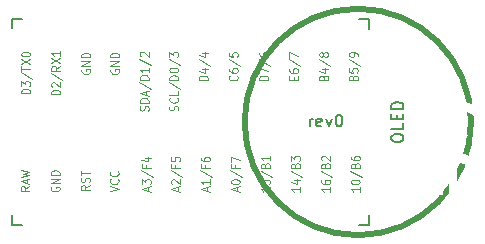
<source format=gto>
G04 #@! TF.GenerationSoftware,KiCad,Pcbnew,(5.1.4)-1*
G04 #@! TF.CreationDate,2020-10-14T03:50:37-04:00*
G04 #@! TF.ProjectId,kurage,6b757261-6765-42e6-9b69-6361645f7063,rev?*
G04 #@! TF.SameCoordinates,Original*
G04 #@! TF.FileFunction,Legend,Top*
G04 #@! TF.FilePolarity,Positive*
%FSLAX46Y46*%
G04 Gerber Fmt 4.6, Leading zero omitted, Abs format (unit mm)*
G04 Created by KiCad (PCBNEW (5.1.4)-1) date 2020-10-14 03:50:37*
%MOMM*%
%LPD*%
G04 APERTURE LIST*
%ADD10C,0.150000*%
%ADD11C,0.508000*%
%ADD12C,0.125000*%
%ADD13C,0.010000*%
%ADD14C,6.602000*%
%ADD15C,4.302000*%
%ADD16C,4.202000*%
%ADD17C,2.002000*%
%ADD18C,3.102000*%
%ADD19C,1.852000*%
%ADD20C,4.089800*%
%ADD21C,3.150000*%
%ADD22O,1.880000X1.499000*%
%ADD23R,1.880000X1.499000*%
%ADD24C,1.499000*%
%ADD25C,1.499000*%
%ADD26C,0.100000*%
%ADD27O,1.499000X1.880000*%
%ADD28R,1.499000X1.880000*%
G04 APERTURE END LIST*
D10*
X16341794Y-47024184D02*
X16341794Y-46357518D01*
X16341794Y-46547994D02*
X16389413Y-46452756D01*
X16437032Y-46405137D01*
X16532270Y-46357518D01*
X16627508Y-46357518D01*
X17341794Y-46976565D02*
X17246556Y-47024184D01*
X17056079Y-47024184D01*
X16960841Y-46976565D01*
X16913222Y-46881327D01*
X16913222Y-46500375D01*
X16960841Y-46405137D01*
X17056079Y-46357518D01*
X17246556Y-46357518D01*
X17341794Y-46405137D01*
X17389413Y-46500375D01*
X17389413Y-46595613D01*
X16913222Y-46690851D01*
X17722746Y-46357518D02*
X17960841Y-47024184D01*
X18198937Y-46357518D01*
X18770365Y-46024184D02*
X18865603Y-46024184D01*
X18960841Y-46071804D01*
X19008460Y-46119423D01*
X19056079Y-46214661D01*
X19103698Y-46405137D01*
X19103698Y-46643232D01*
X19056079Y-46833708D01*
X19008460Y-46928946D01*
X18960841Y-46976565D01*
X18865603Y-47024184D01*
X18770365Y-47024184D01*
X18675127Y-46976565D01*
X18627508Y-46928946D01*
X18579889Y-46833708D01*
X18532270Y-46643232D01*
X18532270Y-46405137D01*
X18579889Y-46214661D01*
X18627508Y-46119423D01*
X18675127Y-46071804D01*
X18770365Y-46024184D01*
D11*
X30005020Y-46640705D02*
G75*
G03X30005020Y-46640705I-9588500J0D01*
G01*
D10*
X-8823063Y-55390704D02*
X-7973063Y-55390704D01*
X-8823063Y-37890704D02*
X-7973063Y-37890704D01*
X-8823063Y-55390704D02*
X-8823063Y-54540704D01*
X-8823063Y-37890704D02*
X-8823063Y-38690704D01*
X20476937Y-55390704D02*
X21376937Y-55390704D01*
X20526937Y-37890704D02*
X21376937Y-37890704D01*
X21376937Y-55390704D02*
X21376937Y-54540704D01*
X21376937Y-37890704D02*
X21376937Y-38750704D01*
D12*
X17523365Y-42876894D02*
X17559079Y-42781180D01*
X17594794Y-42749275D01*
X17666222Y-42717370D01*
X17773365Y-42717370D01*
X17844794Y-42749275D01*
X17880508Y-42781180D01*
X17916222Y-42844989D01*
X17916222Y-43100227D01*
X17166222Y-43100227D01*
X17166222Y-42876894D01*
X17201937Y-42813084D01*
X17237651Y-42781180D01*
X17309079Y-42749275D01*
X17380508Y-42749275D01*
X17451937Y-42781180D01*
X17487651Y-42813084D01*
X17523365Y-42876894D01*
X17523365Y-43100227D01*
X17416222Y-42143084D02*
X17916222Y-42143084D01*
X17130508Y-42302608D02*
X17666222Y-42462132D01*
X17666222Y-42047370D01*
X17130508Y-41313561D02*
X18094794Y-41887846D01*
X17487651Y-40994513D02*
X17451937Y-41058323D01*
X17416222Y-41090227D01*
X17344794Y-41122132D01*
X17309079Y-41122132D01*
X17237651Y-41090227D01*
X17201937Y-41058323D01*
X17166222Y-40994513D01*
X17166222Y-40866894D01*
X17201937Y-40803084D01*
X17237651Y-40771180D01*
X17309079Y-40739275D01*
X17344794Y-40739275D01*
X17416222Y-40771180D01*
X17451937Y-40803084D01*
X17487651Y-40866894D01*
X17487651Y-40994513D01*
X17523365Y-41058323D01*
X17559079Y-41090227D01*
X17630508Y-41122132D01*
X17773365Y-41122132D01*
X17844794Y-41090227D01*
X17880508Y-41058323D01*
X17916222Y-40994513D01*
X17916222Y-40866894D01*
X17880508Y-40803084D01*
X17844794Y-40771180D01*
X17773365Y-40739275D01*
X17630508Y-40739275D01*
X17559079Y-40771180D01*
X17523365Y-40803084D01*
X17487651Y-40866894D01*
X-4783777Y-44304275D02*
X-5533777Y-44304275D01*
X-5533777Y-44144751D01*
X-5498063Y-44049037D01*
X-5426634Y-43985227D01*
X-5355205Y-43953323D01*
X-5212348Y-43921418D01*
X-5105205Y-43921418D01*
X-4962348Y-43953323D01*
X-4890920Y-43985227D01*
X-4819491Y-44049037D01*
X-4783777Y-44144751D01*
X-4783777Y-44304275D01*
X-5462348Y-43666180D02*
X-5498063Y-43634275D01*
X-5533777Y-43570465D01*
X-5533777Y-43410942D01*
X-5498063Y-43347132D01*
X-5462348Y-43315227D01*
X-5390920Y-43283323D01*
X-5319491Y-43283323D01*
X-5212348Y-43315227D01*
X-4783777Y-43698084D01*
X-4783777Y-43283323D01*
X-5569491Y-42517608D02*
X-4605205Y-43091894D01*
X-4783777Y-41911418D02*
X-5140920Y-42134751D01*
X-4783777Y-42294275D02*
X-5533777Y-42294275D01*
X-5533777Y-42039037D01*
X-5498063Y-41975227D01*
X-5462348Y-41943323D01*
X-5390920Y-41911418D01*
X-5283777Y-41911418D01*
X-5212348Y-41943323D01*
X-5176634Y-41975227D01*
X-5140920Y-42039037D01*
X-5140920Y-42294275D01*
X-5533777Y-41688084D02*
X-4783777Y-41241418D01*
X-5533777Y-41241418D02*
X-4783777Y-41688084D01*
X-4783777Y-40635227D02*
X-4783777Y-41018084D01*
X-4783777Y-40826656D02*
X-5533777Y-40826656D01*
X-5426634Y-40890465D01*
X-5355205Y-40954275D01*
X-5319491Y-41018084D01*
X20023365Y-42876894D02*
X20059079Y-42781180D01*
X20094794Y-42749275D01*
X20166222Y-42717370D01*
X20273365Y-42717370D01*
X20344794Y-42749275D01*
X20380508Y-42781180D01*
X20416222Y-42844989D01*
X20416222Y-43100227D01*
X19666222Y-43100227D01*
X19666222Y-42876894D01*
X19701937Y-42813084D01*
X19737651Y-42781180D01*
X19809079Y-42749275D01*
X19880508Y-42749275D01*
X19951937Y-42781180D01*
X19987651Y-42813084D01*
X20023365Y-42876894D01*
X20023365Y-43100227D01*
X19666222Y-42111180D02*
X19666222Y-42430227D01*
X20023365Y-42462132D01*
X19987651Y-42430227D01*
X19951937Y-42366418D01*
X19951937Y-42206894D01*
X19987651Y-42143084D01*
X20023365Y-42111180D01*
X20094794Y-42079275D01*
X20273365Y-42079275D01*
X20344794Y-42111180D01*
X20380508Y-42143084D01*
X20416222Y-42206894D01*
X20416222Y-42366418D01*
X20380508Y-42430227D01*
X20344794Y-42462132D01*
X19630508Y-41313561D02*
X20594794Y-41887846D01*
X20416222Y-41058323D02*
X20416222Y-40930704D01*
X20380508Y-40866894D01*
X20344794Y-40834989D01*
X20237651Y-40771180D01*
X20094794Y-40739275D01*
X19809079Y-40739275D01*
X19737651Y-40771180D01*
X19701937Y-40803084D01*
X19666222Y-40866894D01*
X19666222Y-40994513D01*
X19701937Y-41058323D01*
X19737651Y-41090227D01*
X19809079Y-41122132D01*
X19987651Y-41122132D01*
X20059079Y-41090227D01*
X20094794Y-41058323D01*
X20130508Y-40994513D01*
X20130508Y-40866894D01*
X20094794Y-40803084D01*
X20059079Y-40771180D01*
X19987651Y-40739275D01*
X10194794Y-42717370D02*
X10230508Y-42749275D01*
X10266222Y-42844989D01*
X10266222Y-42908799D01*
X10230508Y-43004513D01*
X10159079Y-43068323D01*
X10087651Y-43100227D01*
X9944794Y-43132132D01*
X9837651Y-43132132D01*
X9694794Y-43100227D01*
X9623365Y-43068323D01*
X9551937Y-43004513D01*
X9516222Y-42908799D01*
X9516222Y-42844989D01*
X9551937Y-42749275D01*
X9587651Y-42717370D01*
X9516222Y-42143084D02*
X9516222Y-42270704D01*
X9551937Y-42334513D01*
X9587651Y-42366418D01*
X9694794Y-42430227D01*
X9837651Y-42462132D01*
X10123365Y-42462132D01*
X10194794Y-42430227D01*
X10230508Y-42398323D01*
X10266222Y-42334513D01*
X10266222Y-42206894D01*
X10230508Y-42143084D01*
X10194794Y-42111180D01*
X10123365Y-42079275D01*
X9944794Y-42079275D01*
X9873365Y-42111180D01*
X9837651Y-42143084D01*
X9801937Y-42206894D01*
X9801937Y-42334513D01*
X9837651Y-42398323D01*
X9873365Y-42430227D01*
X9944794Y-42462132D01*
X9480508Y-41313561D02*
X10444794Y-41887846D01*
X9516222Y-40771180D02*
X9516222Y-41090227D01*
X9873365Y-41122132D01*
X9837651Y-41090227D01*
X9801937Y-41026418D01*
X9801937Y-40866894D01*
X9837651Y-40803084D01*
X9873365Y-40771180D01*
X9944794Y-40739275D01*
X10123365Y-40739275D01*
X10194794Y-40771180D01*
X10230508Y-40803084D01*
X10266222Y-40866894D01*
X10266222Y-41026418D01*
X10230508Y-41090227D01*
X10194794Y-41122132D01*
X5180508Y-45658323D02*
X5216222Y-45562608D01*
X5216222Y-45403084D01*
X5180508Y-45339275D01*
X5144794Y-45307370D01*
X5073365Y-45275465D01*
X5001937Y-45275465D01*
X4930508Y-45307370D01*
X4894794Y-45339275D01*
X4859079Y-45403084D01*
X4823365Y-45530704D01*
X4787651Y-45594513D01*
X4751937Y-45626418D01*
X4680508Y-45658323D01*
X4609079Y-45658323D01*
X4537651Y-45626418D01*
X4501937Y-45594513D01*
X4466222Y-45530704D01*
X4466222Y-45371180D01*
X4501937Y-45275465D01*
X5144794Y-44605465D02*
X5180508Y-44637370D01*
X5216222Y-44733084D01*
X5216222Y-44796894D01*
X5180508Y-44892608D01*
X5109079Y-44956418D01*
X5037651Y-44988323D01*
X4894794Y-45020227D01*
X4787651Y-45020227D01*
X4644794Y-44988323D01*
X4573365Y-44956418D01*
X4501937Y-44892608D01*
X4466222Y-44796894D01*
X4466222Y-44733084D01*
X4501937Y-44637370D01*
X4537651Y-44605465D01*
X5216222Y-43999275D02*
X5216222Y-44318323D01*
X4466222Y-44318323D01*
X4430508Y-43297370D02*
X5394794Y-43871656D01*
X5216222Y-43074037D02*
X4466222Y-43074037D01*
X4466222Y-42914513D01*
X4501937Y-42818799D01*
X4573365Y-42754989D01*
X4644794Y-42723084D01*
X4787651Y-42691180D01*
X4894794Y-42691180D01*
X5037651Y-42723084D01*
X5109079Y-42754989D01*
X5180508Y-42818799D01*
X5216222Y-42914513D01*
X5216222Y-43074037D01*
X4466222Y-42276418D02*
X4466222Y-42212608D01*
X4501937Y-42148799D01*
X4537651Y-42116894D01*
X4609079Y-42084989D01*
X4751937Y-42053084D01*
X4930508Y-42053084D01*
X5073365Y-42084989D01*
X5144794Y-42116894D01*
X5180508Y-42148799D01*
X5216222Y-42212608D01*
X5216222Y-42276418D01*
X5180508Y-42340227D01*
X5144794Y-42372132D01*
X5073365Y-42404037D01*
X4930508Y-42435942D01*
X4751937Y-42435942D01*
X4609079Y-42404037D01*
X4537651Y-42372132D01*
X4501937Y-42340227D01*
X4466222Y-42276418D01*
X4430508Y-41287370D02*
X5394794Y-41861656D01*
X4466222Y-41127846D02*
X4466222Y-40713084D01*
X4751937Y-40936418D01*
X4751937Y-40840704D01*
X4787651Y-40776894D01*
X4823365Y-40744989D01*
X4894794Y-40713084D01*
X5073365Y-40713084D01*
X5144794Y-40744989D01*
X5180508Y-40776894D01*
X5216222Y-40840704D01*
X5216222Y-41032132D01*
X5180508Y-41095942D01*
X5144794Y-41127846D01*
X2680508Y-45674275D02*
X2716222Y-45578561D01*
X2716222Y-45419037D01*
X2680508Y-45355227D01*
X2644794Y-45323323D01*
X2573365Y-45291418D01*
X2501937Y-45291418D01*
X2430508Y-45323323D01*
X2394794Y-45355227D01*
X2359079Y-45419037D01*
X2323365Y-45546656D01*
X2287651Y-45610465D01*
X2251937Y-45642370D01*
X2180508Y-45674275D01*
X2109079Y-45674275D01*
X2037651Y-45642370D01*
X2001936Y-45610465D01*
X1966222Y-45546656D01*
X1966222Y-45387132D01*
X2001937Y-45291418D01*
X2716222Y-45004275D02*
X1966222Y-45004275D01*
X1966222Y-44844751D01*
X2001937Y-44749037D01*
X2073365Y-44685227D01*
X2144794Y-44653323D01*
X2287651Y-44621418D01*
X2394794Y-44621418D01*
X2537651Y-44653323D01*
X2609079Y-44685227D01*
X2680508Y-44749037D01*
X2716222Y-44844751D01*
X2716222Y-45004275D01*
X2501937Y-44366180D02*
X2501937Y-44047132D01*
X2716222Y-44429989D02*
X1966222Y-44206656D01*
X2716222Y-43983323D01*
X1930508Y-43281418D02*
X2894794Y-43855704D01*
X2716222Y-43058084D02*
X1966222Y-43058084D01*
X1966222Y-42898561D01*
X2001937Y-42802846D01*
X2073365Y-42739037D01*
X2144794Y-42707132D01*
X2287651Y-42675227D01*
X2394794Y-42675227D01*
X2537651Y-42707132D01*
X2609079Y-42739037D01*
X2680508Y-42802846D01*
X2716222Y-42898561D01*
X2716222Y-43058084D01*
X2716222Y-42037132D02*
X2716222Y-42419989D01*
X2716222Y-42228561D02*
X1966222Y-42228561D01*
X2073365Y-42292370D01*
X2144794Y-42356180D01*
X2180508Y-42419989D01*
X1930508Y-41271418D02*
X2894794Y-41845704D01*
X2037651Y-41079989D02*
X2001937Y-41048084D01*
X1966222Y-40984275D01*
X1966222Y-40824751D01*
X2001937Y-40760942D01*
X2037651Y-40729037D01*
X2109079Y-40697132D01*
X2180508Y-40697132D01*
X2287651Y-40729037D01*
X2716222Y-41111894D01*
X2716222Y-40697132D01*
X7716222Y-43100227D02*
X6966222Y-43100227D01*
X6966222Y-42940704D01*
X7001937Y-42844989D01*
X7073365Y-42781180D01*
X7144794Y-42749275D01*
X7287651Y-42717370D01*
X7394794Y-42717370D01*
X7537651Y-42749275D01*
X7609079Y-42781180D01*
X7680508Y-42844989D01*
X7716222Y-42940704D01*
X7716222Y-43100227D01*
X7216222Y-42143084D02*
X7716222Y-42143084D01*
X6930508Y-42302608D02*
X7466222Y-42462132D01*
X7466222Y-42047370D01*
X6930508Y-41313561D02*
X7894794Y-41887846D01*
X7216222Y-40803084D02*
X7716222Y-40803084D01*
X6930508Y-40962608D02*
X7466222Y-41122132D01*
X7466222Y-40707370D01*
X-7333777Y-44224513D02*
X-8083777Y-44224513D01*
X-8083777Y-44064989D01*
X-8048063Y-43969275D01*
X-7976634Y-43905465D01*
X-7905205Y-43873561D01*
X-7762348Y-43841656D01*
X-7655205Y-43841656D01*
X-7512348Y-43873561D01*
X-7440920Y-43905465D01*
X-7369491Y-43969275D01*
X-7333777Y-44064989D01*
X-7333777Y-44224513D01*
X-8083777Y-43618323D02*
X-8083777Y-43203561D01*
X-7798063Y-43426894D01*
X-7798063Y-43331180D01*
X-7762348Y-43267370D01*
X-7726634Y-43235465D01*
X-7655205Y-43203561D01*
X-7476634Y-43203561D01*
X-7405205Y-43235465D01*
X-7369491Y-43267370D01*
X-7333777Y-43331180D01*
X-7333777Y-43522608D01*
X-7369491Y-43586418D01*
X-7405205Y-43618323D01*
X-8119491Y-42437846D02*
X-7155205Y-43012132D01*
X-8083777Y-42310227D02*
X-8083777Y-41927370D01*
X-7333777Y-42118799D02*
X-8083777Y-42118799D01*
X-8083777Y-41767846D02*
X-7333777Y-41321180D01*
X-8083777Y-41321180D02*
X-7333777Y-41767846D01*
X-8083777Y-40938323D02*
X-8083777Y-40874513D01*
X-8048063Y-40810704D01*
X-8012348Y-40778799D01*
X-7940920Y-40746894D01*
X-7798063Y-40714989D01*
X-7619491Y-40714989D01*
X-7476634Y-40746894D01*
X-7405205Y-40778799D01*
X-7369491Y-40810704D01*
X-7333777Y-40874513D01*
X-7333777Y-40938323D01*
X-7369491Y-41002132D01*
X-7405205Y-41034037D01*
X-7476634Y-41065942D01*
X-7619491Y-41097846D01*
X-7798063Y-41097846D01*
X-7940920Y-41065942D01*
X-8012348Y-41034037D01*
X-8048063Y-41002132D01*
X-8083777Y-40938323D01*
X-498063Y-42196180D02*
X-533777Y-42259989D01*
X-533777Y-42355704D01*
X-498063Y-42451418D01*
X-426634Y-42515227D01*
X-355205Y-42547132D01*
X-212348Y-42579037D01*
X-105205Y-42579037D01*
X37651Y-42547132D01*
X109079Y-42515227D01*
X180508Y-42451418D01*
X216222Y-42355704D01*
X216222Y-42291894D01*
X180508Y-42196180D01*
X144794Y-42164275D01*
X-105205Y-42164275D01*
X-105205Y-42291894D01*
X216222Y-41877132D02*
X-533777Y-41877132D01*
X216222Y-41494275D01*
X-533777Y-41494275D01*
X216222Y-41175227D02*
X-533777Y-41175227D01*
X-533777Y-41015704D01*
X-498062Y-40919989D01*
X-426634Y-40856180D01*
X-355205Y-40824275D01*
X-212348Y-40792370D01*
X-105205Y-40792370D01*
X37651Y-40824275D01*
X109079Y-40856180D01*
X180508Y-40919989D01*
X216222Y-41015704D01*
X216222Y-41175227D01*
X-2948063Y-42196180D02*
X-2983777Y-42259989D01*
X-2983777Y-42355704D01*
X-2948063Y-42451418D01*
X-2876634Y-42515227D01*
X-2805205Y-42547132D01*
X-2662348Y-42579037D01*
X-2555205Y-42579037D01*
X-2412348Y-42547132D01*
X-2340920Y-42515227D01*
X-2269491Y-42451418D01*
X-2233777Y-42355704D01*
X-2233777Y-42291894D01*
X-2269491Y-42196180D01*
X-2305205Y-42164275D01*
X-2555205Y-42164275D01*
X-2555205Y-42291894D01*
X-2233777Y-41877132D02*
X-2983777Y-41877132D01*
X-2233777Y-41494275D01*
X-2983777Y-41494275D01*
X-2233777Y-41175227D02*
X-2983777Y-41175227D01*
X-2983777Y-41015704D01*
X-2948063Y-40919989D01*
X-2876634Y-40856180D01*
X-2805205Y-40824275D01*
X-2662348Y-40792370D01*
X-2555205Y-40792370D01*
X-2412348Y-40824275D01*
X-2340920Y-40856180D01*
X-2269491Y-40919989D01*
X-2233777Y-41015704D01*
X-2233777Y-41175227D01*
X12816222Y-43100227D02*
X12066222Y-43100227D01*
X12066222Y-42940704D01*
X12101937Y-42844989D01*
X12173365Y-42781180D01*
X12244794Y-42749275D01*
X12387651Y-42717370D01*
X12494794Y-42717370D01*
X12637651Y-42749275D01*
X12709079Y-42781180D01*
X12780508Y-42844989D01*
X12816222Y-42940704D01*
X12816222Y-43100227D01*
X12066222Y-42494037D02*
X12066222Y-42047370D01*
X12816222Y-42334513D01*
X12030508Y-41313561D02*
X12994794Y-41887846D01*
X12066222Y-40803084D02*
X12066222Y-40930704D01*
X12101937Y-40994513D01*
X12137651Y-41026418D01*
X12244794Y-41090227D01*
X12387651Y-41122132D01*
X12673365Y-41122132D01*
X12744794Y-41090227D01*
X12780508Y-41058323D01*
X12816222Y-40994513D01*
X12816222Y-40866894D01*
X12780508Y-40803084D01*
X12744794Y-40771180D01*
X12673365Y-40739275D01*
X12494794Y-40739275D01*
X12423365Y-40771180D01*
X12387651Y-40803084D01*
X12351937Y-40866894D01*
X12351937Y-40994513D01*
X12387651Y-41058323D01*
X12423365Y-41090227D01*
X12494794Y-41122132D01*
X14973365Y-43068323D02*
X14973365Y-42844989D01*
X15366222Y-42749275D02*
X15366222Y-43068323D01*
X14616222Y-43068323D01*
X14616222Y-42749275D01*
X14616222Y-42174989D02*
X14616222Y-42302608D01*
X14651937Y-42366418D01*
X14687651Y-42398323D01*
X14794794Y-42462132D01*
X14937651Y-42494037D01*
X15223365Y-42494037D01*
X15294794Y-42462132D01*
X15330508Y-42430227D01*
X15366222Y-42366418D01*
X15366222Y-42238799D01*
X15330508Y-42174989D01*
X15294794Y-42143084D01*
X15223365Y-42111180D01*
X15044794Y-42111180D01*
X14973365Y-42143084D01*
X14937651Y-42174989D01*
X14901937Y-42238799D01*
X14901937Y-42366418D01*
X14937651Y-42430227D01*
X14973365Y-42462132D01*
X15044794Y-42494037D01*
X14580508Y-41345465D02*
X15544794Y-41919751D01*
X14616222Y-41185942D02*
X14616222Y-40739275D01*
X15366222Y-41026418D01*
X18066222Y-52168323D02*
X18066222Y-52551180D01*
X18066222Y-52359751D02*
X17316222Y-52359751D01*
X17423365Y-52423561D01*
X17494794Y-52487370D01*
X17530508Y-52551180D01*
X17316222Y-51594037D02*
X17316222Y-51721656D01*
X17351937Y-51785465D01*
X17387651Y-51817370D01*
X17494794Y-51881180D01*
X17637651Y-51913084D01*
X17923365Y-51913084D01*
X17994794Y-51881180D01*
X18030508Y-51849275D01*
X18066222Y-51785465D01*
X18066222Y-51657846D01*
X18030508Y-51594037D01*
X17994794Y-51562132D01*
X17923365Y-51530227D01*
X17744794Y-51530227D01*
X17673365Y-51562132D01*
X17637651Y-51594037D01*
X17601937Y-51657846D01*
X17601937Y-51785465D01*
X17637651Y-51849275D01*
X17673365Y-51881180D01*
X17744794Y-51913084D01*
X17280508Y-50764513D02*
X18244794Y-51338799D01*
X17673365Y-50317846D02*
X17709079Y-50222132D01*
X17744794Y-50190227D01*
X17816222Y-50158323D01*
X17923365Y-50158323D01*
X17994794Y-50190227D01*
X18030508Y-50222132D01*
X18066222Y-50285942D01*
X18066222Y-50541180D01*
X17316222Y-50541180D01*
X17316222Y-50317846D01*
X17351937Y-50254037D01*
X17387651Y-50222132D01*
X17459079Y-50190227D01*
X17530508Y-50190227D01*
X17601937Y-50222132D01*
X17637651Y-50254037D01*
X17673365Y-50317846D01*
X17673365Y-50541180D01*
X17387651Y-49903084D02*
X17351937Y-49871180D01*
X17316222Y-49807370D01*
X17316222Y-49647846D01*
X17351937Y-49584037D01*
X17387651Y-49552132D01*
X17459079Y-49520227D01*
X17530508Y-49520227D01*
X17637651Y-49552132D01*
X18066222Y-49934989D01*
X18066222Y-49520227D01*
X20566222Y-52168323D02*
X20566222Y-52551180D01*
X20566222Y-52359751D02*
X19816222Y-52359751D01*
X19923365Y-52423561D01*
X19994794Y-52487370D01*
X20030508Y-52551180D01*
X19816222Y-51753561D02*
X19816222Y-51689751D01*
X19851937Y-51625942D01*
X19887651Y-51594037D01*
X19959079Y-51562132D01*
X20101937Y-51530227D01*
X20280508Y-51530227D01*
X20423365Y-51562132D01*
X20494794Y-51594037D01*
X20530508Y-51625942D01*
X20566222Y-51689751D01*
X20566222Y-51753561D01*
X20530508Y-51817370D01*
X20494794Y-51849275D01*
X20423365Y-51881180D01*
X20280508Y-51913084D01*
X20101937Y-51913084D01*
X19959079Y-51881180D01*
X19887651Y-51849275D01*
X19851937Y-51817370D01*
X19816222Y-51753561D01*
X19780508Y-50764513D02*
X20744794Y-51338799D01*
X20173365Y-50317846D02*
X20209079Y-50222132D01*
X20244794Y-50190227D01*
X20316222Y-50158323D01*
X20423365Y-50158323D01*
X20494794Y-50190227D01*
X20530508Y-50222132D01*
X20566222Y-50285942D01*
X20566222Y-50541180D01*
X19816222Y-50541180D01*
X19816222Y-50317846D01*
X19851937Y-50254037D01*
X19887651Y-50222132D01*
X19959079Y-50190227D01*
X20030508Y-50190227D01*
X20101937Y-50222132D01*
X20137651Y-50254037D01*
X20173365Y-50317846D01*
X20173365Y-50541180D01*
X19816222Y-49584037D02*
X19816222Y-49711656D01*
X19851937Y-49775465D01*
X19887651Y-49807370D01*
X19994794Y-49871180D01*
X20137651Y-49903084D01*
X20423365Y-49903084D01*
X20494794Y-49871180D01*
X20530508Y-49839275D01*
X20566222Y-49775465D01*
X20566222Y-49647846D01*
X20530508Y-49584037D01*
X20494794Y-49552132D01*
X20423365Y-49520227D01*
X20244794Y-49520227D01*
X20173365Y-49552132D01*
X20137651Y-49584037D01*
X20101937Y-49647846D01*
X20101937Y-49775465D01*
X20137651Y-49839275D01*
X20173365Y-49871180D01*
X20244794Y-49903084D01*
X15516222Y-52168323D02*
X15516222Y-52551180D01*
X15516222Y-52359751D02*
X14766222Y-52359751D01*
X14873365Y-52423561D01*
X14944794Y-52487370D01*
X14980508Y-52551180D01*
X15016222Y-51594037D02*
X15516222Y-51594037D01*
X14730508Y-51753561D02*
X15266222Y-51913084D01*
X15266222Y-51498323D01*
X14730508Y-50764513D02*
X15694794Y-51338799D01*
X15123365Y-50317846D02*
X15159079Y-50222132D01*
X15194794Y-50190227D01*
X15266222Y-50158323D01*
X15373365Y-50158323D01*
X15444794Y-50190227D01*
X15480508Y-50222132D01*
X15516222Y-50285942D01*
X15516222Y-50541180D01*
X14766222Y-50541180D01*
X14766222Y-50317846D01*
X14801937Y-50254037D01*
X14837651Y-50222132D01*
X14909079Y-50190227D01*
X14980508Y-50190227D01*
X15051937Y-50222132D01*
X15087651Y-50254037D01*
X15123365Y-50317846D01*
X15123365Y-50541180D01*
X14766222Y-49934989D02*
X14766222Y-49520227D01*
X15051937Y-49743561D01*
X15051937Y-49647846D01*
X15087651Y-49584037D01*
X15123365Y-49552132D01*
X15194794Y-49520227D01*
X15373365Y-49520227D01*
X15444794Y-49552132D01*
X15480508Y-49584037D01*
X15516222Y-49647846D01*
X15516222Y-49839275D01*
X15480508Y-49903084D01*
X15444794Y-49934989D01*
X12966222Y-52168323D02*
X12966222Y-52551180D01*
X12966222Y-52359751D02*
X12216222Y-52359751D01*
X12323365Y-52423561D01*
X12394794Y-52487370D01*
X12430508Y-52551180D01*
X12216222Y-51562132D02*
X12216222Y-51881180D01*
X12573365Y-51913084D01*
X12537651Y-51881180D01*
X12501937Y-51817370D01*
X12501937Y-51657846D01*
X12537651Y-51594037D01*
X12573365Y-51562132D01*
X12644794Y-51530227D01*
X12823365Y-51530227D01*
X12894794Y-51562132D01*
X12930508Y-51594037D01*
X12966222Y-51657846D01*
X12966222Y-51817370D01*
X12930508Y-51881180D01*
X12894794Y-51913084D01*
X12180508Y-50764513D02*
X13144794Y-51338799D01*
X12573365Y-50317846D02*
X12609079Y-50222132D01*
X12644794Y-50190227D01*
X12716222Y-50158323D01*
X12823365Y-50158323D01*
X12894794Y-50190227D01*
X12930508Y-50222132D01*
X12966222Y-50285942D01*
X12966222Y-50541180D01*
X12216222Y-50541180D01*
X12216222Y-50317846D01*
X12251937Y-50254037D01*
X12287651Y-50222132D01*
X12359079Y-50190227D01*
X12430508Y-50190227D01*
X12501937Y-50222132D01*
X12537651Y-50254037D01*
X12573365Y-50317846D01*
X12573365Y-50541180D01*
X12966222Y-49520227D02*
X12966222Y-49903084D01*
X12966222Y-49711656D02*
X12216222Y-49711656D01*
X12323365Y-49775465D01*
X12394794Y-49839275D01*
X12430508Y-49903084D01*
X10201937Y-52471418D02*
X10201937Y-52152370D01*
X10416222Y-52535227D02*
X9666222Y-52311894D01*
X10416222Y-52088561D01*
X9666222Y-51737608D02*
X9666222Y-51673799D01*
X9701937Y-51609989D01*
X9737651Y-51578084D01*
X9809079Y-51546180D01*
X9951937Y-51514275D01*
X10130508Y-51514275D01*
X10273365Y-51546180D01*
X10344794Y-51578084D01*
X10380508Y-51609989D01*
X10416222Y-51673799D01*
X10416222Y-51737608D01*
X10380508Y-51801418D01*
X10344794Y-51833323D01*
X10273365Y-51865227D01*
X10130508Y-51897132D01*
X9951937Y-51897132D01*
X9809079Y-51865227D01*
X9737651Y-51833323D01*
X9701937Y-51801418D01*
X9666222Y-51737608D01*
X9630508Y-50748561D02*
X10594794Y-51322846D01*
X10023365Y-50301894D02*
X10023365Y-50525227D01*
X10416222Y-50525227D02*
X9666222Y-50525227D01*
X9666222Y-50206180D01*
X9666222Y-50014751D02*
X9666222Y-49568084D01*
X10416222Y-49855227D01*
X7651937Y-52471418D02*
X7651937Y-52152370D01*
X7866222Y-52535227D02*
X7116222Y-52311894D01*
X7866222Y-52088561D01*
X7866222Y-51514275D02*
X7866222Y-51897132D01*
X7866222Y-51705704D02*
X7116222Y-51705704D01*
X7223365Y-51769513D01*
X7294794Y-51833323D01*
X7330508Y-51897132D01*
X7080508Y-50748561D02*
X8044794Y-51322846D01*
X7473365Y-50301894D02*
X7473365Y-50525227D01*
X7866222Y-50525227D02*
X7116222Y-50525227D01*
X7116222Y-50206180D01*
X7116222Y-49663799D02*
X7116222Y-49791418D01*
X7151937Y-49855227D01*
X7187651Y-49887132D01*
X7294794Y-49950942D01*
X7437651Y-49982846D01*
X7723365Y-49982846D01*
X7794794Y-49950942D01*
X7830508Y-49919037D01*
X7866222Y-49855227D01*
X7866222Y-49727608D01*
X7830508Y-49663799D01*
X7794794Y-49631894D01*
X7723365Y-49599989D01*
X7544794Y-49599989D01*
X7473365Y-49631894D01*
X7437651Y-49663799D01*
X7401937Y-49727608D01*
X7401937Y-49855227D01*
X7437651Y-49919037D01*
X7473365Y-49950942D01*
X7544794Y-49982846D01*
X5151937Y-52471418D02*
X5151937Y-52152370D01*
X5366222Y-52535227D02*
X4616222Y-52311894D01*
X5366222Y-52088561D01*
X4687651Y-51897132D02*
X4651937Y-51865227D01*
X4616222Y-51801418D01*
X4616222Y-51641894D01*
X4651937Y-51578084D01*
X4687651Y-51546180D01*
X4759079Y-51514275D01*
X4830508Y-51514275D01*
X4937651Y-51546180D01*
X5366222Y-51929037D01*
X5366222Y-51514275D01*
X4580508Y-50748561D02*
X5544794Y-51322846D01*
X4973365Y-50301894D02*
X4973365Y-50525227D01*
X5366222Y-50525227D02*
X4616222Y-50525227D01*
X4616222Y-50206180D01*
X4616222Y-49631894D02*
X4616222Y-49950942D01*
X4973365Y-49982846D01*
X4937651Y-49950942D01*
X4901937Y-49887132D01*
X4901937Y-49727608D01*
X4937651Y-49663799D01*
X4973365Y-49631894D01*
X5044794Y-49599989D01*
X5223365Y-49599989D01*
X5294794Y-49631894D01*
X5330508Y-49663799D01*
X5366222Y-49727608D01*
X5366222Y-49887132D01*
X5330508Y-49950942D01*
X5294794Y-49982846D01*
X2651937Y-52471418D02*
X2651937Y-52152370D01*
X2866222Y-52535227D02*
X2116222Y-52311894D01*
X2866222Y-52088561D01*
X2116222Y-51929037D02*
X2116222Y-51514275D01*
X2401937Y-51737608D01*
X2401937Y-51641894D01*
X2437651Y-51578084D01*
X2473365Y-51546180D01*
X2544794Y-51514275D01*
X2723365Y-51514275D01*
X2794794Y-51546180D01*
X2830508Y-51578084D01*
X2866222Y-51641894D01*
X2866222Y-51833323D01*
X2830508Y-51897132D01*
X2794794Y-51929037D01*
X2080508Y-50748561D02*
X3044794Y-51322846D01*
X2473365Y-50301894D02*
X2473365Y-50525227D01*
X2866222Y-50525227D02*
X2116222Y-50525227D01*
X2116222Y-50206180D01*
X2366222Y-49663799D02*
X2866222Y-49663799D01*
X2080508Y-49823323D02*
X2616222Y-49982846D01*
X2616222Y-49568084D01*
X-583777Y-52529037D02*
X166222Y-52305704D01*
X-583777Y-52082370D01*
X94794Y-51476180D02*
X130508Y-51508084D01*
X166222Y-51603799D01*
X166222Y-51667608D01*
X130508Y-51763323D01*
X59079Y-51827132D01*
X-12348Y-51859037D01*
X-155205Y-51890942D01*
X-262348Y-51890942D01*
X-405205Y-51859037D01*
X-476634Y-51827132D01*
X-548063Y-51763323D01*
X-583777Y-51667608D01*
X-583777Y-51603799D01*
X-548063Y-51508084D01*
X-512348Y-51476180D01*
X94794Y-50806180D02*
X130508Y-50838084D01*
X166222Y-50933799D01*
X166222Y-50997608D01*
X130508Y-51093323D01*
X59079Y-51157132D01*
X-12348Y-51189037D01*
X-155205Y-51220942D01*
X-262348Y-51220942D01*
X-405205Y-51189037D01*
X-476634Y-51157132D01*
X-548063Y-51093323D01*
X-583777Y-50997608D01*
X-583777Y-50933799D01*
X-548063Y-50838084D01*
X-512348Y-50806180D01*
X-2283777Y-52002608D02*
X-2640920Y-52225942D01*
X-2283777Y-52385465D02*
X-3033777Y-52385465D01*
X-3033777Y-52130227D01*
X-2998063Y-52066418D01*
X-2962348Y-52034513D01*
X-2890920Y-52002608D01*
X-2783777Y-52002608D01*
X-2712348Y-52034513D01*
X-2676634Y-52066418D01*
X-2640920Y-52130227D01*
X-2640920Y-52385465D01*
X-2319491Y-51747370D02*
X-2283777Y-51651656D01*
X-2283777Y-51492132D01*
X-2319491Y-51428323D01*
X-2355205Y-51396418D01*
X-2426634Y-51364513D01*
X-2498063Y-51364513D01*
X-2569491Y-51396418D01*
X-2605205Y-51428323D01*
X-2640920Y-51492132D01*
X-2676634Y-51619751D01*
X-2712348Y-51683561D01*
X-2748063Y-51715465D01*
X-2819491Y-51747370D01*
X-2890920Y-51747370D01*
X-2962348Y-51715465D01*
X-2998063Y-51683561D01*
X-3033777Y-51619751D01*
X-3033777Y-51460227D01*
X-2998063Y-51364513D01*
X-3033777Y-51173084D02*
X-3033777Y-50790227D01*
X-2283777Y-50981656D02*
X-3033777Y-50981656D01*
X-5548063Y-52146180D02*
X-5583777Y-52209989D01*
X-5583777Y-52305704D01*
X-5548063Y-52401418D01*
X-5476634Y-52465227D01*
X-5405205Y-52497132D01*
X-5262348Y-52529037D01*
X-5155205Y-52529037D01*
X-5012348Y-52497132D01*
X-4940920Y-52465227D01*
X-4869491Y-52401418D01*
X-4833777Y-52305704D01*
X-4833777Y-52241894D01*
X-4869491Y-52146180D01*
X-4905205Y-52114275D01*
X-5155205Y-52114275D01*
X-5155205Y-52241894D01*
X-4833777Y-51827132D02*
X-5583777Y-51827132D01*
X-4833777Y-51444275D01*
X-5583777Y-51444275D01*
X-4833777Y-51125227D02*
X-5583777Y-51125227D01*
X-5583777Y-50965704D01*
X-5548063Y-50869989D01*
X-5476634Y-50806180D01*
X-5405205Y-50774275D01*
X-5262348Y-50742370D01*
X-5155205Y-50742370D01*
X-5012348Y-50774275D01*
X-4940920Y-50806180D01*
X-4869491Y-50869989D01*
X-4833777Y-50965704D01*
X-4833777Y-51125227D01*
X-7383777Y-52098323D02*
X-7740920Y-52321656D01*
X-7383777Y-52481180D02*
X-8133777Y-52481180D01*
X-8133777Y-52225942D01*
X-8098063Y-52162132D01*
X-8062348Y-52130227D01*
X-7990920Y-52098323D01*
X-7883777Y-52098323D01*
X-7812348Y-52130227D01*
X-7776634Y-52162132D01*
X-7740920Y-52225942D01*
X-7740920Y-52481180D01*
X-7598063Y-51843084D02*
X-7598063Y-51524037D01*
X-7383777Y-51906894D02*
X-8133777Y-51683561D01*
X-7383777Y-51460227D01*
X-8133777Y-51300704D02*
X-7383777Y-51141180D01*
X-7919491Y-51013561D01*
X-7383777Y-50885942D01*
X-8133777Y-50726418D01*
D10*
X23266056Y-48093085D02*
X23266056Y-47902609D01*
X23313676Y-47807371D01*
X23408914Y-47712133D01*
X23599390Y-47664514D01*
X23932723Y-47664514D01*
X24123199Y-47712133D01*
X24218437Y-47807371D01*
X24266056Y-47902609D01*
X24266056Y-48093085D01*
X24218437Y-48188324D01*
X24123199Y-48283562D01*
X23932723Y-48331181D01*
X23599390Y-48331181D01*
X23408914Y-48283562D01*
X23313676Y-48188324D01*
X23266056Y-48093085D01*
X24266056Y-46759752D02*
X24266056Y-47235943D01*
X23266056Y-47235943D01*
X23742247Y-46426419D02*
X23742247Y-46093085D01*
X24266056Y-45950228D02*
X24266056Y-46426419D01*
X23266056Y-46426419D01*
X23266056Y-45950228D01*
X24266056Y-45521657D02*
X23266056Y-45521657D01*
X23266056Y-45283562D01*
X23313676Y-45140705D01*
X23408914Y-45045466D01*
X23504152Y-44997847D01*
X23694628Y-44950228D01*
X23837485Y-44950228D01*
X24027961Y-44997847D01*
X24123199Y-45045466D01*
X24218437Y-45140705D01*
X24266056Y-45283562D01*
X24266056Y-45521657D01*
%LPC*%
D13*
G36*
X27213778Y35950910D02*
G01*
X27271689Y35866221D01*
X27311301Y35797897D01*
X27326284Y35757289D01*
X27324778Y35751939D01*
X27294874Y35727963D01*
X27232825Y35681177D01*
X27150332Y35620365D01*
X27122159Y35599837D01*
X27011505Y35515059D01*
X26895579Y35419344D01*
X26799112Y35333127D01*
X26797475Y35331567D01*
X26655469Y35196036D01*
X26373463Y35561200D01*
X26550015Y35726356D01*
X26658555Y35821897D01*
X26781097Y35920721D01*
X26893119Y36003150D01*
X26904703Y36011015D01*
X27082838Y36130516D01*
X27213778Y35950910D01*
X27213778Y35950910D01*
G37*
X27213778Y35950910D02*
X27271689Y35866221D01*
X27311301Y35797897D01*
X27326284Y35757289D01*
X27324778Y35751939D01*
X27294874Y35727963D01*
X27232825Y35681177D01*
X27150332Y35620365D01*
X27122159Y35599837D01*
X27011505Y35515059D01*
X26895579Y35419344D01*
X26799112Y35333127D01*
X26797475Y35331567D01*
X26655469Y35196036D01*
X26373463Y35561200D01*
X26550015Y35726356D01*
X26658555Y35821897D01*
X26781097Y35920721D01*
X26893119Y36003150D01*
X26904703Y36011015D01*
X27082838Y36130516D01*
X27213778Y35950910D01*
G36*
X27662710Y35114946D02*
G01*
X27453254Y34963458D01*
X27338819Y34877471D01*
X27220602Y34783411D01*
X27119818Y34698283D01*
X27097853Y34678584D01*
X26951909Y34545199D01*
X26893058Y34630311D01*
X26837323Y34706199D01*
X26770253Y34791430D01*
X26750847Y34814951D01*
X26667487Y34914479D01*
X26868708Y35086170D01*
X26978787Y35177303D01*
X27096019Y35269900D01*
X27199980Y35347946D01*
X27227915Y35367794D01*
X27385902Y35477728D01*
X27662710Y35114946D01*
X27662710Y35114946D01*
G37*
X27662710Y35114946D02*
X27453254Y34963458D01*
X27338819Y34877471D01*
X27220602Y34783411D01*
X27119818Y34698283D01*
X27097853Y34678584D01*
X26951909Y34545199D01*
X26893058Y34630311D01*
X26837323Y34706199D01*
X26770253Y34791430D01*
X26750847Y34814951D01*
X26667487Y34914479D01*
X26868708Y35086170D01*
X26978787Y35177303D01*
X27096019Y35269900D01*
X27199980Y35347946D01*
X27227915Y35367794D01*
X27385902Y35477728D01*
X27662710Y35114946D01*
G36*
X28318136Y34736396D02*
G01*
X28499862Y34717778D01*
X28658832Y34696112D01*
X28850651Y34661739D01*
X29056783Y34618681D01*
X29258689Y34570963D01*
X29437834Y34522608D01*
X29527078Y34494831D01*
X29739221Y34413532D01*
X29966125Y34309047D01*
X30182785Y34193521D01*
X30317667Y34110807D01*
X30543038Y33937385D01*
X30760749Y33723201D01*
X30959710Y33481427D01*
X31128831Y33225233D01*
X31233017Y33023597D01*
X31285939Y32904701D01*
X31316980Y32822017D01*
X31325520Y32762074D01*
X31310940Y32711400D01*
X31272619Y32656523D01*
X31212936Y32587400D01*
X31080638Y32436216D01*
X30945129Y32643585D01*
X30716931Y32944174D01*
X30449506Y33207753D01*
X30143167Y33434151D01*
X29798228Y33623197D01*
X29415003Y33774722D01*
X28993805Y33888554D01*
X28534947Y33964522D01*
X28514040Y33966976D01*
X28318136Y33989590D01*
X28318136Y32818535D01*
X28544394Y32667963D01*
X28790219Y32491519D01*
X29040858Y32288507D01*
X29277378Y32075025D01*
X29463039Y31886694D01*
X29663943Y31668358D01*
X29527789Y31476039D01*
X29466424Y31389365D01*
X29418544Y31321747D01*
X29391477Y31283532D01*
X29388075Y31278736D01*
X29366836Y31291822D01*
X29313387Y31331017D01*
X29237846Y31388829D01*
X29209357Y31411059D01*
X28851023Y31670295D01*
X28449394Y31921930D01*
X28015184Y32160241D01*
X27559107Y32379508D01*
X27091879Y32574010D01*
X26894935Y32646924D01*
X26647160Y32735201D01*
X26685665Y32860631D01*
X26712192Y32949677D01*
X26746023Y33066816D01*
X26780220Y33188007D01*
X26783065Y33198241D01*
X26814102Y33298269D01*
X26844435Y33376230D01*
X26868688Y33418814D01*
X26873712Y33422607D01*
X26910024Y33418195D01*
X26985321Y33397531D01*
X27088460Y33364554D01*
X27208299Y33323207D01*
X27333694Y33277430D01*
X27453503Y33231164D01*
X27556584Y33188352D01*
X27622338Y33157817D01*
X27723668Y33106558D01*
X27723668Y35809784D01*
X28318136Y35809784D01*
X28318136Y34736396D01*
X28318136Y34736396D01*
G37*
X28318136Y34736396D02*
X28499862Y34717778D01*
X28658832Y34696112D01*
X28850651Y34661739D01*
X29056783Y34618681D01*
X29258689Y34570963D01*
X29437834Y34522608D01*
X29527078Y34494831D01*
X29739221Y34413532D01*
X29966125Y34309047D01*
X30182785Y34193521D01*
X30317667Y34110807D01*
X30543038Y33937385D01*
X30760749Y33723201D01*
X30959710Y33481427D01*
X31128831Y33225233D01*
X31233017Y33023597D01*
X31285939Y32904701D01*
X31316980Y32822017D01*
X31325520Y32762074D01*
X31310940Y32711400D01*
X31272619Y32656523D01*
X31212936Y32587400D01*
X31080638Y32436216D01*
X30945129Y32643585D01*
X30716931Y32944174D01*
X30449506Y33207753D01*
X30143167Y33434151D01*
X29798228Y33623197D01*
X29415003Y33774722D01*
X28993805Y33888554D01*
X28534947Y33964522D01*
X28514040Y33966976D01*
X28318136Y33989590D01*
X28318136Y32818535D01*
X28544394Y32667963D01*
X28790219Y32491519D01*
X29040858Y32288507D01*
X29277378Y32075025D01*
X29463039Y31886694D01*
X29663943Y31668358D01*
X29527789Y31476039D01*
X29466424Y31389365D01*
X29418544Y31321747D01*
X29391477Y31283532D01*
X29388075Y31278736D01*
X29366836Y31291822D01*
X29313387Y31331017D01*
X29237846Y31388829D01*
X29209357Y31411059D01*
X28851023Y31670295D01*
X28449394Y31921930D01*
X28015184Y32160241D01*
X27559107Y32379508D01*
X27091879Y32574010D01*
X26894935Y32646924D01*
X26647160Y32735201D01*
X26685665Y32860631D01*
X26712192Y32949677D01*
X26746023Y33066816D01*
X26780220Y33188007D01*
X26783065Y33198241D01*
X26814102Y33298269D01*
X26844435Y33376230D01*
X26868688Y33418814D01*
X26873712Y33422607D01*
X26910024Y33418195D01*
X26985321Y33397531D01*
X27088460Y33364554D01*
X27208299Y33323207D01*
X27333694Y33277430D01*
X27453503Y33231164D01*
X27556584Y33188352D01*
X27622338Y33157817D01*
X27723668Y33106558D01*
X27723668Y35809784D01*
X28318136Y35809784D01*
X28318136Y34736396D01*
G36*
X27507497Y26730635D02*
G01*
X26913029Y26730635D01*
X26913029Y29811061D01*
X27507497Y29811061D01*
X27507497Y26730635D01*
X27507497Y26730635D01*
G37*
X27507497Y26730635D02*
X26913029Y26730635D01*
X26913029Y29811061D01*
X27507497Y29811061D01*
X27507497Y26730635D01*
G36*
X28432976Y30290705D02*
G01*
X28621777Y30279182D01*
X28778131Y30259489D01*
X28923403Y30228441D01*
X29007178Y30205116D01*
X29386729Y30064858D01*
X29739022Y29878847D01*
X30062421Y29648913D01*
X30355287Y29376889D01*
X30615984Y29064603D01*
X30842874Y28713887D01*
X31034320Y28326572D01*
X31188685Y27904489D01*
X31246144Y27701653D01*
X31309638Y27456545D01*
X31035068Y27194623D01*
X30963802Y27390097D01*
X30811478Y27744740D01*
X30616528Y28097113D01*
X30388637Y28431364D01*
X30157479Y28710035D01*
X30011859Y28851992D01*
X29834637Y28998995D01*
X29644685Y29136774D01*
X29460874Y29251064D01*
X29396367Y29285465D01*
X29308067Y29325287D01*
X29194128Y29370216D01*
X29068011Y29415705D01*
X28943174Y29457208D01*
X28833079Y29490176D01*
X28751184Y29510062D01*
X28720432Y29513827D01*
X28715872Y29487492D01*
X28711643Y29411233D01*
X28707806Y29289166D01*
X28704423Y29125410D01*
X28701554Y28924081D01*
X28699262Y28689297D01*
X28697608Y28425175D01*
X28696654Y28135833D01*
X28696434Y27906061D01*
X28696434Y26298295D01*
X28101965Y26298295D01*
X28101965Y30303968D01*
X28432976Y30290705D01*
X28432976Y30290705D01*
G37*
X28432976Y30290705D02*
X28621777Y30279182D01*
X28778131Y30259489D01*
X28923403Y30228441D01*
X29007178Y30205116D01*
X29386729Y30064858D01*
X29739022Y29878847D01*
X30062421Y29648913D01*
X30355287Y29376889D01*
X30615984Y29064603D01*
X30842874Y28713887D01*
X31034320Y28326572D01*
X31188685Y27904489D01*
X31246144Y27701653D01*
X31309638Y27456545D01*
X31035068Y27194623D01*
X30963802Y27390097D01*
X30811478Y27744740D01*
X30616528Y28097113D01*
X30388637Y28431364D01*
X30157479Y28710035D01*
X30011859Y28851992D01*
X29834637Y28998995D01*
X29644685Y29136774D01*
X29460874Y29251064D01*
X29396367Y29285465D01*
X29308067Y29325287D01*
X29194128Y29370216D01*
X29068011Y29415705D01*
X28943174Y29457208D01*
X28833079Y29490176D01*
X28751184Y29510062D01*
X28720432Y29513827D01*
X28715872Y29487492D01*
X28711643Y29411233D01*
X28707806Y29289166D01*
X28704423Y29125410D01*
X28701554Y28924081D01*
X28699262Y28689297D01*
X28697608Y28425175D01*
X28696654Y28135833D01*
X28696434Y27906061D01*
X28696434Y26298295D01*
X28101965Y26298295D01*
X28101965Y30303968D01*
X28432976Y30290705D01*
G36*
X27879040Y24966288D02*
G01*
X28319278Y24924005D01*
X28747915Y24835711D01*
X29157792Y24703632D01*
X29541748Y24529993D01*
X29829123Y24360216D01*
X30131038Y24130223D01*
X30404205Y23858749D01*
X30649626Y23544362D01*
X30868300Y23185628D01*
X31061230Y22781116D01*
X31213053Y22378595D01*
X31329527Y22032920D01*
X31173872Y21869732D01*
X31018216Y21706544D01*
X30990891Y21778415D01*
X30820116Y22172367D01*
X30619599Y22528891D01*
X30381880Y22859795D01*
X30121501Y23154243D01*
X29808267Y23441369D01*
X29463586Y23688535D01*
X29093563Y23892489D01*
X28704306Y24049978D01*
X28301921Y24157749D01*
X28203295Y24175986D01*
X28101965Y24193084D01*
X28104307Y22474784D01*
X28296110Y22339678D01*
X28425391Y22241149D01*
X28572315Y22117147D01*
X28724703Y21979078D01*
X28870372Y21838345D01*
X28997144Y21706354D01*
X29092838Y21594509D01*
X29095116Y21591566D01*
X29172303Y21485581D01*
X29253812Y21364774D01*
X29301552Y21288836D01*
X29397302Y21129697D01*
X29344741Y21059156D01*
X29271050Y20964548D01*
X29206576Y20889613D01*
X29158013Y20841411D01*
X29132053Y20827004D01*
X29129501Y20832081D01*
X29109331Y20863245D01*
X29054367Y20921774D01*
X28971904Y21001138D01*
X28869237Y21094804D01*
X28753660Y21196240D01*
X28632468Y21298913D01*
X28512956Y21396291D01*
X28411432Y21475082D01*
X28185380Y21634345D01*
X27920697Y21802553D01*
X27630297Y21972403D01*
X27327091Y22136592D01*
X27023992Y22287817D01*
X26771097Y22402866D01*
X26642676Y22458297D01*
X26763674Y22801387D01*
X26808581Y22927661D01*
X26847076Y23033909D01*
X26875654Y23110601D01*
X26890807Y23148210D01*
X26892095Y23150396D01*
X26918206Y23142554D01*
X26983266Y23116754D01*
X27076945Y23077226D01*
X27169731Y23036714D01*
X27282982Y22986614D01*
X27379554Y22943943D01*
X27447708Y22913884D01*
X27473721Y22902472D01*
X27482599Y22909032D01*
X27489878Y22939883D01*
X27495690Y22999136D01*
X27500172Y23090902D01*
X27503458Y23219294D01*
X27505681Y23388421D01*
X27506977Y23602396D01*
X27507480Y23865331D01*
X27507497Y23934822D01*
X27507497Y24981811D01*
X27879040Y24966288D01*
X27879040Y24966288D01*
G37*
X27879040Y24966288D02*
X28319278Y24924005D01*
X28747915Y24835711D01*
X29157792Y24703632D01*
X29541748Y24529993D01*
X29829123Y24360216D01*
X30131038Y24130223D01*
X30404205Y23858749D01*
X30649626Y23544362D01*
X30868300Y23185628D01*
X31061230Y22781116D01*
X31213053Y22378595D01*
X31329527Y22032920D01*
X31173872Y21869732D01*
X31018216Y21706544D01*
X30990891Y21778415D01*
X30820116Y22172367D01*
X30619599Y22528891D01*
X30381880Y22859795D01*
X30121501Y23154243D01*
X29808267Y23441369D01*
X29463586Y23688535D01*
X29093563Y23892489D01*
X28704306Y24049978D01*
X28301921Y24157749D01*
X28203295Y24175986D01*
X28101965Y24193084D01*
X28104307Y22474784D01*
X28296110Y22339678D01*
X28425391Y22241149D01*
X28572315Y22117147D01*
X28724703Y21979078D01*
X28870372Y21838345D01*
X28997144Y21706354D01*
X29092838Y21594509D01*
X29095116Y21591566D01*
X29172303Y21485581D01*
X29253812Y21364774D01*
X29301552Y21288836D01*
X29397302Y21129697D01*
X29344741Y21059156D01*
X29271050Y20964548D01*
X29206576Y20889613D01*
X29158013Y20841411D01*
X29132053Y20827004D01*
X29129501Y20832081D01*
X29109331Y20863245D01*
X29054367Y20921774D01*
X28971904Y21001138D01*
X28869237Y21094804D01*
X28753660Y21196240D01*
X28632468Y21298913D01*
X28512956Y21396291D01*
X28411432Y21475082D01*
X28185380Y21634345D01*
X27920697Y21802553D01*
X27630297Y21972403D01*
X27327091Y22136592D01*
X27023992Y22287817D01*
X26771097Y22402866D01*
X26642676Y22458297D01*
X26763674Y22801387D01*
X26808581Y22927661D01*
X26847076Y23033909D01*
X26875654Y23110601D01*
X26890807Y23148210D01*
X26892095Y23150396D01*
X26918206Y23142554D01*
X26983266Y23116754D01*
X27076945Y23077226D01*
X27169731Y23036714D01*
X27282982Y22986614D01*
X27379554Y22943943D01*
X27447708Y22913884D01*
X27473721Y22902472D01*
X27482599Y22909032D01*
X27489878Y22939883D01*
X27495690Y22999136D01*
X27500172Y23090902D01*
X27503458Y23219294D01*
X27505681Y23388421D01*
X27506977Y23602396D01*
X27507480Y23865331D01*
X27507497Y23934822D01*
X27507497Y24981811D01*
X27879040Y24966288D01*
G36*
X27213778Y16090271D02*
G01*
X27271689Y16005582D01*
X27311301Y15937258D01*
X27326284Y15896651D01*
X27324778Y15891301D01*
X27294874Y15867324D01*
X27232825Y15820538D01*
X27150332Y15759726D01*
X27122159Y15739198D01*
X27011505Y15654420D01*
X26895579Y15558706D01*
X26799112Y15472489D01*
X26797475Y15470929D01*
X26655469Y15335398D01*
X26514466Y15517980D01*
X26373463Y15700561D01*
X26550015Y15865718D01*
X26658555Y15961258D01*
X26781097Y16060083D01*
X26893119Y16142512D01*
X26904703Y16150376D01*
X27082838Y16269878D01*
X27213778Y16090271D01*
X27213778Y16090271D01*
G37*
X27213778Y16090271D02*
X27271689Y16005582D01*
X27311301Y15937258D01*
X27326284Y15896651D01*
X27324778Y15891301D01*
X27294874Y15867324D01*
X27232825Y15820538D01*
X27150332Y15759726D01*
X27122159Y15739198D01*
X27011505Y15654420D01*
X26895579Y15558706D01*
X26799112Y15472489D01*
X26797475Y15470929D01*
X26655469Y15335398D01*
X26514466Y15517980D01*
X26373463Y15700561D01*
X26550015Y15865718D01*
X26658555Y15961258D01*
X26781097Y16060083D01*
X26893119Y16142512D01*
X26904703Y16150376D01*
X27082838Y16269878D01*
X27213778Y16090271D01*
G36*
X27524306Y15435698D02*
G01*
X27662710Y15254308D01*
X27453254Y15102819D01*
X27338819Y15016832D01*
X27220602Y14922772D01*
X27119818Y14837644D01*
X27097853Y14817946D01*
X26951909Y14684561D01*
X26893058Y14769673D01*
X26837323Y14845561D01*
X26770253Y14930792D01*
X26750847Y14954312D01*
X26667487Y15053840D01*
X26868708Y15225531D01*
X26978787Y15316665D01*
X27096019Y15409261D01*
X27199980Y15487308D01*
X27227915Y15507156D01*
X27385902Y15617089D01*
X27524306Y15435698D01*
X27524306Y15435698D01*
G37*
X27524306Y15435698D02*
X27662710Y15254308D01*
X27453254Y15102819D01*
X27338819Y15016832D01*
X27220602Y14922772D01*
X27119818Y14837644D01*
X27097853Y14817946D01*
X26951909Y14684561D01*
X26893058Y14769673D01*
X26837323Y14845561D01*
X26770253Y14930792D01*
X26750847Y14954312D01*
X26667487Y15053840D01*
X26868708Y15225531D01*
X26978787Y15316665D01*
X27096019Y15409261D01*
X27199980Y15487308D01*
X27227915Y15507156D01*
X27385902Y15617089D01*
X27524306Y15435698D01*
G36*
X28318136Y14875758D02*
G01*
X28499862Y14857139D01*
X28658832Y14835474D01*
X28850651Y14801100D01*
X29056783Y14758043D01*
X29258689Y14710325D01*
X29437834Y14661970D01*
X29527078Y14634193D01*
X29739221Y14552894D01*
X29966125Y14448409D01*
X30182785Y14332883D01*
X30317667Y14250169D01*
X30543038Y14076747D01*
X30760749Y13862563D01*
X30959710Y13620788D01*
X31128831Y13364595D01*
X31233017Y13162959D01*
X31285939Y13044062D01*
X31316980Y12961379D01*
X31325520Y12901436D01*
X31310940Y12850762D01*
X31272619Y12795885D01*
X31212936Y12726761D01*
X31080638Y12575578D01*
X30945129Y12782947D01*
X30716931Y13083536D01*
X30449506Y13347114D01*
X30143167Y13573512D01*
X29798228Y13762559D01*
X29415003Y13914084D01*
X28993805Y14027916D01*
X28534947Y14103884D01*
X28514040Y14106338D01*
X28318136Y14128952D01*
X28318136Y12957896D01*
X28544394Y12807325D01*
X28790219Y12630881D01*
X29040858Y12427868D01*
X29277378Y12214387D01*
X29463039Y12026055D01*
X29663943Y11807720D01*
X29527789Y11615401D01*
X29466424Y11528727D01*
X29418544Y11461109D01*
X29391477Y11422894D01*
X29388075Y11418098D01*
X29366836Y11431184D01*
X29313387Y11470378D01*
X29237846Y11528191D01*
X29209357Y11550421D01*
X28851023Y11809657D01*
X28449394Y12061291D01*
X28015184Y12299603D01*
X27559107Y12518870D01*
X27091879Y12713371D01*
X26894935Y12786286D01*
X26647160Y12874562D01*
X26685665Y12999992D01*
X26712192Y13089039D01*
X26746023Y13206178D01*
X26780220Y13327369D01*
X26783065Y13337603D01*
X26814102Y13437631D01*
X26844435Y13515592D01*
X26868688Y13558176D01*
X26873712Y13561968D01*
X26910024Y13557557D01*
X26985321Y13536892D01*
X27088460Y13503916D01*
X27208299Y13462568D01*
X27333694Y13416791D01*
X27453503Y13370526D01*
X27556584Y13327714D01*
X27622338Y13297178D01*
X27723668Y13245920D01*
X27723668Y15949146D01*
X28318136Y15949146D01*
X28318136Y14875758D01*
X28318136Y14875758D01*
G37*
X28318136Y14875758D02*
X28499862Y14857139D01*
X28658832Y14835474D01*
X28850651Y14801100D01*
X29056783Y14758043D01*
X29258689Y14710325D01*
X29437834Y14661970D01*
X29527078Y14634193D01*
X29739221Y14552894D01*
X29966125Y14448409D01*
X30182785Y14332883D01*
X30317667Y14250169D01*
X30543038Y14076747D01*
X30760749Y13862563D01*
X30959710Y13620788D01*
X31128831Y13364595D01*
X31233017Y13162959D01*
X31285939Y13044062D01*
X31316980Y12961379D01*
X31325520Y12901436D01*
X31310940Y12850762D01*
X31272619Y12795885D01*
X31212936Y12726761D01*
X31080638Y12575578D01*
X30945129Y12782947D01*
X30716931Y13083536D01*
X30449506Y13347114D01*
X30143167Y13573512D01*
X29798228Y13762559D01*
X29415003Y13914084D01*
X28993805Y14027916D01*
X28534947Y14103884D01*
X28514040Y14106338D01*
X28318136Y14128952D01*
X28318136Y12957896D01*
X28544394Y12807325D01*
X28790219Y12630881D01*
X29040858Y12427868D01*
X29277378Y12214387D01*
X29463039Y12026055D01*
X29663943Y11807720D01*
X29527789Y11615401D01*
X29466424Y11528727D01*
X29418544Y11461109D01*
X29391477Y11422894D01*
X29388075Y11418098D01*
X29366836Y11431184D01*
X29313387Y11470378D01*
X29237846Y11528191D01*
X29209357Y11550421D01*
X28851023Y11809657D01*
X28449394Y12061291D01*
X28015184Y12299603D01*
X27559107Y12518870D01*
X27091879Y12713371D01*
X26894935Y12786286D01*
X26647160Y12874562D01*
X26685665Y12999992D01*
X26712192Y13089039D01*
X26746023Y13206178D01*
X26780220Y13327369D01*
X26783065Y13337603D01*
X26814102Y13437631D01*
X26844435Y13515592D01*
X26868688Y13558176D01*
X26873712Y13561968D01*
X26910024Y13557557D01*
X26985321Y13536892D01*
X27088460Y13503916D01*
X27208299Y13462568D01*
X27333694Y13416791D01*
X27453503Y13370526D01*
X27556584Y13327714D01*
X27622338Y13297178D01*
X27723668Y13245920D01*
X27723668Y15949146D01*
X28318136Y15949146D01*
X28318136Y14875758D01*
G36*
X27507497Y6869997D02*
G01*
X26913029Y6869997D01*
X26913029Y9950423D01*
X27507497Y9950423D01*
X27507497Y6869997D01*
X27507497Y6869997D01*
G37*
X27507497Y6869997D02*
X26913029Y6869997D01*
X26913029Y9950423D01*
X27507497Y9950423D01*
X27507497Y6869997D01*
G36*
X28432976Y10430067D02*
G01*
X28621777Y10418544D01*
X28778131Y10398850D01*
X28923403Y10367803D01*
X29007178Y10344478D01*
X29386729Y10204219D01*
X29739022Y10018208D01*
X30062421Y9788275D01*
X30355287Y9516250D01*
X30615984Y9203965D01*
X30842874Y8853249D01*
X31034320Y8465934D01*
X31188685Y8043850D01*
X31246144Y7841015D01*
X31309638Y7595907D01*
X31035068Y7333985D01*
X30963802Y7529458D01*
X30811478Y7884102D01*
X30616528Y8236475D01*
X30388637Y8570726D01*
X30157479Y8849397D01*
X30011859Y8991354D01*
X29834637Y9138356D01*
X29644685Y9276136D01*
X29460874Y9390426D01*
X29396367Y9424827D01*
X29308067Y9464648D01*
X29194128Y9509578D01*
X29068011Y9555067D01*
X28943174Y9596569D01*
X28833079Y9629537D01*
X28751184Y9649423D01*
X28720432Y9653188D01*
X28715872Y9626854D01*
X28711643Y9550594D01*
X28707806Y9428528D01*
X28704423Y9264772D01*
X28701554Y9063443D01*
X28699262Y8828659D01*
X28697608Y8564537D01*
X28696654Y8275195D01*
X28696434Y8045423D01*
X28696434Y6437657D01*
X28101965Y6437657D01*
X28101965Y10443330D01*
X28432976Y10430067D01*
X28432976Y10430067D01*
G37*
X28432976Y10430067D02*
X28621777Y10418544D01*
X28778131Y10398850D01*
X28923403Y10367803D01*
X29007178Y10344478D01*
X29386729Y10204219D01*
X29739022Y10018208D01*
X30062421Y9788275D01*
X30355287Y9516250D01*
X30615984Y9203965D01*
X30842874Y8853249D01*
X31034320Y8465934D01*
X31188685Y8043850D01*
X31246144Y7841015D01*
X31309638Y7595907D01*
X31035068Y7333985D01*
X30963802Y7529458D01*
X30811478Y7884102D01*
X30616528Y8236475D01*
X30388637Y8570726D01*
X30157479Y8849397D01*
X30011859Y8991354D01*
X29834637Y9138356D01*
X29644685Y9276136D01*
X29460874Y9390426D01*
X29396367Y9424827D01*
X29308067Y9464648D01*
X29194128Y9509578D01*
X29068011Y9555067D01*
X28943174Y9596569D01*
X28833079Y9629537D01*
X28751184Y9649423D01*
X28720432Y9653188D01*
X28715872Y9626854D01*
X28711643Y9550594D01*
X28707806Y9428528D01*
X28704423Y9264772D01*
X28701554Y9063443D01*
X28699262Y8828659D01*
X28697608Y8564537D01*
X28696654Y8275195D01*
X28696434Y8045423D01*
X28696434Y6437657D01*
X28101965Y6437657D01*
X28101965Y10443330D01*
X28432976Y10430067D01*
G36*
X27879040Y5105650D02*
G01*
X28319278Y5063367D01*
X28747915Y4975073D01*
X29157792Y4842994D01*
X29541748Y4669354D01*
X29829123Y4499578D01*
X30131038Y4269584D01*
X30404205Y3998110D01*
X30649626Y3683723D01*
X30868300Y3324990D01*
X31061230Y2920477D01*
X31213053Y2517957D01*
X31329527Y2172282D01*
X31173872Y2009094D01*
X31018216Y1845905D01*
X30990891Y1917777D01*
X30820116Y2311729D01*
X30619599Y2668253D01*
X30381880Y2999157D01*
X30121501Y3293605D01*
X29808267Y3580731D01*
X29463586Y3827897D01*
X29093563Y4031851D01*
X28704306Y4189340D01*
X28301921Y4297110D01*
X28203295Y4315347D01*
X28101965Y4332446D01*
X28104307Y2614146D01*
X28296110Y2479040D01*
X28425391Y2380510D01*
X28572315Y2256509D01*
X28724703Y2118440D01*
X28870372Y1977707D01*
X28997144Y1845716D01*
X29092838Y1733871D01*
X29095116Y1730927D01*
X29172303Y1624943D01*
X29253812Y1504136D01*
X29301552Y1428198D01*
X29397302Y1269059D01*
X29344741Y1198517D01*
X29271050Y1103910D01*
X29206576Y1028974D01*
X29158013Y980772D01*
X29132053Y966366D01*
X29129501Y971443D01*
X29109331Y1002606D01*
X29054367Y1061136D01*
X28971904Y1140500D01*
X28869237Y1234166D01*
X28753660Y1335601D01*
X28632468Y1438274D01*
X28512956Y1535653D01*
X28411432Y1614443D01*
X28185380Y1773706D01*
X27920697Y1941915D01*
X27630297Y2111765D01*
X27327091Y2275954D01*
X27023992Y2427179D01*
X26771097Y2542227D01*
X26642676Y2597659D01*
X26763674Y2940748D01*
X26808581Y3067023D01*
X26847076Y3173270D01*
X26875654Y3249963D01*
X26890807Y3287572D01*
X26892095Y3289758D01*
X26918206Y3281915D01*
X26983266Y3256116D01*
X27076945Y3216588D01*
X27169731Y3176075D01*
X27282982Y3125975D01*
X27379554Y3083304D01*
X27447708Y3053246D01*
X27473721Y3041834D01*
X27482599Y3048394D01*
X27489878Y3079245D01*
X27495690Y3138498D01*
X27500172Y3230264D01*
X27503458Y3358655D01*
X27505681Y3527783D01*
X27506977Y3741758D01*
X27507480Y4004692D01*
X27507497Y4074183D01*
X27507497Y5121173D01*
X27879040Y5105650D01*
X27879040Y5105650D01*
G37*
X27879040Y5105650D02*
X28319278Y5063367D01*
X28747915Y4975073D01*
X29157792Y4842994D01*
X29541748Y4669354D01*
X29829123Y4499578D01*
X30131038Y4269584D01*
X30404205Y3998110D01*
X30649626Y3683723D01*
X30868300Y3324990D01*
X31061230Y2920477D01*
X31213053Y2517957D01*
X31329527Y2172282D01*
X31173872Y2009094D01*
X31018216Y1845905D01*
X30990891Y1917777D01*
X30820116Y2311729D01*
X30619599Y2668253D01*
X30381880Y2999157D01*
X30121501Y3293605D01*
X29808267Y3580731D01*
X29463586Y3827897D01*
X29093563Y4031851D01*
X28704306Y4189340D01*
X28301921Y4297110D01*
X28203295Y4315347D01*
X28101965Y4332446D01*
X28104307Y2614146D01*
X28296110Y2479040D01*
X28425391Y2380510D01*
X28572315Y2256509D01*
X28724703Y2118440D01*
X28870372Y1977707D01*
X28997144Y1845716D01*
X29092838Y1733871D01*
X29095116Y1730927D01*
X29172303Y1624943D01*
X29253812Y1504136D01*
X29301552Y1428198D01*
X29397302Y1269059D01*
X29344741Y1198517D01*
X29271050Y1103910D01*
X29206576Y1028974D01*
X29158013Y980772D01*
X29132053Y966366D01*
X29129501Y971443D01*
X29109331Y1002606D01*
X29054367Y1061136D01*
X28971904Y1140500D01*
X28869237Y1234166D01*
X28753660Y1335601D01*
X28632468Y1438274D01*
X28512956Y1535653D01*
X28411432Y1614443D01*
X28185380Y1773706D01*
X27920697Y1941915D01*
X27630297Y2111765D01*
X27327091Y2275954D01*
X27023992Y2427179D01*
X26771097Y2542227D01*
X26642676Y2597659D01*
X26763674Y2940748D01*
X26808581Y3067023D01*
X26847076Y3173270D01*
X26875654Y3249963D01*
X26890807Y3287572D01*
X26892095Y3289758D01*
X26918206Y3281915D01*
X26983266Y3256116D01*
X27076945Y3216588D01*
X27169731Y3176075D01*
X27282982Y3125975D01*
X27379554Y3083304D01*
X27447708Y3053246D01*
X27473721Y3041834D01*
X27482599Y3048394D01*
X27489878Y3079245D01*
X27495690Y3138498D01*
X27500172Y3230264D01*
X27503458Y3358655D01*
X27505681Y3527783D01*
X27506977Y3741758D01*
X27507480Y4004692D01*
X27507497Y4074183D01*
X27507497Y5121173D01*
X27879040Y5105650D01*
G36*
X27213778Y-3770367D02*
G01*
X27271689Y-3855056D01*
X27311301Y-3923380D01*
X27326284Y-3963987D01*
X27324778Y-3969338D01*
X27294874Y-3993314D01*
X27232825Y-4040100D01*
X27150332Y-4100912D01*
X27122159Y-4121440D01*
X27011505Y-4206218D01*
X26895579Y-4301932D01*
X26799112Y-4388149D01*
X26797475Y-4389709D01*
X26655469Y-4525240D01*
X26514466Y-4342658D01*
X26373463Y-4160077D01*
X26550015Y-3994920D01*
X26658555Y-3899380D01*
X26781097Y-3800555D01*
X26893119Y-3718126D01*
X26904703Y-3710262D01*
X27082838Y-3590761D01*
X27213778Y-3770367D01*
X27213778Y-3770367D01*
G37*
X27213778Y-3770367D02*
X27271689Y-3855056D01*
X27311301Y-3923380D01*
X27326284Y-3963987D01*
X27324778Y-3969338D01*
X27294874Y-3993314D01*
X27232825Y-4040100D01*
X27150332Y-4100912D01*
X27122159Y-4121440D01*
X27011505Y-4206218D01*
X26895579Y-4301932D01*
X26799112Y-4388149D01*
X26797475Y-4389709D01*
X26655469Y-4525240D01*
X26514466Y-4342658D01*
X26373463Y-4160077D01*
X26550015Y-3994920D01*
X26658555Y-3899380D01*
X26781097Y-3800555D01*
X26893119Y-3718126D01*
X26904703Y-3710262D01*
X27082838Y-3590761D01*
X27213778Y-3770367D01*
G36*
X27662710Y-4606331D02*
G01*
X27453254Y-4757819D01*
X27338819Y-4843806D01*
X27220602Y-4937866D01*
X27119818Y-5022994D01*
X27097853Y-5042692D01*
X26951909Y-5176077D01*
X26893058Y-5090966D01*
X26837323Y-5015077D01*
X26770253Y-4929847D01*
X26750847Y-4906326D01*
X26667487Y-4806798D01*
X26868708Y-4635107D01*
X26978787Y-4543973D01*
X27096019Y-4451377D01*
X27199980Y-4373331D01*
X27227915Y-4353482D01*
X27385902Y-4243549D01*
X27662710Y-4606331D01*
X27662710Y-4606331D01*
G37*
X27662710Y-4606331D02*
X27453254Y-4757819D01*
X27338819Y-4843806D01*
X27220602Y-4937866D01*
X27119818Y-5022994D01*
X27097853Y-5042692D01*
X26951909Y-5176077D01*
X26893058Y-5090966D01*
X26837323Y-5015077D01*
X26770253Y-4929847D01*
X26750847Y-4906326D01*
X26667487Y-4806798D01*
X26868708Y-4635107D01*
X26978787Y-4543973D01*
X27096019Y-4451377D01*
X27199980Y-4373331D01*
X27227915Y-4353482D01*
X27385902Y-4243549D01*
X27662710Y-4606331D01*
G36*
X28318136Y-4984880D02*
G01*
X28499862Y-5003499D01*
X28658832Y-5025165D01*
X28850651Y-5059538D01*
X29056783Y-5102595D01*
X29258689Y-5150313D01*
X29437834Y-5198668D01*
X29527078Y-5226446D01*
X29739221Y-5307744D01*
X29966125Y-5412229D01*
X30182785Y-5527755D01*
X30317667Y-5610469D01*
X30543038Y-5783891D01*
X30760749Y-5998075D01*
X30959710Y-6239850D01*
X31128831Y-6496044D01*
X31233017Y-6697679D01*
X31285939Y-6816576D01*
X31316980Y-6899260D01*
X31325520Y-6959202D01*
X31310940Y-7009876D01*
X31272619Y-7064753D01*
X31212936Y-7133877D01*
X31080638Y-7285060D01*
X30945129Y-7077691D01*
X30716931Y-6777103D01*
X30449506Y-6513524D01*
X30143167Y-6287126D01*
X29798228Y-6098079D01*
X29415003Y-5946555D01*
X28993805Y-5832723D01*
X28534947Y-5756754D01*
X28514040Y-5754300D01*
X28318136Y-5731686D01*
X28318136Y-6902742D01*
X28544394Y-7053314D01*
X28790219Y-7229757D01*
X29040858Y-7432770D01*
X29277378Y-7646251D01*
X29463039Y-7834583D01*
X29663943Y-8052918D01*
X29527789Y-8245237D01*
X29466424Y-8331911D01*
X29418544Y-8399530D01*
X29391477Y-8437744D01*
X29388075Y-8442540D01*
X29366836Y-8429455D01*
X29313387Y-8390260D01*
X29237846Y-8332447D01*
X29209357Y-8310218D01*
X28851023Y-8050982D01*
X28449394Y-7799347D01*
X28015184Y-7561035D01*
X27559107Y-7341768D01*
X27091879Y-7147267D01*
X26894935Y-7074352D01*
X26647160Y-6986076D01*
X26685665Y-6860646D01*
X26712192Y-6771599D01*
X26746023Y-6654460D01*
X26780220Y-6533269D01*
X26783065Y-6523035D01*
X26814102Y-6423007D01*
X26844435Y-6345046D01*
X26868688Y-6302463D01*
X26873712Y-6298670D01*
X26910024Y-6303081D01*
X26985321Y-6323746D01*
X27088460Y-6356723D01*
X27208299Y-6398070D01*
X27333694Y-6443847D01*
X27453503Y-6490112D01*
X27556584Y-6532925D01*
X27622338Y-6563460D01*
X27723668Y-6614718D01*
X27723668Y-3911492D01*
X28318136Y-3911492D01*
X28318136Y-4984880D01*
X28318136Y-4984880D01*
G37*
X28318136Y-4984880D02*
X28499862Y-5003499D01*
X28658832Y-5025165D01*
X28850651Y-5059538D01*
X29056783Y-5102595D01*
X29258689Y-5150313D01*
X29437834Y-5198668D01*
X29527078Y-5226446D01*
X29739221Y-5307744D01*
X29966125Y-5412229D01*
X30182785Y-5527755D01*
X30317667Y-5610469D01*
X30543038Y-5783891D01*
X30760749Y-5998075D01*
X30959710Y-6239850D01*
X31128831Y-6496044D01*
X31233017Y-6697679D01*
X31285939Y-6816576D01*
X31316980Y-6899260D01*
X31325520Y-6959202D01*
X31310940Y-7009876D01*
X31272619Y-7064753D01*
X31212936Y-7133877D01*
X31080638Y-7285060D01*
X30945129Y-7077691D01*
X30716931Y-6777103D01*
X30449506Y-6513524D01*
X30143167Y-6287126D01*
X29798228Y-6098079D01*
X29415003Y-5946555D01*
X28993805Y-5832723D01*
X28534947Y-5756754D01*
X28514040Y-5754300D01*
X28318136Y-5731686D01*
X28318136Y-6902742D01*
X28544394Y-7053314D01*
X28790219Y-7229757D01*
X29040858Y-7432770D01*
X29277378Y-7646251D01*
X29463039Y-7834583D01*
X29663943Y-8052918D01*
X29527789Y-8245237D01*
X29466424Y-8331911D01*
X29418544Y-8399530D01*
X29391477Y-8437744D01*
X29388075Y-8442540D01*
X29366836Y-8429455D01*
X29313387Y-8390260D01*
X29237846Y-8332447D01*
X29209357Y-8310218D01*
X28851023Y-8050982D01*
X28449394Y-7799347D01*
X28015184Y-7561035D01*
X27559107Y-7341768D01*
X27091879Y-7147267D01*
X26894935Y-7074352D01*
X26647160Y-6986076D01*
X26685665Y-6860646D01*
X26712192Y-6771599D01*
X26746023Y-6654460D01*
X26780220Y-6533269D01*
X26783065Y-6523035D01*
X26814102Y-6423007D01*
X26844435Y-6345046D01*
X26868688Y-6302463D01*
X26873712Y-6298670D01*
X26910024Y-6303081D01*
X26985321Y-6323746D01*
X27088460Y-6356723D01*
X27208299Y-6398070D01*
X27333694Y-6443847D01*
X27453503Y-6490112D01*
X27556584Y-6532925D01*
X27622338Y-6563460D01*
X27723668Y-6614718D01*
X27723668Y-3911492D01*
X28318136Y-3911492D01*
X28318136Y-4984880D01*
G36*
X27507497Y-12990641D02*
G01*
X26913029Y-12990641D01*
X26913029Y-9910216D01*
X27507497Y-9910216D01*
X27507497Y-12990641D01*
X27507497Y-12990641D01*
G37*
X27507497Y-12990641D02*
X26913029Y-12990641D01*
X26913029Y-9910216D01*
X27507497Y-9910216D01*
X27507497Y-12990641D01*
G36*
X28432976Y-9430571D02*
G01*
X28621777Y-9442095D01*
X28778131Y-9461788D01*
X28923403Y-9492836D01*
X29007178Y-9516161D01*
X29386729Y-9656419D01*
X29739022Y-9842430D01*
X30062421Y-10072363D01*
X30355287Y-10344388D01*
X30615984Y-10656674D01*
X30842874Y-11007389D01*
X31034320Y-11394704D01*
X31188685Y-11816788D01*
X31246144Y-12019623D01*
X31309638Y-12264732D01*
X31172353Y-12395692D01*
X31035068Y-12526653D01*
X30963802Y-12331180D01*
X30811478Y-11976536D01*
X30616528Y-11624163D01*
X30388637Y-11289912D01*
X30157479Y-11011241D01*
X30011859Y-10869284D01*
X29834637Y-10722282D01*
X29644685Y-10584502D01*
X29460874Y-10470212D01*
X29396367Y-10435812D01*
X29308067Y-10395990D01*
X29194128Y-10351061D01*
X29068011Y-10305571D01*
X28943174Y-10264069D01*
X28833079Y-10231101D01*
X28751184Y-10211215D01*
X28720432Y-10207450D01*
X28715872Y-10233785D01*
X28711643Y-10310044D01*
X28707806Y-10432110D01*
X28704423Y-10595867D01*
X28701554Y-10797195D01*
X28699262Y-11031979D01*
X28697608Y-11296101D01*
X28696654Y-11585444D01*
X28696434Y-11815216D01*
X28696434Y-13422982D01*
X28101965Y-13422982D01*
X28101965Y-9417309D01*
X28432976Y-9430571D01*
X28432976Y-9430571D01*
G37*
X28432976Y-9430571D02*
X28621777Y-9442095D01*
X28778131Y-9461788D01*
X28923403Y-9492836D01*
X29007178Y-9516161D01*
X29386729Y-9656419D01*
X29739022Y-9842430D01*
X30062421Y-10072363D01*
X30355287Y-10344388D01*
X30615984Y-10656674D01*
X30842874Y-11007389D01*
X31034320Y-11394704D01*
X31188685Y-11816788D01*
X31246144Y-12019623D01*
X31309638Y-12264732D01*
X31172353Y-12395692D01*
X31035068Y-12526653D01*
X30963802Y-12331180D01*
X30811478Y-11976536D01*
X30616528Y-11624163D01*
X30388637Y-11289912D01*
X30157479Y-11011241D01*
X30011859Y-10869284D01*
X29834637Y-10722282D01*
X29644685Y-10584502D01*
X29460874Y-10470212D01*
X29396367Y-10435812D01*
X29308067Y-10395990D01*
X29194128Y-10351061D01*
X29068011Y-10305571D01*
X28943174Y-10264069D01*
X28833079Y-10231101D01*
X28751184Y-10211215D01*
X28720432Y-10207450D01*
X28715872Y-10233785D01*
X28711643Y-10310044D01*
X28707806Y-10432110D01*
X28704423Y-10595867D01*
X28701554Y-10797195D01*
X28699262Y-11031979D01*
X28697608Y-11296101D01*
X28696654Y-11585444D01*
X28696434Y-11815216D01*
X28696434Y-13422982D01*
X28101965Y-13422982D01*
X28101965Y-9417309D01*
X28432976Y-9430571D01*
G36*
X27879040Y-14754989D02*
G01*
X28319278Y-14797272D01*
X28747915Y-14885565D01*
X29157792Y-15017644D01*
X29541748Y-15191284D01*
X29829123Y-15361061D01*
X30131038Y-15591054D01*
X30404205Y-15862528D01*
X30649626Y-16176915D01*
X30868300Y-16535648D01*
X31061230Y-16940161D01*
X31213053Y-17342681D01*
X31329527Y-17688356D01*
X31173872Y-17851545D01*
X31018216Y-18014733D01*
X30990891Y-17942861D01*
X30820116Y-17548909D01*
X30619599Y-17192386D01*
X30381880Y-16861482D01*
X30121501Y-16567033D01*
X29808267Y-16279908D01*
X29463586Y-16032741D01*
X29093563Y-15828788D01*
X28704306Y-15671299D01*
X28301921Y-15563528D01*
X28203295Y-15545291D01*
X28101965Y-15528192D01*
X28104307Y-17246492D01*
X28296110Y-17381599D01*
X28425391Y-17480128D01*
X28572315Y-17604129D01*
X28724703Y-17742199D01*
X28870372Y-17882931D01*
X28997144Y-18014922D01*
X29092838Y-18126767D01*
X29095116Y-18129711D01*
X29172303Y-18235695D01*
X29253812Y-18356503D01*
X29301552Y-18432440D01*
X29397302Y-18591579D01*
X29344741Y-18662121D01*
X29271050Y-18756728D01*
X29206576Y-18831664D01*
X29158013Y-18879866D01*
X29132053Y-18894272D01*
X29129501Y-18889195D01*
X29109331Y-18858032D01*
X29054367Y-18799502D01*
X28971904Y-18720138D01*
X28869237Y-18626473D01*
X28753660Y-18525037D01*
X28632468Y-18422364D01*
X28512956Y-18324985D01*
X28411432Y-18246195D01*
X28185380Y-18086932D01*
X27920697Y-17918724D01*
X27630297Y-17748873D01*
X27327091Y-17584684D01*
X27023992Y-17433460D01*
X26771097Y-17318411D01*
X26642676Y-17262980D01*
X26763674Y-16919890D01*
X26808581Y-16793616D01*
X26847076Y-16687368D01*
X26875654Y-16610675D01*
X26890807Y-16573066D01*
X26892095Y-16570881D01*
X26918206Y-16578723D01*
X26983266Y-16604523D01*
X27076945Y-16644051D01*
X27169731Y-16684563D01*
X27282982Y-16734663D01*
X27379554Y-16777334D01*
X27447708Y-16807393D01*
X27473721Y-16818805D01*
X27482599Y-16812244D01*
X27489878Y-16781393D01*
X27495690Y-16722140D01*
X27500172Y-16630374D01*
X27503458Y-16501983D01*
X27505681Y-16332856D01*
X27506977Y-16118880D01*
X27507480Y-15855946D01*
X27507497Y-15786455D01*
X27507497Y-14739466D01*
X27879040Y-14754989D01*
X27879040Y-14754989D01*
G37*
X27879040Y-14754989D02*
X28319278Y-14797272D01*
X28747915Y-14885565D01*
X29157792Y-15017644D01*
X29541748Y-15191284D01*
X29829123Y-15361061D01*
X30131038Y-15591054D01*
X30404205Y-15862528D01*
X30649626Y-16176915D01*
X30868300Y-16535648D01*
X31061230Y-16940161D01*
X31213053Y-17342681D01*
X31329527Y-17688356D01*
X31173872Y-17851545D01*
X31018216Y-18014733D01*
X30990891Y-17942861D01*
X30820116Y-17548909D01*
X30619599Y-17192386D01*
X30381880Y-16861482D01*
X30121501Y-16567033D01*
X29808267Y-16279908D01*
X29463586Y-16032741D01*
X29093563Y-15828788D01*
X28704306Y-15671299D01*
X28301921Y-15563528D01*
X28203295Y-15545291D01*
X28101965Y-15528192D01*
X28104307Y-17246492D01*
X28296110Y-17381599D01*
X28425391Y-17480128D01*
X28572315Y-17604129D01*
X28724703Y-17742199D01*
X28870372Y-17882931D01*
X28997144Y-18014922D01*
X29092838Y-18126767D01*
X29095116Y-18129711D01*
X29172303Y-18235695D01*
X29253812Y-18356503D01*
X29301552Y-18432440D01*
X29397302Y-18591579D01*
X29344741Y-18662121D01*
X29271050Y-18756728D01*
X29206576Y-18831664D01*
X29158013Y-18879866D01*
X29132053Y-18894272D01*
X29129501Y-18889195D01*
X29109331Y-18858032D01*
X29054367Y-18799502D01*
X28971904Y-18720138D01*
X28869237Y-18626473D01*
X28753660Y-18525037D01*
X28632468Y-18422364D01*
X28512956Y-18324985D01*
X28411432Y-18246195D01*
X28185380Y-18086932D01*
X27920697Y-17918724D01*
X27630297Y-17748873D01*
X27327091Y-17584684D01*
X27023992Y-17433460D01*
X26771097Y-17318411D01*
X26642676Y-17262980D01*
X26763674Y-16919890D01*
X26808581Y-16793616D01*
X26847076Y-16687368D01*
X26875654Y-16610675D01*
X26890807Y-16573066D01*
X26892095Y-16570881D01*
X26918206Y-16578723D01*
X26983266Y-16604523D01*
X27076945Y-16644051D01*
X27169731Y-16684563D01*
X27282982Y-16734663D01*
X27379554Y-16777334D01*
X27447708Y-16807393D01*
X27473721Y-16818805D01*
X27482599Y-16812244D01*
X27489878Y-16781393D01*
X27495690Y-16722140D01*
X27500172Y-16630374D01*
X27503458Y-16501983D01*
X27505681Y-16332856D01*
X27506977Y-16118880D01*
X27507480Y-15855946D01*
X27507497Y-15786455D01*
X27507497Y-14739466D01*
X27879040Y-14754989D01*
G36*
X27213778Y-23631005D02*
G01*
X27271689Y-23715694D01*
X27311301Y-23784018D01*
X27326284Y-23824626D01*
X27324778Y-23829976D01*
X27294874Y-23853952D01*
X27232825Y-23900738D01*
X27150332Y-23961550D01*
X27122159Y-23982078D01*
X27011505Y-24066856D01*
X26895579Y-24162571D01*
X26799112Y-24248787D01*
X26797475Y-24250347D01*
X26655469Y-24385878D01*
X26514466Y-24203297D01*
X26373463Y-24020715D01*
X26550015Y-23855559D01*
X26658555Y-23760018D01*
X26781097Y-23661194D01*
X26893119Y-23578765D01*
X26904703Y-23570900D01*
X27082838Y-23451399D01*
X27213778Y-23631005D01*
X27213778Y-23631005D01*
G37*
X27213778Y-23631005D02*
X27271689Y-23715694D01*
X27311301Y-23784018D01*
X27326284Y-23824626D01*
X27324778Y-23829976D01*
X27294874Y-23853952D01*
X27232825Y-23900738D01*
X27150332Y-23961550D01*
X27122159Y-23982078D01*
X27011505Y-24066856D01*
X26895579Y-24162571D01*
X26799112Y-24248787D01*
X26797475Y-24250347D01*
X26655469Y-24385878D01*
X26514466Y-24203297D01*
X26373463Y-24020715D01*
X26550015Y-23855559D01*
X26658555Y-23760018D01*
X26781097Y-23661194D01*
X26893119Y-23578765D01*
X26904703Y-23570900D01*
X27082838Y-23451399D01*
X27213778Y-23631005D01*
G36*
X27662710Y-24466969D02*
G01*
X27453254Y-24618457D01*
X27338819Y-24704444D01*
X27220602Y-24798504D01*
X27119818Y-24883632D01*
X27097853Y-24903330D01*
X26951909Y-25036715D01*
X26893058Y-24951604D01*
X26837323Y-24875716D01*
X26770253Y-24790485D01*
X26750847Y-24766964D01*
X26667487Y-24667436D01*
X26868708Y-24495745D01*
X26978787Y-24404611D01*
X27096019Y-24312015D01*
X27199980Y-24233969D01*
X27227915Y-24214121D01*
X27385902Y-24104187D01*
X27662710Y-24466969D01*
X27662710Y-24466969D01*
G37*
X27662710Y-24466969D02*
X27453254Y-24618457D01*
X27338819Y-24704444D01*
X27220602Y-24798504D01*
X27119818Y-24883632D01*
X27097853Y-24903330D01*
X26951909Y-25036715D01*
X26893058Y-24951604D01*
X26837323Y-24875716D01*
X26770253Y-24790485D01*
X26750847Y-24766964D01*
X26667487Y-24667436D01*
X26868708Y-24495745D01*
X26978787Y-24404611D01*
X27096019Y-24312015D01*
X27199980Y-24233969D01*
X27227915Y-24214121D01*
X27385902Y-24104187D01*
X27662710Y-24466969D01*
G36*
X28318136Y-24845519D02*
G01*
X28499862Y-24864137D01*
X28658832Y-24885803D01*
X28850651Y-24920176D01*
X29056783Y-24963234D01*
X29258689Y-25010951D01*
X29437834Y-25059307D01*
X29527078Y-25087084D01*
X29739221Y-25168382D01*
X29966125Y-25272868D01*
X30182785Y-25388394D01*
X30317667Y-25471108D01*
X30543038Y-25644530D01*
X30760749Y-25858714D01*
X30959710Y-26100488D01*
X31128831Y-26356682D01*
X31233017Y-26558317D01*
X31285939Y-26677214D01*
X31316980Y-26759898D01*
X31325520Y-26819841D01*
X31310940Y-26870515D01*
X31272619Y-26925392D01*
X31212936Y-26994515D01*
X31080638Y-27145699D01*
X30945129Y-26938330D01*
X30716931Y-26637741D01*
X30449506Y-26374162D01*
X30143167Y-26147764D01*
X29798228Y-25958717D01*
X29415003Y-25807193D01*
X28993805Y-25693361D01*
X28534947Y-25617393D01*
X28514040Y-25614939D01*
X28318136Y-25592325D01*
X28318136Y-26763380D01*
X28544394Y-26913952D01*
X28790219Y-27090396D01*
X29040858Y-27293408D01*
X29277378Y-27506890D01*
X29463039Y-27695221D01*
X29663943Y-27913557D01*
X29527789Y-28105876D01*
X29466424Y-28192550D01*
X29418544Y-28260168D01*
X29391477Y-28298383D01*
X29388075Y-28303179D01*
X29366836Y-28290093D01*
X29313387Y-28250898D01*
X29237846Y-28193086D01*
X29209357Y-28170856D01*
X28851023Y-27911620D01*
X28449394Y-27659985D01*
X28015184Y-27421674D01*
X27559107Y-27202407D01*
X27091879Y-27007905D01*
X26894935Y-26934990D01*
X26647160Y-26846714D01*
X26685665Y-26721284D01*
X26712192Y-26632238D01*
X26746023Y-26515099D01*
X26780220Y-26393908D01*
X26783065Y-26383674D01*
X26814102Y-26283646D01*
X26844435Y-26205685D01*
X26868688Y-26163101D01*
X26873712Y-26159308D01*
X26910024Y-26163720D01*
X26985321Y-26184384D01*
X27088460Y-26217361D01*
X27208299Y-26258708D01*
X27333694Y-26304485D01*
X27453503Y-26350750D01*
X27556584Y-26393563D01*
X27622338Y-26424098D01*
X27723668Y-26475357D01*
X27723668Y-23772131D01*
X28318136Y-23772131D01*
X28318136Y-24845519D01*
X28318136Y-24845519D01*
G37*
X28318136Y-24845519D02*
X28499862Y-24864137D01*
X28658832Y-24885803D01*
X28850651Y-24920176D01*
X29056783Y-24963234D01*
X29258689Y-25010951D01*
X29437834Y-25059307D01*
X29527078Y-25087084D01*
X29739221Y-25168382D01*
X29966125Y-25272868D01*
X30182785Y-25388394D01*
X30317667Y-25471108D01*
X30543038Y-25644530D01*
X30760749Y-25858714D01*
X30959710Y-26100488D01*
X31128831Y-26356682D01*
X31233017Y-26558317D01*
X31285939Y-26677214D01*
X31316980Y-26759898D01*
X31325520Y-26819841D01*
X31310940Y-26870515D01*
X31272619Y-26925392D01*
X31212936Y-26994515D01*
X31080638Y-27145699D01*
X30945129Y-26938330D01*
X30716931Y-26637741D01*
X30449506Y-26374162D01*
X30143167Y-26147764D01*
X29798228Y-25958717D01*
X29415003Y-25807193D01*
X28993805Y-25693361D01*
X28534947Y-25617393D01*
X28514040Y-25614939D01*
X28318136Y-25592325D01*
X28318136Y-26763380D01*
X28544394Y-26913952D01*
X28790219Y-27090396D01*
X29040858Y-27293408D01*
X29277378Y-27506890D01*
X29463039Y-27695221D01*
X29663943Y-27913557D01*
X29527789Y-28105876D01*
X29466424Y-28192550D01*
X29418544Y-28260168D01*
X29391477Y-28298383D01*
X29388075Y-28303179D01*
X29366836Y-28290093D01*
X29313387Y-28250898D01*
X29237846Y-28193086D01*
X29209357Y-28170856D01*
X28851023Y-27911620D01*
X28449394Y-27659985D01*
X28015184Y-27421674D01*
X27559107Y-27202407D01*
X27091879Y-27007905D01*
X26894935Y-26934990D01*
X26647160Y-26846714D01*
X26685665Y-26721284D01*
X26712192Y-26632238D01*
X26746023Y-26515099D01*
X26780220Y-26393908D01*
X26783065Y-26383674D01*
X26814102Y-26283646D01*
X26844435Y-26205685D01*
X26868688Y-26163101D01*
X26873712Y-26159308D01*
X26910024Y-26163720D01*
X26985321Y-26184384D01*
X27088460Y-26217361D01*
X27208299Y-26258708D01*
X27333694Y-26304485D01*
X27453503Y-26350750D01*
X27556584Y-26393563D01*
X27622338Y-26424098D01*
X27723668Y-26475357D01*
X27723668Y-23772131D01*
X28318136Y-23772131D01*
X28318136Y-24845519D01*
G36*
X27507497Y-32851280D02*
G01*
X26913029Y-32851280D01*
X26913029Y-29770854D01*
X27507497Y-29770854D01*
X27507497Y-32851280D01*
X27507497Y-32851280D01*
G37*
X27507497Y-32851280D02*
X26913029Y-32851280D01*
X26913029Y-29770854D01*
X27507497Y-29770854D01*
X27507497Y-32851280D01*
G36*
X28432976Y-29291210D02*
G01*
X28621777Y-29302733D01*
X28778131Y-29322426D01*
X28923403Y-29353474D01*
X29007178Y-29376799D01*
X29386729Y-29517057D01*
X29739022Y-29703068D01*
X30062421Y-29933002D01*
X30355287Y-30205026D01*
X30615984Y-30517312D01*
X30842874Y-30868028D01*
X31034320Y-31255343D01*
X31188685Y-31677426D01*
X31246144Y-31880262D01*
X31309638Y-32125370D01*
X31172353Y-32256331D01*
X31035068Y-32387291D01*
X30963802Y-32191818D01*
X30811478Y-31837174D01*
X30616528Y-31484802D01*
X30388637Y-31150551D01*
X30157479Y-30871880D01*
X30011859Y-30729923D01*
X29834637Y-30582920D01*
X29644685Y-30445140D01*
X29460874Y-30330851D01*
X29396367Y-30296450D01*
X29308067Y-30256628D01*
X29194128Y-30211699D01*
X29068011Y-30166209D01*
X28943174Y-30124707D01*
X28833079Y-30091739D01*
X28751184Y-30071853D01*
X28720432Y-30068088D01*
X28715872Y-30094423D01*
X28711643Y-30170682D01*
X28707806Y-30292749D01*
X28704423Y-30456505D01*
X28701554Y-30657834D01*
X28699262Y-30892618D01*
X28697608Y-31156740D01*
X28696654Y-31446082D01*
X28696434Y-31675854D01*
X28696434Y-33283620D01*
X28101965Y-33283620D01*
X28101965Y-29277947D01*
X28432976Y-29291210D01*
X28432976Y-29291210D01*
G37*
X28432976Y-29291210D02*
X28621777Y-29302733D01*
X28778131Y-29322426D01*
X28923403Y-29353474D01*
X29007178Y-29376799D01*
X29386729Y-29517057D01*
X29739022Y-29703068D01*
X30062421Y-29933002D01*
X30355287Y-30205026D01*
X30615984Y-30517312D01*
X30842874Y-30868028D01*
X31034320Y-31255343D01*
X31188685Y-31677426D01*
X31246144Y-31880262D01*
X31309638Y-32125370D01*
X31172353Y-32256331D01*
X31035068Y-32387291D01*
X30963802Y-32191818D01*
X30811478Y-31837174D01*
X30616528Y-31484802D01*
X30388637Y-31150551D01*
X30157479Y-30871880D01*
X30011859Y-30729923D01*
X29834637Y-30582920D01*
X29644685Y-30445140D01*
X29460874Y-30330851D01*
X29396367Y-30296450D01*
X29308067Y-30256628D01*
X29194128Y-30211699D01*
X29068011Y-30166209D01*
X28943174Y-30124707D01*
X28833079Y-30091739D01*
X28751184Y-30071853D01*
X28720432Y-30068088D01*
X28715872Y-30094423D01*
X28711643Y-30170682D01*
X28707806Y-30292749D01*
X28704423Y-30456505D01*
X28701554Y-30657834D01*
X28699262Y-30892618D01*
X28697608Y-31156740D01*
X28696654Y-31446082D01*
X28696434Y-31675854D01*
X28696434Y-33283620D01*
X28101965Y-33283620D01*
X28101965Y-29277947D01*
X28432976Y-29291210D01*
G36*
X27879040Y-34615627D02*
G01*
X28319278Y-34657910D01*
X28747915Y-34746204D01*
X29157792Y-34878283D01*
X29541748Y-35051922D01*
X29829123Y-35221699D01*
X30131038Y-35451692D01*
X30404205Y-35723166D01*
X30649626Y-36037553D01*
X30868300Y-36396287D01*
X31061230Y-36800799D01*
X31213053Y-37203320D01*
X31329527Y-37548995D01*
X31173872Y-37712183D01*
X31018216Y-37875371D01*
X30990891Y-37803499D01*
X30820116Y-37409548D01*
X30619599Y-37053024D01*
X30381880Y-36722120D01*
X30121501Y-36427672D01*
X29808267Y-36140546D01*
X29463586Y-35893380D01*
X29093563Y-35689426D01*
X28704306Y-35531937D01*
X28301921Y-35424166D01*
X28203295Y-35405929D01*
X28101965Y-35388831D01*
X28104307Y-37107131D01*
X28296110Y-37242237D01*
X28425391Y-37340766D01*
X28572315Y-37464768D01*
X28724703Y-37602837D01*
X28870372Y-37743570D01*
X28997144Y-37875561D01*
X29092838Y-37987405D01*
X29095116Y-37990349D01*
X29172303Y-38096334D01*
X29253812Y-38217141D01*
X29301552Y-38293078D01*
X29397302Y-38452218D01*
X29344741Y-38522759D01*
X29271050Y-38617367D01*
X29206576Y-38692302D01*
X29158013Y-38740504D01*
X29132053Y-38754911D01*
X29129501Y-38749834D01*
X29109331Y-38718670D01*
X29054367Y-38660141D01*
X28971904Y-38580777D01*
X28869237Y-38487111D01*
X28753660Y-38385675D01*
X28632468Y-38283002D01*
X28512956Y-38185624D01*
X28411432Y-38106833D01*
X28185380Y-37947570D01*
X27920697Y-37779362D01*
X27630297Y-37609512D01*
X27327091Y-37445323D01*
X27023992Y-37294098D01*
X26771097Y-37179049D01*
X26642676Y-37123618D01*
X26763674Y-36780528D01*
X26808581Y-36654254D01*
X26847076Y-36548006D01*
X26875654Y-36471314D01*
X26890807Y-36433704D01*
X26892095Y-36431519D01*
X26918206Y-36439361D01*
X26983266Y-36465161D01*
X27076945Y-36504689D01*
X27169731Y-36545201D01*
X27282982Y-36595301D01*
X27379554Y-36637972D01*
X27447708Y-36668031D01*
X27473721Y-36679443D01*
X27482599Y-36672883D01*
X27489878Y-36642032D01*
X27495690Y-36582779D01*
X27500172Y-36491012D01*
X27503458Y-36362621D01*
X27505681Y-36193494D01*
X27506977Y-35979519D01*
X27507480Y-35716584D01*
X27507497Y-35647093D01*
X27507497Y-34600104D01*
X27879040Y-34615627D01*
X27879040Y-34615627D01*
G37*
X27879040Y-34615627D02*
X28319278Y-34657910D01*
X28747915Y-34746204D01*
X29157792Y-34878283D01*
X29541748Y-35051922D01*
X29829123Y-35221699D01*
X30131038Y-35451692D01*
X30404205Y-35723166D01*
X30649626Y-36037553D01*
X30868300Y-36396287D01*
X31061230Y-36800799D01*
X31213053Y-37203320D01*
X31329527Y-37548995D01*
X31173872Y-37712183D01*
X31018216Y-37875371D01*
X30990891Y-37803499D01*
X30820116Y-37409548D01*
X30619599Y-37053024D01*
X30381880Y-36722120D01*
X30121501Y-36427672D01*
X29808267Y-36140546D01*
X29463586Y-35893380D01*
X29093563Y-35689426D01*
X28704306Y-35531937D01*
X28301921Y-35424166D01*
X28203295Y-35405929D01*
X28101965Y-35388831D01*
X28104307Y-37107131D01*
X28296110Y-37242237D01*
X28425391Y-37340766D01*
X28572315Y-37464768D01*
X28724703Y-37602837D01*
X28870372Y-37743570D01*
X28997144Y-37875561D01*
X29092838Y-37987405D01*
X29095116Y-37990349D01*
X29172303Y-38096334D01*
X29253812Y-38217141D01*
X29301552Y-38293078D01*
X29397302Y-38452218D01*
X29344741Y-38522759D01*
X29271050Y-38617367D01*
X29206576Y-38692302D01*
X29158013Y-38740504D01*
X29132053Y-38754911D01*
X29129501Y-38749834D01*
X29109331Y-38718670D01*
X29054367Y-38660141D01*
X28971904Y-38580777D01*
X28869237Y-38487111D01*
X28753660Y-38385675D01*
X28632468Y-38283002D01*
X28512956Y-38185624D01*
X28411432Y-38106833D01*
X28185380Y-37947570D01*
X27920697Y-37779362D01*
X27630297Y-37609512D01*
X27327091Y-37445323D01*
X27023992Y-37294098D01*
X26771097Y-37179049D01*
X26642676Y-37123618D01*
X26763674Y-36780528D01*
X26808581Y-36654254D01*
X26847076Y-36548006D01*
X26875654Y-36471314D01*
X26890807Y-36433704D01*
X26892095Y-36431519D01*
X26918206Y-36439361D01*
X26983266Y-36465161D01*
X27076945Y-36504689D01*
X27169731Y-36545201D01*
X27282982Y-36595301D01*
X27379554Y-36637972D01*
X27447708Y-36668031D01*
X27473721Y-36679443D01*
X27482599Y-36672883D01*
X27489878Y-36642032D01*
X27495690Y-36582779D01*
X27500172Y-36491012D01*
X27503458Y-36362621D01*
X27505681Y-36193494D01*
X27506977Y-35979519D01*
X27507480Y-35716584D01*
X27507497Y-35647093D01*
X27507497Y-34600104D01*
X27879040Y-34615627D01*
G36*
X27213778Y-43491644D02*
G01*
X27271689Y-43576333D01*
X27311301Y-43644656D01*
X27326284Y-43685264D01*
X27324778Y-43690614D01*
X27294874Y-43714591D01*
X27232825Y-43761377D01*
X27150332Y-43822188D01*
X27122159Y-43842716D01*
X27011505Y-43927495D01*
X26895579Y-44023209D01*
X26799112Y-44109426D01*
X26797475Y-44110986D01*
X26655469Y-44246517D01*
X26373463Y-43881353D01*
X26550015Y-43716197D01*
X26658555Y-43620656D01*
X26781097Y-43521832D01*
X26893119Y-43439403D01*
X26904703Y-43431539D01*
X27082838Y-43312037D01*
X27213778Y-43491644D01*
X27213778Y-43491644D01*
G37*
X27213778Y-43491644D02*
X27271689Y-43576333D01*
X27311301Y-43644656D01*
X27326284Y-43685264D01*
X27324778Y-43690614D01*
X27294874Y-43714591D01*
X27232825Y-43761377D01*
X27150332Y-43822188D01*
X27122159Y-43842716D01*
X27011505Y-43927495D01*
X26895579Y-44023209D01*
X26799112Y-44109426D01*
X26797475Y-44110986D01*
X26655469Y-44246517D01*
X26373463Y-43881353D01*
X26550015Y-43716197D01*
X26658555Y-43620656D01*
X26781097Y-43521832D01*
X26893119Y-43439403D01*
X26904703Y-43431539D01*
X27082838Y-43312037D01*
X27213778Y-43491644D01*
G36*
X27524306Y-44146216D02*
G01*
X27662710Y-44327607D01*
X27453254Y-44479096D01*
X27338819Y-44565083D01*
X27220602Y-44659142D01*
X27119818Y-44744271D01*
X27097853Y-44763969D01*
X26951909Y-44897354D01*
X26893058Y-44812242D01*
X26837323Y-44736354D01*
X26770253Y-44651123D01*
X26750847Y-44627603D01*
X26667487Y-44528074D01*
X26868708Y-44356383D01*
X26978787Y-44265250D01*
X27096019Y-44172654D01*
X27199980Y-44094607D01*
X27227915Y-44074759D01*
X27385902Y-43964826D01*
X27524306Y-44146216D01*
X27524306Y-44146216D01*
G37*
X27524306Y-44146216D02*
X27662710Y-44327607D01*
X27453254Y-44479096D01*
X27338819Y-44565083D01*
X27220602Y-44659142D01*
X27119818Y-44744271D01*
X27097853Y-44763969D01*
X26951909Y-44897354D01*
X26893058Y-44812242D01*
X26837323Y-44736354D01*
X26770253Y-44651123D01*
X26750847Y-44627603D01*
X26667487Y-44528074D01*
X26868708Y-44356383D01*
X26978787Y-44265250D01*
X27096019Y-44172654D01*
X27199980Y-44094607D01*
X27227915Y-44074759D01*
X27385902Y-43964826D01*
X27524306Y-44146216D01*
G36*
X28318136Y-44706157D02*
G01*
X28499862Y-44724775D01*
X28658832Y-44746441D01*
X28850651Y-44780815D01*
X29056783Y-44823872D01*
X29258689Y-44871590D01*
X29437834Y-44919945D01*
X29527078Y-44947722D01*
X29739221Y-45029021D01*
X29966125Y-45133506D01*
X30182785Y-45249032D01*
X30317667Y-45331746D01*
X30543038Y-45505168D01*
X30760749Y-45719352D01*
X30959710Y-45961127D01*
X31128831Y-46217320D01*
X31233017Y-46418956D01*
X31285939Y-46537853D01*
X31316980Y-46620536D01*
X31325520Y-46680479D01*
X31310940Y-46731153D01*
X31272619Y-46786030D01*
X31212936Y-46855153D01*
X31080638Y-47006337D01*
X30945129Y-46798968D01*
X30716931Y-46498379D01*
X30449506Y-46234800D01*
X30143167Y-46008402D01*
X29798228Y-45819356D01*
X29415003Y-45667831D01*
X28993805Y-45553999D01*
X28534947Y-45478031D01*
X28514040Y-45475577D01*
X28318136Y-45452963D01*
X28318136Y-46624019D01*
X28544394Y-46774590D01*
X28790219Y-46951034D01*
X29040858Y-47154047D01*
X29277378Y-47367528D01*
X29463039Y-47555860D01*
X29663943Y-47774195D01*
X29527789Y-47966514D01*
X29466424Y-48053188D01*
X29418544Y-48120806D01*
X29391477Y-48159021D01*
X29388075Y-48163817D01*
X29366836Y-48150731D01*
X29313387Y-48111537D01*
X29237846Y-48053724D01*
X29209357Y-48031494D01*
X28851023Y-47772258D01*
X28449394Y-47520624D01*
X28015184Y-47282312D01*
X27559107Y-47063045D01*
X27091879Y-46868544D01*
X26894935Y-46795629D01*
X26647160Y-46707353D01*
X26685665Y-46581922D01*
X26712192Y-46492876D01*
X26746023Y-46375737D01*
X26780220Y-46254546D01*
X26783065Y-46244312D01*
X26814102Y-46144284D01*
X26844435Y-46066323D01*
X26868688Y-46023739D01*
X26873712Y-46019947D01*
X26910024Y-46024358D01*
X26985321Y-46045023D01*
X27088460Y-46077999D01*
X27208299Y-46119347D01*
X27333694Y-46165123D01*
X27453503Y-46211389D01*
X27556584Y-46254201D01*
X27622338Y-46284736D01*
X27723668Y-46335995D01*
X27723668Y-43632769D01*
X28318136Y-43632769D01*
X28318136Y-44706157D01*
X28318136Y-44706157D01*
G37*
X28318136Y-44706157D02*
X28499862Y-44724775D01*
X28658832Y-44746441D01*
X28850651Y-44780815D01*
X29056783Y-44823872D01*
X29258689Y-44871590D01*
X29437834Y-44919945D01*
X29527078Y-44947722D01*
X29739221Y-45029021D01*
X29966125Y-45133506D01*
X30182785Y-45249032D01*
X30317667Y-45331746D01*
X30543038Y-45505168D01*
X30760749Y-45719352D01*
X30959710Y-45961127D01*
X31128831Y-46217320D01*
X31233017Y-46418956D01*
X31285939Y-46537853D01*
X31316980Y-46620536D01*
X31325520Y-46680479D01*
X31310940Y-46731153D01*
X31272619Y-46786030D01*
X31212936Y-46855153D01*
X31080638Y-47006337D01*
X30945129Y-46798968D01*
X30716931Y-46498379D01*
X30449506Y-46234800D01*
X30143167Y-46008402D01*
X29798228Y-45819356D01*
X29415003Y-45667831D01*
X28993805Y-45553999D01*
X28534947Y-45478031D01*
X28514040Y-45475577D01*
X28318136Y-45452963D01*
X28318136Y-46624019D01*
X28544394Y-46774590D01*
X28790219Y-46951034D01*
X29040858Y-47154047D01*
X29277378Y-47367528D01*
X29463039Y-47555860D01*
X29663943Y-47774195D01*
X29527789Y-47966514D01*
X29466424Y-48053188D01*
X29418544Y-48120806D01*
X29391477Y-48159021D01*
X29388075Y-48163817D01*
X29366836Y-48150731D01*
X29313387Y-48111537D01*
X29237846Y-48053724D01*
X29209357Y-48031494D01*
X28851023Y-47772258D01*
X28449394Y-47520624D01*
X28015184Y-47282312D01*
X27559107Y-47063045D01*
X27091879Y-46868544D01*
X26894935Y-46795629D01*
X26647160Y-46707353D01*
X26685665Y-46581922D01*
X26712192Y-46492876D01*
X26746023Y-46375737D01*
X26780220Y-46254546D01*
X26783065Y-46244312D01*
X26814102Y-46144284D01*
X26844435Y-46066323D01*
X26868688Y-46023739D01*
X26873712Y-46019947D01*
X26910024Y-46024358D01*
X26985321Y-46045023D01*
X27088460Y-46077999D01*
X27208299Y-46119347D01*
X27333694Y-46165123D01*
X27453503Y-46211389D01*
X27556584Y-46254201D01*
X27622338Y-46284736D01*
X27723668Y-46335995D01*
X27723668Y-43632769D01*
X28318136Y-43632769D01*
X28318136Y-44706157D01*
G36*
X27507497Y-52711918D02*
G01*
X26913029Y-52711918D01*
X26913029Y-49631492D01*
X27507497Y-49631492D01*
X27507497Y-52711918D01*
X27507497Y-52711918D01*
G37*
X27507497Y-52711918D02*
X26913029Y-52711918D01*
X26913029Y-49631492D01*
X27507497Y-49631492D01*
X27507497Y-52711918D01*
G36*
X28432976Y-49151848D02*
G01*
X28621777Y-49163371D01*
X28778131Y-49183065D01*
X28923403Y-49214112D01*
X29007178Y-49237437D01*
X29386729Y-49377695D01*
X29739022Y-49563707D01*
X30062421Y-49793640D01*
X30355287Y-50065665D01*
X30615984Y-50377950D01*
X30842874Y-50728666D01*
X31034320Y-51115981D01*
X31188685Y-51538065D01*
X31246144Y-51740900D01*
X31309638Y-51986008D01*
X31035068Y-52247930D01*
X30963802Y-52052457D01*
X30811478Y-51697813D01*
X30616528Y-51345440D01*
X30388637Y-51011189D01*
X30157479Y-50732518D01*
X30011859Y-50590561D01*
X29834637Y-50443559D01*
X29644685Y-50305779D01*
X29460874Y-50191489D01*
X29396367Y-50157088D01*
X29308067Y-50117266D01*
X29194128Y-50072337D01*
X29068011Y-50026848D01*
X28943174Y-49985345D01*
X28833079Y-49952378D01*
X28751184Y-49932492D01*
X28720432Y-49928726D01*
X28715872Y-49955061D01*
X28711643Y-50031320D01*
X28707806Y-50153387D01*
X28704423Y-50317143D01*
X28701554Y-50518472D01*
X28699262Y-50753256D01*
X28697608Y-51017378D01*
X28696654Y-51306720D01*
X28696434Y-51536492D01*
X28696434Y-53144258D01*
X28101965Y-53144258D01*
X28101965Y-49138585D01*
X28432976Y-49151848D01*
X28432976Y-49151848D01*
G37*
X28432976Y-49151848D02*
X28621777Y-49163371D01*
X28778131Y-49183065D01*
X28923403Y-49214112D01*
X29007178Y-49237437D01*
X29386729Y-49377695D01*
X29739022Y-49563707D01*
X30062421Y-49793640D01*
X30355287Y-50065665D01*
X30615984Y-50377950D01*
X30842874Y-50728666D01*
X31034320Y-51115981D01*
X31188685Y-51538065D01*
X31246144Y-51740900D01*
X31309638Y-51986008D01*
X31035068Y-52247930D01*
X30963802Y-52052457D01*
X30811478Y-51697813D01*
X30616528Y-51345440D01*
X30388637Y-51011189D01*
X30157479Y-50732518D01*
X30011859Y-50590561D01*
X29834637Y-50443559D01*
X29644685Y-50305779D01*
X29460874Y-50191489D01*
X29396367Y-50157088D01*
X29308067Y-50117266D01*
X29194128Y-50072337D01*
X29068011Y-50026848D01*
X28943174Y-49985345D01*
X28833079Y-49952378D01*
X28751184Y-49932492D01*
X28720432Y-49928726D01*
X28715872Y-49955061D01*
X28711643Y-50031320D01*
X28707806Y-50153387D01*
X28704423Y-50317143D01*
X28701554Y-50518472D01*
X28699262Y-50753256D01*
X28697608Y-51017378D01*
X28696654Y-51306720D01*
X28696434Y-51536492D01*
X28696434Y-53144258D01*
X28101965Y-53144258D01*
X28101965Y-49138585D01*
X28432976Y-49151848D01*
G36*
X27879040Y-54476265D02*
G01*
X28319278Y-54518548D01*
X28747915Y-54606842D01*
X29157792Y-54738921D01*
X29541748Y-54912561D01*
X29829123Y-55082337D01*
X30131038Y-55312331D01*
X30404205Y-55583804D01*
X30649626Y-55898191D01*
X30868300Y-56256925D01*
X31061230Y-56661438D01*
X31213053Y-57063958D01*
X31329527Y-57409633D01*
X31173872Y-57572821D01*
X31018216Y-57736009D01*
X30990891Y-57664138D01*
X30820116Y-57270186D01*
X30619599Y-56913662D01*
X30381880Y-56582758D01*
X30121501Y-56288310D01*
X29808267Y-56001184D01*
X29463586Y-55754018D01*
X29093563Y-55550064D01*
X28704306Y-55392575D01*
X28301921Y-55284804D01*
X28203295Y-55266567D01*
X28101965Y-55249469D01*
X28104307Y-56967769D01*
X28296110Y-57102875D01*
X28425391Y-57201404D01*
X28572315Y-57325406D01*
X28724703Y-57463475D01*
X28870372Y-57604208D01*
X28997144Y-57736199D01*
X29092838Y-57848044D01*
X29095116Y-57850988D01*
X29172303Y-57956972D01*
X29253812Y-58077779D01*
X29301552Y-58153717D01*
X29397302Y-58312856D01*
X29344741Y-58383398D01*
X29271050Y-58478005D01*
X29206576Y-58552941D01*
X29158013Y-58601143D01*
X29132053Y-58615549D01*
X29129501Y-58610472D01*
X29109331Y-58579309D01*
X29054367Y-58520779D01*
X28971904Y-58441415D01*
X28869237Y-58347749D01*
X28753660Y-58246314D01*
X28632468Y-58143640D01*
X28512956Y-58046262D01*
X28411432Y-57967472D01*
X28185380Y-57808209D01*
X27920697Y-57640000D01*
X27630297Y-57470150D01*
X27327091Y-57305961D01*
X27023992Y-57154736D01*
X26771097Y-57039687D01*
X26642676Y-56984256D01*
X26763674Y-56641167D01*
X26808581Y-56514892D01*
X26847076Y-56408645D01*
X26875654Y-56331952D01*
X26890807Y-56294343D01*
X26892095Y-56292157D01*
X26918206Y-56300000D01*
X26983266Y-56325799D01*
X27076945Y-56365327D01*
X27169731Y-56405840D01*
X27282982Y-56455940D01*
X27379554Y-56498611D01*
X27447708Y-56528669D01*
X27473721Y-56540081D01*
X27482599Y-56533521D01*
X27489878Y-56502670D01*
X27495690Y-56443417D01*
X27500172Y-56351651D01*
X27503458Y-56223260D01*
X27505681Y-56054132D01*
X27506977Y-55840157D01*
X27507480Y-55577222D01*
X27507497Y-55507732D01*
X27507497Y-54460742D01*
X27879040Y-54476265D01*
X27879040Y-54476265D01*
G37*
X27879040Y-54476265D02*
X28319278Y-54518548D01*
X28747915Y-54606842D01*
X29157792Y-54738921D01*
X29541748Y-54912561D01*
X29829123Y-55082337D01*
X30131038Y-55312331D01*
X30404205Y-55583804D01*
X30649626Y-55898191D01*
X30868300Y-56256925D01*
X31061230Y-56661438D01*
X31213053Y-57063958D01*
X31329527Y-57409633D01*
X31173872Y-57572821D01*
X31018216Y-57736009D01*
X30990891Y-57664138D01*
X30820116Y-57270186D01*
X30619599Y-56913662D01*
X30381880Y-56582758D01*
X30121501Y-56288310D01*
X29808267Y-56001184D01*
X29463586Y-55754018D01*
X29093563Y-55550064D01*
X28704306Y-55392575D01*
X28301921Y-55284804D01*
X28203295Y-55266567D01*
X28101965Y-55249469D01*
X28104307Y-56967769D01*
X28296110Y-57102875D01*
X28425391Y-57201404D01*
X28572315Y-57325406D01*
X28724703Y-57463475D01*
X28870372Y-57604208D01*
X28997144Y-57736199D01*
X29092838Y-57848044D01*
X29095116Y-57850988D01*
X29172303Y-57956972D01*
X29253812Y-58077779D01*
X29301552Y-58153717D01*
X29397302Y-58312856D01*
X29344741Y-58383398D01*
X29271050Y-58478005D01*
X29206576Y-58552941D01*
X29158013Y-58601143D01*
X29132053Y-58615549D01*
X29129501Y-58610472D01*
X29109331Y-58579309D01*
X29054367Y-58520779D01*
X28971904Y-58441415D01*
X28869237Y-58347749D01*
X28753660Y-58246314D01*
X28632468Y-58143640D01*
X28512956Y-58046262D01*
X28411432Y-57967472D01*
X28185380Y-57808209D01*
X27920697Y-57640000D01*
X27630297Y-57470150D01*
X27327091Y-57305961D01*
X27023992Y-57154736D01*
X26771097Y-57039687D01*
X26642676Y-56984256D01*
X26763674Y-56641167D01*
X26808581Y-56514892D01*
X26847076Y-56408645D01*
X26875654Y-56331952D01*
X26890807Y-56294343D01*
X26892095Y-56292157D01*
X26918206Y-56300000D01*
X26983266Y-56325799D01*
X27076945Y-56365327D01*
X27169731Y-56405840D01*
X27282982Y-56455940D01*
X27379554Y-56498611D01*
X27447708Y-56528669D01*
X27473721Y-56540081D01*
X27482599Y-56533521D01*
X27489878Y-56502670D01*
X27495690Y-56443417D01*
X27500172Y-56351651D01*
X27503458Y-56223260D01*
X27505681Y-56054132D01*
X27506977Y-55840157D01*
X27507480Y-55577222D01*
X27507497Y-55507732D01*
X27507497Y-54460742D01*
X27879040Y-54476265D01*
G36*
X27213778Y-63352282D02*
G01*
X27271689Y-63436971D01*
X27311301Y-63505295D01*
X27326284Y-63545902D01*
X27324778Y-63551252D01*
X27294874Y-63575229D01*
X27232825Y-63622015D01*
X27150332Y-63682827D01*
X27122159Y-63703355D01*
X27011505Y-63788133D01*
X26895579Y-63883847D01*
X26799112Y-63970064D01*
X26797475Y-63971624D01*
X26655469Y-64107155D01*
X26514466Y-63924573D01*
X26373463Y-63741992D01*
X26550015Y-63576835D01*
X26658555Y-63481295D01*
X26781097Y-63382470D01*
X26893119Y-63300041D01*
X26904703Y-63292177D01*
X27082838Y-63172675D01*
X27213778Y-63352282D01*
X27213778Y-63352282D01*
G37*
X27213778Y-63352282D02*
X27271689Y-63436971D01*
X27311301Y-63505295D01*
X27326284Y-63545902D01*
X27324778Y-63551252D01*
X27294874Y-63575229D01*
X27232825Y-63622015D01*
X27150332Y-63682827D01*
X27122159Y-63703355D01*
X27011505Y-63788133D01*
X26895579Y-63883847D01*
X26799112Y-63970064D01*
X26797475Y-63971624D01*
X26655469Y-64107155D01*
X26514466Y-63924573D01*
X26373463Y-63741992D01*
X26550015Y-63576835D01*
X26658555Y-63481295D01*
X26781097Y-63382470D01*
X26893119Y-63300041D01*
X26904703Y-63292177D01*
X27082838Y-63172675D01*
X27213778Y-63352282D01*
G36*
X27662710Y-64188246D02*
G01*
X27453254Y-64339734D01*
X27338819Y-64425721D01*
X27220602Y-64519781D01*
X27119818Y-64604909D01*
X27097853Y-64624607D01*
X26951909Y-64757992D01*
X26893058Y-64672881D01*
X26837323Y-64596992D01*
X26770253Y-64511762D01*
X26750847Y-64488241D01*
X26667487Y-64388713D01*
X26868708Y-64217022D01*
X26978787Y-64125888D01*
X27096019Y-64033292D01*
X27199980Y-63955246D01*
X27227915Y-63935397D01*
X27385902Y-63825464D01*
X27662710Y-64188246D01*
X27662710Y-64188246D01*
G37*
X27662710Y-64188246D02*
X27453254Y-64339734D01*
X27338819Y-64425721D01*
X27220602Y-64519781D01*
X27119818Y-64604909D01*
X27097853Y-64624607D01*
X26951909Y-64757992D01*
X26893058Y-64672881D01*
X26837323Y-64596992D01*
X26770253Y-64511762D01*
X26750847Y-64488241D01*
X26667487Y-64388713D01*
X26868708Y-64217022D01*
X26978787Y-64125888D01*
X27096019Y-64033292D01*
X27199980Y-63955246D01*
X27227915Y-63935397D01*
X27385902Y-63825464D01*
X27662710Y-64188246D01*
G36*
X28318136Y-64566795D02*
G01*
X28499862Y-64585414D01*
X28658832Y-64607080D01*
X28850651Y-64641453D01*
X29056783Y-64684510D01*
X29258689Y-64732228D01*
X29437834Y-64780583D01*
X29527078Y-64808360D01*
X29739221Y-64889659D01*
X29966125Y-64994144D01*
X30182785Y-65109670D01*
X30317667Y-65192384D01*
X30543038Y-65365806D01*
X30760749Y-65579990D01*
X30959710Y-65821765D01*
X31128831Y-66077958D01*
X31233017Y-66279594D01*
X31285939Y-66398491D01*
X31316980Y-66481175D01*
X31325520Y-66541117D01*
X31310940Y-66591791D01*
X31272619Y-66646668D01*
X31212936Y-66715792D01*
X31080638Y-66866975D01*
X30945129Y-66659606D01*
X30716931Y-66359017D01*
X30449506Y-66095439D01*
X30143167Y-65869041D01*
X29798228Y-65679994D01*
X29415003Y-65528469D01*
X28993805Y-65414638D01*
X28534947Y-65338669D01*
X28514040Y-65336215D01*
X28318136Y-65313601D01*
X28318136Y-66484657D01*
X28544394Y-66635229D01*
X28790219Y-66811672D01*
X29040858Y-67014685D01*
X29277378Y-67228166D01*
X29463039Y-67416498D01*
X29663943Y-67634833D01*
X29527789Y-67827152D01*
X29466424Y-67913826D01*
X29418544Y-67981444D01*
X29391477Y-68019659D01*
X29388075Y-68024455D01*
X29366836Y-68011370D01*
X29313387Y-67972175D01*
X29237846Y-67914362D01*
X29209357Y-67892133D01*
X28851023Y-67632896D01*
X28449394Y-67381262D01*
X28015184Y-67142950D01*
X27559107Y-66923683D01*
X27091879Y-66729182D01*
X26894935Y-66656267D01*
X26647160Y-66567991D01*
X26685665Y-66442561D01*
X26712192Y-66353514D01*
X26746023Y-66236375D01*
X26780220Y-66115184D01*
X26783065Y-66104950D01*
X26814102Y-66004922D01*
X26844435Y-65926961D01*
X26868688Y-65884378D01*
X26873712Y-65880585D01*
X26910024Y-65884996D01*
X26985321Y-65905661D01*
X27088460Y-65938638D01*
X27208299Y-65979985D01*
X27333694Y-66025762D01*
X27453503Y-66072027D01*
X27556584Y-66114840D01*
X27622338Y-66145375D01*
X27723668Y-66196633D01*
X27723668Y-63493407D01*
X28318136Y-63493407D01*
X28318136Y-64566795D01*
X28318136Y-64566795D01*
G37*
X28318136Y-64566795D02*
X28499862Y-64585414D01*
X28658832Y-64607080D01*
X28850651Y-64641453D01*
X29056783Y-64684510D01*
X29258689Y-64732228D01*
X29437834Y-64780583D01*
X29527078Y-64808360D01*
X29739221Y-64889659D01*
X29966125Y-64994144D01*
X30182785Y-65109670D01*
X30317667Y-65192384D01*
X30543038Y-65365806D01*
X30760749Y-65579990D01*
X30959710Y-65821765D01*
X31128831Y-66077958D01*
X31233017Y-66279594D01*
X31285939Y-66398491D01*
X31316980Y-66481175D01*
X31325520Y-66541117D01*
X31310940Y-66591791D01*
X31272619Y-66646668D01*
X31212936Y-66715792D01*
X31080638Y-66866975D01*
X30945129Y-66659606D01*
X30716931Y-66359017D01*
X30449506Y-66095439D01*
X30143167Y-65869041D01*
X29798228Y-65679994D01*
X29415003Y-65528469D01*
X28993805Y-65414638D01*
X28534947Y-65338669D01*
X28514040Y-65336215D01*
X28318136Y-65313601D01*
X28318136Y-66484657D01*
X28544394Y-66635229D01*
X28790219Y-66811672D01*
X29040858Y-67014685D01*
X29277378Y-67228166D01*
X29463039Y-67416498D01*
X29663943Y-67634833D01*
X29527789Y-67827152D01*
X29466424Y-67913826D01*
X29418544Y-67981444D01*
X29391477Y-68019659D01*
X29388075Y-68024455D01*
X29366836Y-68011370D01*
X29313387Y-67972175D01*
X29237846Y-67914362D01*
X29209357Y-67892133D01*
X28851023Y-67632896D01*
X28449394Y-67381262D01*
X28015184Y-67142950D01*
X27559107Y-66923683D01*
X27091879Y-66729182D01*
X26894935Y-66656267D01*
X26647160Y-66567991D01*
X26685665Y-66442561D01*
X26712192Y-66353514D01*
X26746023Y-66236375D01*
X26780220Y-66115184D01*
X26783065Y-66104950D01*
X26814102Y-66004922D01*
X26844435Y-65926961D01*
X26868688Y-65884378D01*
X26873712Y-65880585D01*
X26910024Y-65884996D01*
X26985321Y-65905661D01*
X27088460Y-65938638D01*
X27208299Y-65979985D01*
X27333694Y-66025762D01*
X27453503Y-66072027D01*
X27556584Y-66114840D01*
X27622338Y-66145375D01*
X27723668Y-66196633D01*
X27723668Y-63493407D01*
X28318136Y-63493407D01*
X28318136Y-64566795D01*
G36*
X27507497Y-72572556D02*
G01*
X26913029Y-72572556D01*
X26913029Y-69492131D01*
X27507497Y-69492131D01*
X27507497Y-72572556D01*
X27507497Y-72572556D01*
G37*
X27507497Y-72572556D02*
X26913029Y-72572556D01*
X26913029Y-69492131D01*
X27507497Y-69492131D01*
X27507497Y-72572556D01*
G36*
X28432976Y-69012486D02*
G01*
X28621777Y-69024010D01*
X28778131Y-69043703D01*
X28923403Y-69074751D01*
X29007178Y-69098075D01*
X29386729Y-69238334D01*
X29739022Y-69424345D01*
X30062421Y-69654278D01*
X30355287Y-69926303D01*
X30615984Y-70238589D01*
X30842874Y-70589304D01*
X31034320Y-70976619D01*
X31188685Y-71398703D01*
X31246144Y-71601538D01*
X31309638Y-71846647D01*
X31172353Y-71977607D01*
X31035068Y-72108568D01*
X30963802Y-71913095D01*
X30811478Y-71558451D01*
X30616528Y-71206078D01*
X30388637Y-70871827D01*
X30157479Y-70593156D01*
X30011859Y-70451199D01*
X29834637Y-70304197D01*
X29644685Y-70166417D01*
X29460874Y-70052127D01*
X29396367Y-70017727D01*
X29308067Y-69977905D01*
X29194128Y-69932976D01*
X29068011Y-69887486D01*
X28943174Y-69845984D01*
X28833079Y-69813016D01*
X28751184Y-69793130D01*
X28720432Y-69789365D01*
X28715872Y-69815699D01*
X28711643Y-69891959D01*
X28707806Y-70014025D01*
X28704423Y-70177781D01*
X28701554Y-70379110D01*
X28699262Y-70613894D01*
X28697608Y-70878016D01*
X28696654Y-71167359D01*
X28696434Y-71397131D01*
X28696434Y-73004897D01*
X28101965Y-73004897D01*
X28101965Y-68999224D01*
X28432976Y-69012486D01*
X28432976Y-69012486D01*
G37*
X28432976Y-69012486D02*
X28621777Y-69024010D01*
X28778131Y-69043703D01*
X28923403Y-69074751D01*
X29007178Y-69098075D01*
X29386729Y-69238334D01*
X29739022Y-69424345D01*
X30062421Y-69654278D01*
X30355287Y-69926303D01*
X30615984Y-70238589D01*
X30842874Y-70589304D01*
X31034320Y-70976619D01*
X31188685Y-71398703D01*
X31246144Y-71601538D01*
X31309638Y-71846647D01*
X31172353Y-71977607D01*
X31035068Y-72108568D01*
X30963802Y-71913095D01*
X30811478Y-71558451D01*
X30616528Y-71206078D01*
X30388637Y-70871827D01*
X30157479Y-70593156D01*
X30011859Y-70451199D01*
X29834637Y-70304197D01*
X29644685Y-70166417D01*
X29460874Y-70052127D01*
X29396367Y-70017727D01*
X29308067Y-69977905D01*
X29194128Y-69932976D01*
X29068011Y-69887486D01*
X28943174Y-69845984D01*
X28833079Y-69813016D01*
X28751184Y-69793130D01*
X28720432Y-69789365D01*
X28715872Y-69815699D01*
X28711643Y-69891959D01*
X28707806Y-70014025D01*
X28704423Y-70177781D01*
X28701554Y-70379110D01*
X28699262Y-70613894D01*
X28697608Y-70878016D01*
X28696654Y-71167359D01*
X28696434Y-71397131D01*
X28696434Y-73004897D01*
X28101965Y-73004897D01*
X28101965Y-68999224D01*
X28432976Y-69012486D01*
G36*
X27879040Y-74336904D02*
G01*
X28319278Y-74379187D01*
X28747915Y-74467480D01*
X29157792Y-74599559D01*
X29541748Y-74773199D01*
X29829123Y-74942976D01*
X30131038Y-75172969D01*
X30404205Y-75444443D01*
X30649626Y-75758830D01*
X30868300Y-76117563D01*
X31061230Y-76522076D01*
X31213053Y-76924596D01*
X31329527Y-77270271D01*
X31173872Y-77433460D01*
X31018216Y-77596648D01*
X30990891Y-77524776D01*
X30820116Y-77130824D01*
X30619599Y-76774301D01*
X30381880Y-76443396D01*
X30121501Y-76148948D01*
X29808267Y-75861822D01*
X29463586Y-75614656D01*
X29093563Y-75410702D01*
X28704306Y-75253214D01*
X28301921Y-75145443D01*
X28203295Y-75127206D01*
X28101965Y-75110107D01*
X28104307Y-76828407D01*
X28296110Y-76963514D01*
X28425391Y-77062043D01*
X28572315Y-77186044D01*
X28724703Y-77324114D01*
X28870372Y-77464846D01*
X28997144Y-77596837D01*
X29092838Y-77708682D01*
X29095116Y-77711626D01*
X29172303Y-77817610D01*
X29253812Y-77938417D01*
X29301552Y-78014355D01*
X29397302Y-78173494D01*
X29344741Y-78244036D01*
X29271050Y-78338643D01*
X29206576Y-78413579D01*
X29158013Y-78461781D01*
X29132053Y-78476187D01*
X29129501Y-78471110D01*
X29109331Y-78439947D01*
X29054367Y-78381417D01*
X28971904Y-78302053D01*
X28869237Y-78208387D01*
X28753660Y-78106952D01*
X28632468Y-78004279D01*
X28512956Y-77906900D01*
X28411432Y-77828110D01*
X28185380Y-77668847D01*
X27920697Y-77500639D01*
X27630297Y-77330788D01*
X27327091Y-77166599D01*
X27023992Y-77015374D01*
X26771097Y-76900326D01*
X26642676Y-76844894D01*
X26763674Y-76501805D01*
X26808581Y-76375531D01*
X26847076Y-76269283D01*
X26875654Y-76192590D01*
X26890807Y-76154981D01*
X26892095Y-76152796D01*
X26918206Y-76160638D01*
X26983266Y-76186438D01*
X27076945Y-76225966D01*
X27169731Y-76266478D01*
X27282982Y-76316578D01*
X27379554Y-76359249D01*
X27447708Y-76389307D01*
X27473721Y-76400720D01*
X27482599Y-76394159D01*
X27489878Y-76363308D01*
X27495690Y-76304055D01*
X27500172Y-76212289D01*
X27503458Y-76083898D01*
X27505681Y-75914770D01*
X27506977Y-75700795D01*
X27507480Y-75437861D01*
X27507497Y-75368370D01*
X27507497Y-74321380D01*
X27879040Y-74336904D01*
X27879040Y-74336904D01*
G37*
X27879040Y-74336904D02*
X28319278Y-74379187D01*
X28747915Y-74467480D01*
X29157792Y-74599559D01*
X29541748Y-74773199D01*
X29829123Y-74942976D01*
X30131038Y-75172969D01*
X30404205Y-75444443D01*
X30649626Y-75758830D01*
X30868300Y-76117563D01*
X31061230Y-76522076D01*
X31213053Y-76924596D01*
X31329527Y-77270271D01*
X31173872Y-77433460D01*
X31018216Y-77596648D01*
X30990891Y-77524776D01*
X30820116Y-77130824D01*
X30619599Y-76774301D01*
X30381880Y-76443396D01*
X30121501Y-76148948D01*
X29808267Y-75861822D01*
X29463586Y-75614656D01*
X29093563Y-75410702D01*
X28704306Y-75253214D01*
X28301921Y-75145443D01*
X28203295Y-75127206D01*
X28101965Y-75110107D01*
X28104307Y-76828407D01*
X28296110Y-76963514D01*
X28425391Y-77062043D01*
X28572315Y-77186044D01*
X28724703Y-77324114D01*
X28870372Y-77464846D01*
X28997144Y-77596837D01*
X29092838Y-77708682D01*
X29095116Y-77711626D01*
X29172303Y-77817610D01*
X29253812Y-77938417D01*
X29301552Y-78014355D01*
X29397302Y-78173494D01*
X29344741Y-78244036D01*
X29271050Y-78338643D01*
X29206576Y-78413579D01*
X29158013Y-78461781D01*
X29132053Y-78476187D01*
X29129501Y-78471110D01*
X29109331Y-78439947D01*
X29054367Y-78381417D01*
X28971904Y-78302053D01*
X28869237Y-78208387D01*
X28753660Y-78106952D01*
X28632468Y-78004279D01*
X28512956Y-77906900D01*
X28411432Y-77828110D01*
X28185380Y-77668847D01*
X27920697Y-77500639D01*
X27630297Y-77330788D01*
X27327091Y-77166599D01*
X27023992Y-77015374D01*
X26771097Y-76900326D01*
X26642676Y-76844894D01*
X26763674Y-76501805D01*
X26808581Y-76375531D01*
X26847076Y-76269283D01*
X26875654Y-76192590D01*
X26890807Y-76154981D01*
X26892095Y-76152796D01*
X26918206Y-76160638D01*
X26983266Y-76186438D01*
X27076945Y-76225966D01*
X27169731Y-76266478D01*
X27282982Y-76316578D01*
X27379554Y-76359249D01*
X27447708Y-76389307D01*
X27473721Y-76400720D01*
X27482599Y-76394159D01*
X27489878Y-76363308D01*
X27495690Y-76304055D01*
X27500172Y-76212289D01*
X27503458Y-76083898D01*
X27505681Y-75914770D01*
X27506977Y-75700795D01*
X27507480Y-75437861D01*
X27507497Y-75368370D01*
X27507497Y-74321380D01*
X27879040Y-74336904D01*
G36*
X27213778Y-83212920D02*
G01*
X27271689Y-83297609D01*
X27311301Y-83365933D01*
X27326284Y-83406541D01*
X27324778Y-83411891D01*
X27294874Y-83435867D01*
X27232825Y-83482653D01*
X27150332Y-83543465D01*
X27122159Y-83563993D01*
X27011505Y-83648771D01*
X26895579Y-83744486D01*
X26799112Y-83830702D01*
X26797475Y-83832262D01*
X26655469Y-83967793D01*
X26514466Y-83785212D01*
X26373463Y-83602630D01*
X26550015Y-83437473D01*
X26658555Y-83341933D01*
X26781097Y-83243109D01*
X26893119Y-83160680D01*
X26904703Y-83152815D01*
X27082838Y-83033314D01*
X27213778Y-83212920D01*
X27213778Y-83212920D01*
G37*
X27213778Y-83212920D02*
X27271689Y-83297609D01*
X27311301Y-83365933D01*
X27326284Y-83406541D01*
X27324778Y-83411891D01*
X27294874Y-83435867D01*
X27232825Y-83482653D01*
X27150332Y-83543465D01*
X27122159Y-83563993D01*
X27011505Y-83648771D01*
X26895579Y-83744486D01*
X26799112Y-83830702D01*
X26797475Y-83832262D01*
X26655469Y-83967793D01*
X26514466Y-83785212D01*
X26373463Y-83602630D01*
X26550015Y-83437473D01*
X26658555Y-83341933D01*
X26781097Y-83243109D01*
X26893119Y-83160680D01*
X26904703Y-83152815D01*
X27082838Y-83033314D01*
X27213778Y-83212920D01*
G36*
X27662710Y-84048884D02*
G01*
X27453254Y-84200372D01*
X27338819Y-84286359D01*
X27220602Y-84380419D01*
X27119818Y-84465547D01*
X27097853Y-84485245D01*
X26951909Y-84618630D01*
X26893058Y-84533519D01*
X26837323Y-84457630D01*
X26770253Y-84372400D01*
X26750847Y-84348879D01*
X26667487Y-84249351D01*
X26868708Y-84077660D01*
X26978787Y-83986526D01*
X27096019Y-83893930D01*
X27199980Y-83815884D01*
X27227915Y-83796036D01*
X27385902Y-83686102D01*
X27662710Y-84048884D01*
X27662710Y-84048884D01*
G37*
X27662710Y-84048884D02*
X27453254Y-84200372D01*
X27338819Y-84286359D01*
X27220602Y-84380419D01*
X27119818Y-84465547D01*
X27097853Y-84485245D01*
X26951909Y-84618630D01*
X26893058Y-84533519D01*
X26837323Y-84457630D01*
X26770253Y-84372400D01*
X26750847Y-84348879D01*
X26667487Y-84249351D01*
X26868708Y-84077660D01*
X26978787Y-83986526D01*
X27096019Y-83893930D01*
X27199980Y-83815884D01*
X27227915Y-83796036D01*
X27385902Y-83686102D01*
X27662710Y-84048884D01*
G36*
X28318136Y-84427434D02*
G01*
X28499862Y-84446052D01*
X28658832Y-84467718D01*
X28850651Y-84502091D01*
X29056783Y-84545148D01*
X29258689Y-84592866D01*
X29437834Y-84641221D01*
X29527078Y-84668999D01*
X29739221Y-84750297D01*
X29966125Y-84854783D01*
X30182785Y-84970308D01*
X30317667Y-85053022D01*
X30543038Y-85226444D01*
X30760749Y-85440628D01*
X30959710Y-85682403D01*
X31128831Y-85938597D01*
X31233017Y-86140232D01*
X31285939Y-86259129D01*
X31316980Y-86341813D01*
X31325520Y-86401756D01*
X31310940Y-86452429D01*
X31272619Y-86507306D01*
X31212936Y-86576430D01*
X31080638Y-86727613D01*
X30945129Y-86520244D01*
X30716931Y-86219656D01*
X30449506Y-85956077D01*
X30143167Y-85729679D01*
X29798228Y-85540632D01*
X29415003Y-85389108D01*
X28993805Y-85275276D01*
X28534947Y-85199307D01*
X28514040Y-85196854D01*
X28318136Y-85174240D01*
X28318136Y-86345295D01*
X28544394Y-86495867D01*
X28790219Y-86672311D01*
X29040858Y-86875323D01*
X29277378Y-87088805D01*
X29463039Y-87277136D01*
X29663943Y-87495472D01*
X29527789Y-87687791D01*
X29466424Y-87774465D01*
X29418544Y-87842083D01*
X29391477Y-87880298D01*
X29388075Y-87885094D01*
X29366836Y-87872008D01*
X29313387Y-87832813D01*
X29237846Y-87775001D01*
X29209357Y-87752771D01*
X28851023Y-87493535D01*
X28449394Y-87241900D01*
X28015184Y-87003589D01*
X27559107Y-86784322D01*
X27091879Y-86589820D01*
X26894935Y-86516905D01*
X26647160Y-86428629D01*
X26685665Y-86303199D01*
X26712192Y-86214152D01*
X26746023Y-86097013D01*
X26780220Y-85975823D01*
X26783065Y-85965588D01*
X26814102Y-85865560D01*
X26844435Y-85787600D01*
X26868688Y-85745016D01*
X26873712Y-85741223D01*
X26910024Y-85745635D01*
X26985321Y-85766299D01*
X27088460Y-85799276D01*
X27208299Y-85840623D01*
X27333694Y-85886400D01*
X27453503Y-85932665D01*
X27556584Y-85975478D01*
X27622338Y-86006013D01*
X27723668Y-86057272D01*
X27723668Y-83354046D01*
X28318136Y-83354046D01*
X28318136Y-84427434D01*
X28318136Y-84427434D01*
G37*
X28318136Y-84427434D02*
X28499862Y-84446052D01*
X28658832Y-84467718D01*
X28850651Y-84502091D01*
X29056783Y-84545148D01*
X29258689Y-84592866D01*
X29437834Y-84641221D01*
X29527078Y-84668999D01*
X29739221Y-84750297D01*
X29966125Y-84854783D01*
X30182785Y-84970308D01*
X30317667Y-85053022D01*
X30543038Y-85226444D01*
X30760749Y-85440628D01*
X30959710Y-85682403D01*
X31128831Y-85938597D01*
X31233017Y-86140232D01*
X31285939Y-86259129D01*
X31316980Y-86341813D01*
X31325520Y-86401756D01*
X31310940Y-86452429D01*
X31272619Y-86507306D01*
X31212936Y-86576430D01*
X31080638Y-86727613D01*
X30945129Y-86520244D01*
X30716931Y-86219656D01*
X30449506Y-85956077D01*
X30143167Y-85729679D01*
X29798228Y-85540632D01*
X29415003Y-85389108D01*
X28993805Y-85275276D01*
X28534947Y-85199307D01*
X28514040Y-85196854D01*
X28318136Y-85174240D01*
X28318136Y-86345295D01*
X28544394Y-86495867D01*
X28790219Y-86672311D01*
X29040858Y-86875323D01*
X29277378Y-87088805D01*
X29463039Y-87277136D01*
X29663943Y-87495472D01*
X29527789Y-87687791D01*
X29466424Y-87774465D01*
X29418544Y-87842083D01*
X29391477Y-87880298D01*
X29388075Y-87885094D01*
X29366836Y-87872008D01*
X29313387Y-87832813D01*
X29237846Y-87775001D01*
X29209357Y-87752771D01*
X28851023Y-87493535D01*
X28449394Y-87241900D01*
X28015184Y-87003589D01*
X27559107Y-86784322D01*
X27091879Y-86589820D01*
X26894935Y-86516905D01*
X26647160Y-86428629D01*
X26685665Y-86303199D01*
X26712192Y-86214152D01*
X26746023Y-86097013D01*
X26780220Y-85975823D01*
X26783065Y-85965588D01*
X26814102Y-85865560D01*
X26844435Y-85787600D01*
X26868688Y-85745016D01*
X26873712Y-85741223D01*
X26910024Y-85745635D01*
X26985321Y-85766299D01*
X27088460Y-85799276D01*
X27208299Y-85840623D01*
X27333694Y-85886400D01*
X27453503Y-85932665D01*
X27556584Y-85975478D01*
X27622338Y-86006013D01*
X27723668Y-86057272D01*
X27723668Y-83354046D01*
X28318136Y-83354046D01*
X28318136Y-84427434D01*
G36*
X27507497Y-92433194D02*
G01*
X26913029Y-92433194D01*
X26913029Y-89352769D01*
X27507497Y-89352769D01*
X27507497Y-92433194D01*
X27507497Y-92433194D01*
G37*
X27507497Y-92433194D02*
X26913029Y-92433194D01*
X26913029Y-89352769D01*
X27507497Y-89352769D01*
X27507497Y-92433194D01*
G36*
X28432976Y-88873125D02*
G01*
X28621777Y-88884648D01*
X28778131Y-88904341D01*
X28923403Y-88935389D01*
X29007178Y-88958714D01*
X29386729Y-89098972D01*
X29739022Y-89284983D01*
X30062421Y-89514916D01*
X30355287Y-89786941D01*
X30615984Y-90099227D01*
X30842874Y-90449942D01*
X31034320Y-90837257D01*
X31188685Y-91259341D01*
X31246144Y-91462177D01*
X31309638Y-91707285D01*
X31172353Y-91838246D01*
X31035068Y-91969206D01*
X30963802Y-91773733D01*
X30811478Y-91419089D01*
X30616528Y-91066716D01*
X30388637Y-90732466D01*
X30157479Y-90453795D01*
X30011859Y-90311838D01*
X29834637Y-90164835D01*
X29644685Y-90027055D01*
X29460874Y-89912766D01*
X29396367Y-89878365D01*
X29308067Y-89838543D01*
X29194128Y-89793614D01*
X29068011Y-89748124D01*
X28943174Y-89706622D01*
X28833079Y-89673654D01*
X28751184Y-89653768D01*
X28720432Y-89650003D01*
X28715872Y-89676338D01*
X28711643Y-89752597D01*
X28707806Y-89874663D01*
X28704423Y-90038420D01*
X28701554Y-90239749D01*
X28699262Y-90474533D01*
X28697608Y-90738655D01*
X28696654Y-91027997D01*
X28696434Y-91257769D01*
X28696434Y-92865535D01*
X28101965Y-92865535D01*
X28101965Y-88859862D01*
X28432976Y-88873125D01*
X28432976Y-88873125D01*
G37*
X28432976Y-88873125D02*
X28621777Y-88884648D01*
X28778131Y-88904341D01*
X28923403Y-88935389D01*
X29007178Y-88958714D01*
X29386729Y-89098972D01*
X29739022Y-89284983D01*
X30062421Y-89514916D01*
X30355287Y-89786941D01*
X30615984Y-90099227D01*
X30842874Y-90449942D01*
X31034320Y-90837257D01*
X31188685Y-91259341D01*
X31246144Y-91462177D01*
X31309638Y-91707285D01*
X31172353Y-91838246D01*
X31035068Y-91969206D01*
X30963802Y-91773733D01*
X30811478Y-91419089D01*
X30616528Y-91066716D01*
X30388637Y-90732466D01*
X30157479Y-90453795D01*
X30011859Y-90311838D01*
X29834637Y-90164835D01*
X29644685Y-90027055D01*
X29460874Y-89912766D01*
X29396367Y-89878365D01*
X29308067Y-89838543D01*
X29194128Y-89793614D01*
X29068011Y-89748124D01*
X28943174Y-89706622D01*
X28833079Y-89673654D01*
X28751184Y-89653768D01*
X28720432Y-89650003D01*
X28715872Y-89676338D01*
X28711643Y-89752597D01*
X28707806Y-89874663D01*
X28704423Y-90038420D01*
X28701554Y-90239749D01*
X28699262Y-90474533D01*
X28697608Y-90738655D01*
X28696654Y-91027997D01*
X28696434Y-91257769D01*
X28696434Y-92865535D01*
X28101965Y-92865535D01*
X28101965Y-88859862D01*
X28432976Y-88873125D01*
G36*
X27879040Y-94197542D02*
G01*
X28319278Y-94239825D01*
X28747915Y-94328118D01*
X29157792Y-94460198D01*
X29541748Y-94633837D01*
X29829123Y-94803614D01*
X30131038Y-95033607D01*
X30404205Y-95305081D01*
X30649626Y-95619468D01*
X30868300Y-95978201D01*
X31061230Y-96382714D01*
X31213053Y-96785234D01*
X31329527Y-97130910D01*
X31173872Y-97294098D01*
X31018216Y-97457286D01*
X30990891Y-97385414D01*
X30820116Y-96991463D01*
X30619599Y-96634939D01*
X30381880Y-96304035D01*
X30121501Y-96009586D01*
X29808267Y-95722461D01*
X29463586Y-95475295D01*
X29093563Y-95271341D01*
X28704306Y-95113852D01*
X28301921Y-95006081D01*
X28203295Y-94987844D01*
X28101965Y-94970746D01*
X28104307Y-96689046D01*
X28296110Y-96824152D01*
X28425391Y-96922681D01*
X28572315Y-97046683D01*
X28724703Y-97184752D01*
X28870372Y-97325484D01*
X28997144Y-97457476D01*
X29092838Y-97569320D01*
X29095116Y-97572264D01*
X29172303Y-97678249D01*
X29253812Y-97799056D01*
X29301552Y-97874993D01*
X29397302Y-98034133D01*
X29344741Y-98104674D01*
X29271050Y-98199282D01*
X29206576Y-98274217D01*
X29158013Y-98322419D01*
X29132053Y-98336826D01*
X29129501Y-98331749D01*
X29109331Y-98300585D01*
X29054367Y-98242055D01*
X28971904Y-98162692D01*
X28869237Y-98069026D01*
X28753660Y-97967590D01*
X28632468Y-97864917D01*
X28512956Y-97767539D01*
X28411432Y-97688748D01*
X28185380Y-97529485D01*
X27920697Y-97361277D01*
X27630297Y-97191427D01*
X27327091Y-97027238D01*
X27023992Y-96876013D01*
X26771097Y-96760964D01*
X26642676Y-96705533D01*
X26763674Y-96362443D01*
X26808581Y-96236169D01*
X26847076Y-96129921D01*
X26875654Y-96053228D01*
X26890807Y-96015619D01*
X26892095Y-96013434D01*
X26918206Y-96021276D01*
X26983266Y-96047076D01*
X27076945Y-96086604D01*
X27169731Y-96127116D01*
X27282982Y-96177216D01*
X27379554Y-96219887D01*
X27447708Y-96249946D01*
X27473721Y-96261358D01*
X27482599Y-96254798D01*
X27489878Y-96223947D01*
X27495690Y-96164694D01*
X27500172Y-96072927D01*
X27503458Y-95944536D01*
X27505681Y-95775409D01*
X27506977Y-95561433D01*
X27507480Y-95298499D01*
X27507497Y-95229008D01*
X27507497Y-94182019D01*
X27879040Y-94197542D01*
X27879040Y-94197542D01*
G37*
X27879040Y-94197542D02*
X28319278Y-94239825D01*
X28747915Y-94328118D01*
X29157792Y-94460198D01*
X29541748Y-94633837D01*
X29829123Y-94803614D01*
X30131038Y-95033607D01*
X30404205Y-95305081D01*
X30649626Y-95619468D01*
X30868300Y-95978201D01*
X31061230Y-96382714D01*
X31213053Y-96785234D01*
X31329527Y-97130910D01*
X31173872Y-97294098D01*
X31018216Y-97457286D01*
X30990891Y-97385414D01*
X30820116Y-96991463D01*
X30619599Y-96634939D01*
X30381880Y-96304035D01*
X30121501Y-96009586D01*
X29808267Y-95722461D01*
X29463586Y-95475295D01*
X29093563Y-95271341D01*
X28704306Y-95113852D01*
X28301921Y-95006081D01*
X28203295Y-94987844D01*
X28101965Y-94970746D01*
X28104307Y-96689046D01*
X28296110Y-96824152D01*
X28425391Y-96922681D01*
X28572315Y-97046683D01*
X28724703Y-97184752D01*
X28870372Y-97325484D01*
X28997144Y-97457476D01*
X29092838Y-97569320D01*
X29095116Y-97572264D01*
X29172303Y-97678249D01*
X29253812Y-97799056D01*
X29301552Y-97874993D01*
X29397302Y-98034133D01*
X29344741Y-98104674D01*
X29271050Y-98199282D01*
X29206576Y-98274217D01*
X29158013Y-98322419D01*
X29132053Y-98336826D01*
X29129501Y-98331749D01*
X29109331Y-98300585D01*
X29054367Y-98242055D01*
X28971904Y-98162692D01*
X28869237Y-98069026D01*
X28753660Y-97967590D01*
X28632468Y-97864917D01*
X28512956Y-97767539D01*
X28411432Y-97688748D01*
X28185380Y-97529485D01*
X27920697Y-97361277D01*
X27630297Y-97191427D01*
X27327091Y-97027238D01*
X27023992Y-96876013D01*
X26771097Y-96760964D01*
X26642676Y-96705533D01*
X26763674Y-96362443D01*
X26808581Y-96236169D01*
X26847076Y-96129921D01*
X26875654Y-96053228D01*
X26890807Y-96015619D01*
X26892095Y-96013434D01*
X26918206Y-96021276D01*
X26983266Y-96047076D01*
X27076945Y-96086604D01*
X27169731Y-96127116D01*
X27282982Y-96177216D01*
X27379554Y-96219887D01*
X27447708Y-96249946D01*
X27473721Y-96261358D01*
X27482599Y-96254798D01*
X27489878Y-96223947D01*
X27495690Y-96164694D01*
X27500172Y-96072927D01*
X27503458Y-95944536D01*
X27505681Y-95775409D01*
X27506977Y-95561433D01*
X27507480Y-95298499D01*
X27507497Y-95229008D01*
X27507497Y-94182019D01*
X27879040Y-94197542D01*
G36*
X27213778Y-103073559D02*
G01*
X27271689Y-103158247D01*
X27311301Y-103226571D01*
X27326284Y-103267179D01*
X27324778Y-103272529D01*
X27294874Y-103296506D01*
X27232825Y-103343292D01*
X27150332Y-103404103D01*
X27122159Y-103424631D01*
X27011505Y-103509410D01*
X26895579Y-103605124D01*
X26799112Y-103691341D01*
X26797475Y-103692901D01*
X26655469Y-103828432D01*
X26373463Y-103463268D01*
X26550015Y-103298112D01*
X26658555Y-103202571D01*
X26781097Y-103103747D01*
X26893119Y-103021318D01*
X26904703Y-103013454D01*
X27082838Y-102893952D01*
X27213778Y-103073559D01*
X27213778Y-103073559D01*
G37*
X27213778Y-103073559D02*
X27271689Y-103158247D01*
X27311301Y-103226571D01*
X27326284Y-103267179D01*
X27324778Y-103272529D01*
X27294874Y-103296506D01*
X27232825Y-103343292D01*
X27150332Y-103404103D01*
X27122159Y-103424631D01*
X27011505Y-103509410D01*
X26895579Y-103605124D01*
X26799112Y-103691341D01*
X26797475Y-103692901D01*
X26655469Y-103828432D01*
X26373463Y-103463268D01*
X26550015Y-103298112D01*
X26658555Y-103202571D01*
X26781097Y-103103747D01*
X26893119Y-103021318D01*
X26904703Y-103013454D01*
X27082838Y-102893952D01*
X27213778Y-103073559D01*
G36*
X27662710Y-103909522D02*
G01*
X27453254Y-104061010D01*
X27338819Y-104146998D01*
X27220602Y-104241057D01*
X27119818Y-104326185D01*
X27097853Y-104345884D01*
X26951909Y-104479269D01*
X26893058Y-104394157D01*
X26837323Y-104318269D01*
X26770253Y-104233038D01*
X26750847Y-104209517D01*
X26667487Y-104109989D01*
X26868708Y-103938298D01*
X26978787Y-103847165D01*
X27096019Y-103754569D01*
X27199980Y-103676522D01*
X27227915Y-103656674D01*
X27385902Y-103546740D01*
X27662710Y-103909522D01*
X27662710Y-103909522D01*
G37*
X27662710Y-103909522D02*
X27453254Y-104061010D01*
X27338819Y-104146998D01*
X27220602Y-104241057D01*
X27119818Y-104326185D01*
X27097853Y-104345884D01*
X26951909Y-104479269D01*
X26893058Y-104394157D01*
X26837323Y-104318269D01*
X26770253Y-104233038D01*
X26750847Y-104209517D01*
X26667487Y-104109989D01*
X26868708Y-103938298D01*
X26978787Y-103847165D01*
X27096019Y-103754569D01*
X27199980Y-103676522D01*
X27227915Y-103656674D01*
X27385902Y-103546740D01*
X27662710Y-103909522D01*
G36*
X28318136Y-104288072D02*
G01*
X28499862Y-104306690D01*
X28658832Y-104328356D01*
X28850651Y-104362729D01*
X29056783Y-104405787D01*
X29258689Y-104453505D01*
X29437834Y-104501860D01*
X29527078Y-104529637D01*
X29739221Y-104610936D01*
X29966125Y-104715421D01*
X30182785Y-104830947D01*
X30317667Y-104913661D01*
X30543038Y-105087083D01*
X30760749Y-105301267D01*
X30959710Y-105543041D01*
X31128831Y-105799235D01*
X31233017Y-106000871D01*
X31285939Y-106119767D01*
X31316980Y-106202451D01*
X31325520Y-106262394D01*
X31310940Y-106313068D01*
X31272619Y-106367945D01*
X31212936Y-106437068D01*
X31080638Y-106588252D01*
X30945129Y-106380883D01*
X30716931Y-106080294D01*
X30449506Y-105816715D01*
X30143167Y-105590317D01*
X29798228Y-105401271D01*
X29415003Y-105249746D01*
X28993805Y-105135914D01*
X28534947Y-105059946D01*
X28514040Y-105057492D01*
X28318136Y-105034878D01*
X28318136Y-106205933D01*
X28544394Y-106356505D01*
X28790219Y-106532949D01*
X29040858Y-106735962D01*
X29277378Y-106949443D01*
X29463039Y-107137775D01*
X29663943Y-107356110D01*
X29527789Y-107548429D01*
X29466424Y-107635103D01*
X29418544Y-107702721D01*
X29391477Y-107740936D01*
X29388075Y-107745732D01*
X29366836Y-107732646D01*
X29313387Y-107693452D01*
X29237846Y-107635639D01*
X29209357Y-107613409D01*
X28851023Y-107354173D01*
X28449394Y-107102538D01*
X28015184Y-106864227D01*
X27559107Y-106644960D01*
X27091879Y-106450458D01*
X26894935Y-106377544D01*
X26647160Y-106289267D01*
X26685665Y-106163837D01*
X26712192Y-106074791D01*
X26746023Y-105957652D01*
X26780220Y-105836461D01*
X26783065Y-105826227D01*
X26814102Y-105726199D01*
X26844435Y-105648238D01*
X26868688Y-105605654D01*
X26873712Y-105601862D01*
X26910024Y-105606273D01*
X26985321Y-105626938D01*
X27088460Y-105659914D01*
X27208299Y-105701261D01*
X27333694Y-105747038D01*
X27453503Y-105793304D01*
X27556584Y-105836116D01*
X27622338Y-105866651D01*
X27723668Y-105917910D01*
X27723668Y-103214684D01*
X28318136Y-103214684D01*
X28318136Y-104288072D01*
X28318136Y-104288072D01*
G37*
X28318136Y-104288072D02*
X28499862Y-104306690D01*
X28658832Y-104328356D01*
X28850651Y-104362729D01*
X29056783Y-104405787D01*
X29258689Y-104453505D01*
X29437834Y-104501860D01*
X29527078Y-104529637D01*
X29739221Y-104610936D01*
X29966125Y-104715421D01*
X30182785Y-104830947D01*
X30317667Y-104913661D01*
X30543038Y-105087083D01*
X30760749Y-105301267D01*
X30959710Y-105543041D01*
X31128831Y-105799235D01*
X31233017Y-106000871D01*
X31285939Y-106119767D01*
X31316980Y-106202451D01*
X31325520Y-106262394D01*
X31310940Y-106313068D01*
X31272619Y-106367945D01*
X31212936Y-106437068D01*
X31080638Y-106588252D01*
X30945129Y-106380883D01*
X30716931Y-106080294D01*
X30449506Y-105816715D01*
X30143167Y-105590317D01*
X29798228Y-105401271D01*
X29415003Y-105249746D01*
X28993805Y-105135914D01*
X28534947Y-105059946D01*
X28514040Y-105057492D01*
X28318136Y-105034878D01*
X28318136Y-106205933D01*
X28544394Y-106356505D01*
X28790219Y-106532949D01*
X29040858Y-106735962D01*
X29277378Y-106949443D01*
X29463039Y-107137775D01*
X29663943Y-107356110D01*
X29527789Y-107548429D01*
X29466424Y-107635103D01*
X29418544Y-107702721D01*
X29391477Y-107740936D01*
X29388075Y-107745732D01*
X29366836Y-107732646D01*
X29313387Y-107693452D01*
X29237846Y-107635639D01*
X29209357Y-107613409D01*
X28851023Y-107354173D01*
X28449394Y-107102538D01*
X28015184Y-106864227D01*
X27559107Y-106644960D01*
X27091879Y-106450458D01*
X26894935Y-106377544D01*
X26647160Y-106289267D01*
X26685665Y-106163837D01*
X26712192Y-106074791D01*
X26746023Y-105957652D01*
X26780220Y-105836461D01*
X26783065Y-105826227D01*
X26814102Y-105726199D01*
X26844435Y-105648238D01*
X26868688Y-105605654D01*
X26873712Y-105601862D01*
X26910024Y-105606273D01*
X26985321Y-105626938D01*
X27088460Y-105659914D01*
X27208299Y-105701261D01*
X27333694Y-105747038D01*
X27453503Y-105793304D01*
X27556584Y-105836116D01*
X27622338Y-105866651D01*
X27723668Y-105917910D01*
X27723668Y-103214684D01*
X28318136Y-103214684D01*
X28318136Y-104288072D01*
G36*
X27507497Y-112293833D02*
G01*
X26913029Y-112293833D01*
X26913029Y-109213407D01*
X27507497Y-109213407D01*
X27507497Y-112293833D01*
X27507497Y-112293833D01*
G37*
X27507497Y-112293833D02*
X26913029Y-112293833D01*
X26913029Y-109213407D01*
X27507497Y-109213407D01*
X27507497Y-112293833D01*
G36*
X28432976Y-108733763D02*
G01*
X28621777Y-108745286D01*
X28778131Y-108764979D01*
X28923403Y-108796027D01*
X29007178Y-108819352D01*
X29386729Y-108959610D01*
X29739022Y-109145621D01*
X30062421Y-109375555D01*
X30355287Y-109647580D01*
X30615984Y-109959865D01*
X30842874Y-110310581D01*
X31034320Y-110697896D01*
X31188685Y-111119979D01*
X31246144Y-111322815D01*
X31309638Y-111567923D01*
X31035068Y-111829845D01*
X30963802Y-111634371D01*
X30811478Y-111279728D01*
X30616528Y-110927355D01*
X30388637Y-110593104D01*
X30157479Y-110314433D01*
X30011859Y-110172476D01*
X29834637Y-110025474D01*
X29644685Y-109887694D01*
X29460874Y-109773404D01*
X29396367Y-109739003D01*
X29308067Y-109699181D01*
X29194128Y-109654252D01*
X29068011Y-109608763D01*
X28943174Y-109567260D01*
X28833079Y-109534292D01*
X28751184Y-109514407D01*
X28720432Y-109510641D01*
X28715872Y-109536976D01*
X28711643Y-109613235D01*
X28707806Y-109735302D01*
X28704423Y-109899058D01*
X28701554Y-110100387D01*
X28699262Y-110335171D01*
X28697608Y-110599293D01*
X28696654Y-110888635D01*
X28696434Y-111118407D01*
X28696434Y-112726173D01*
X28101965Y-112726173D01*
X28101965Y-108720500D01*
X28432976Y-108733763D01*
X28432976Y-108733763D01*
G37*
X28432976Y-108733763D02*
X28621777Y-108745286D01*
X28778131Y-108764979D01*
X28923403Y-108796027D01*
X29007178Y-108819352D01*
X29386729Y-108959610D01*
X29739022Y-109145621D01*
X30062421Y-109375555D01*
X30355287Y-109647580D01*
X30615984Y-109959865D01*
X30842874Y-110310581D01*
X31034320Y-110697896D01*
X31188685Y-111119979D01*
X31246144Y-111322815D01*
X31309638Y-111567923D01*
X31035068Y-111829845D01*
X30963802Y-111634371D01*
X30811478Y-111279728D01*
X30616528Y-110927355D01*
X30388637Y-110593104D01*
X30157479Y-110314433D01*
X30011859Y-110172476D01*
X29834637Y-110025474D01*
X29644685Y-109887694D01*
X29460874Y-109773404D01*
X29396367Y-109739003D01*
X29308067Y-109699181D01*
X29194128Y-109654252D01*
X29068011Y-109608763D01*
X28943174Y-109567260D01*
X28833079Y-109534292D01*
X28751184Y-109514407D01*
X28720432Y-109510641D01*
X28715872Y-109536976D01*
X28711643Y-109613235D01*
X28707806Y-109735302D01*
X28704423Y-109899058D01*
X28701554Y-110100387D01*
X28699262Y-110335171D01*
X28697608Y-110599293D01*
X28696654Y-110888635D01*
X28696434Y-111118407D01*
X28696434Y-112726173D01*
X28101965Y-112726173D01*
X28101965Y-108720500D01*
X28432976Y-108733763D01*
G36*
X27879040Y-114058180D02*
G01*
X28319278Y-114100463D01*
X28747915Y-114188757D01*
X29157792Y-114320836D01*
X29541748Y-114494475D01*
X29829123Y-114664252D01*
X30131038Y-114894246D01*
X30404205Y-115165719D01*
X30649626Y-115480106D01*
X30868300Y-115838840D01*
X31061230Y-116243352D01*
X31213053Y-116645873D01*
X31329527Y-116991548D01*
X31173872Y-117154736D01*
X31018216Y-117317924D01*
X30990891Y-117246053D01*
X30820116Y-116852101D01*
X30619599Y-116495577D01*
X30381880Y-116164673D01*
X30121501Y-115870225D01*
X29808267Y-115583099D01*
X29463586Y-115335933D01*
X29093563Y-115131979D01*
X28704306Y-114974490D01*
X28301921Y-114866719D01*
X28203295Y-114848482D01*
X28101965Y-114831384D01*
X28104307Y-116549684D01*
X28296110Y-116684790D01*
X28425391Y-116783319D01*
X28572315Y-116907321D01*
X28724703Y-117045390D01*
X28870372Y-117186123D01*
X28997144Y-117318114D01*
X29092838Y-117429959D01*
X29095116Y-117432902D01*
X29172303Y-117538887D01*
X29253812Y-117659694D01*
X29301552Y-117735632D01*
X29397302Y-117894771D01*
X29344741Y-117965312D01*
X29271050Y-118059920D01*
X29206576Y-118134856D01*
X29158013Y-118183057D01*
X29132053Y-118197464D01*
X29129501Y-118192387D01*
X29109331Y-118161224D01*
X29054367Y-118102694D01*
X28971904Y-118023330D01*
X28869237Y-117929664D01*
X28753660Y-117828228D01*
X28632468Y-117725555D01*
X28512956Y-117628177D01*
X28411432Y-117549386D01*
X28185380Y-117390123D01*
X27920697Y-117221915D01*
X27630297Y-117052065D01*
X27327091Y-116887876D01*
X27023992Y-116736651D01*
X26771097Y-116621602D01*
X26642676Y-116566171D01*
X26763674Y-116223082D01*
X26808581Y-116096807D01*
X26847076Y-115990559D01*
X26875654Y-115913867D01*
X26890807Y-115876258D01*
X26892095Y-115874072D01*
X26918206Y-115881914D01*
X26983266Y-115907714D01*
X27076945Y-115947242D01*
X27169731Y-115987754D01*
X27282982Y-116037854D01*
X27379554Y-116080525D01*
X27447708Y-116110584D01*
X27473721Y-116121996D01*
X27482599Y-116115436D01*
X27489878Y-116084585D01*
X27495690Y-116025332D01*
X27500172Y-115933566D01*
X27503458Y-115805174D01*
X27505681Y-115636047D01*
X27506977Y-115422072D01*
X27507480Y-115159137D01*
X27507497Y-115089647D01*
X27507497Y-114042657D01*
X27879040Y-114058180D01*
X27879040Y-114058180D01*
G37*
X27879040Y-114058180D02*
X28319278Y-114100463D01*
X28747915Y-114188757D01*
X29157792Y-114320836D01*
X29541748Y-114494475D01*
X29829123Y-114664252D01*
X30131038Y-114894246D01*
X30404205Y-115165719D01*
X30649626Y-115480106D01*
X30868300Y-115838840D01*
X31061230Y-116243352D01*
X31213053Y-116645873D01*
X31329527Y-116991548D01*
X31173872Y-117154736D01*
X31018216Y-117317924D01*
X30990891Y-117246053D01*
X30820116Y-116852101D01*
X30619599Y-116495577D01*
X30381880Y-116164673D01*
X30121501Y-115870225D01*
X29808267Y-115583099D01*
X29463586Y-115335933D01*
X29093563Y-115131979D01*
X28704306Y-114974490D01*
X28301921Y-114866719D01*
X28203295Y-114848482D01*
X28101965Y-114831384D01*
X28104307Y-116549684D01*
X28296110Y-116684790D01*
X28425391Y-116783319D01*
X28572315Y-116907321D01*
X28724703Y-117045390D01*
X28870372Y-117186123D01*
X28997144Y-117318114D01*
X29092838Y-117429959D01*
X29095116Y-117432902D01*
X29172303Y-117538887D01*
X29253812Y-117659694D01*
X29301552Y-117735632D01*
X29397302Y-117894771D01*
X29344741Y-117965312D01*
X29271050Y-118059920D01*
X29206576Y-118134856D01*
X29158013Y-118183057D01*
X29132053Y-118197464D01*
X29129501Y-118192387D01*
X29109331Y-118161224D01*
X29054367Y-118102694D01*
X28971904Y-118023330D01*
X28869237Y-117929664D01*
X28753660Y-117828228D01*
X28632468Y-117725555D01*
X28512956Y-117628177D01*
X28411432Y-117549386D01*
X28185380Y-117390123D01*
X27920697Y-117221915D01*
X27630297Y-117052065D01*
X27327091Y-116887876D01*
X27023992Y-116736651D01*
X26771097Y-116621602D01*
X26642676Y-116566171D01*
X26763674Y-116223082D01*
X26808581Y-116096807D01*
X26847076Y-115990559D01*
X26875654Y-115913867D01*
X26890807Y-115876258D01*
X26892095Y-115874072D01*
X26918206Y-115881914D01*
X26983266Y-115907714D01*
X27076945Y-115947242D01*
X27169731Y-115987754D01*
X27282982Y-116037854D01*
X27379554Y-116080525D01*
X27447708Y-116110584D01*
X27473721Y-116121996D01*
X27482599Y-116115436D01*
X27489878Y-116084585D01*
X27495690Y-116025332D01*
X27500172Y-115933566D01*
X27503458Y-115805174D01*
X27505681Y-115636047D01*
X27506977Y-115422072D01*
X27507480Y-115159137D01*
X27507497Y-115089647D01*
X27507497Y-114042657D01*
X27879040Y-114058180D01*
G36*
X27213778Y-122934197D02*
G01*
X27271689Y-123018886D01*
X27311301Y-123087210D01*
X27326284Y-123127817D01*
X27324778Y-123133167D01*
X27294874Y-123157144D01*
X27232825Y-123203930D01*
X27150332Y-123264742D01*
X27122159Y-123285270D01*
X27011505Y-123370048D01*
X26895579Y-123465762D01*
X26799112Y-123551979D01*
X26797475Y-123553539D01*
X26655469Y-123689070D01*
X26514466Y-123506488D01*
X26373463Y-123323907D01*
X26550015Y-123158750D01*
X26658555Y-123063210D01*
X26781097Y-122964385D01*
X26893119Y-122881956D01*
X26904703Y-122874092D01*
X27082838Y-122754590D01*
X27213778Y-122934197D01*
X27213778Y-122934197D01*
G37*
X27213778Y-122934197D02*
X27271689Y-123018886D01*
X27311301Y-123087210D01*
X27326284Y-123127817D01*
X27324778Y-123133167D01*
X27294874Y-123157144D01*
X27232825Y-123203930D01*
X27150332Y-123264742D01*
X27122159Y-123285270D01*
X27011505Y-123370048D01*
X26895579Y-123465762D01*
X26799112Y-123551979D01*
X26797475Y-123553539D01*
X26655469Y-123689070D01*
X26514466Y-123506488D01*
X26373463Y-123323907D01*
X26550015Y-123158750D01*
X26658555Y-123063210D01*
X26781097Y-122964385D01*
X26893119Y-122881956D01*
X26904703Y-122874092D01*
X27082838Y-122754590D01*
X27213778Y-122934197D01*
G36*
X27662710Y-123770161D02*
G01*
X27453254Y-123921649D01*
X27338819Y-124007636D01*
X27220602Y-124101696D01*
X27119818Y-124186824D01*
X27097853Y-124206522D01*
X26951909Y-124339907D01*
X26893058Y-124254795D01*
X26837323Y-124178907D01*
X26770253Y-124093677D01*
X26750847Y-124070156D01*
X26667487Y-123970628D01*
X26868708Y-123798937D01*
X26978787Y-123707803D01*
X27096019Y-123615207D01*
X27199980Y-123537160D01*
X27227915Y-123517312D01*
X27385902Y-123407379D01*
X27662710Y-123770161D01*
X27662710Y-123770161D01*
G37*
X27662710Y-123770161D02*
X27453254Y-123921649D01*
X27338819Y-124007636D01*
X27220602Y-124101696D01*
X27119818Y-124186824D01*
X27097853Y-124206522D01*
X26951909Y-124339907D01*
X26893058Y-124254795D01*
X26837323Y-124178907D01*
X26770253Y-124093677D01*
X26750847Y-124070156D01*
X26667487Y-123970628D01*
X26868708Y-123798937D01*
X26978787Y-123707803D01*
X27096019Y-123615207D01*
X27199980Y-123537160D01*
X27227915Y-123517312D01*
X27385902Y-123407379D01*
X27662710Y-123770161D01*
G36*
X28318136Y-124148710D02*
G01*
X28499862Y-124167329D01*
X28658832Y-124188995D01*
X28850651Y-124223368D01*
X29056783Y-124266425D01*
X29258689Y-124314143D01*
X29437834Y-124362498D01*
X29527078Y-124390275D01*
X29739221Y-124471574D01*
X29966125Y-124576059D01*
X30182785Y-124691585D01*
X30317667Y-124774299D01*
X30543038Y-124947721D01*
X30760749Y-125161905D01*
X30959710Y-125403680D01*
X31128831Y-125659873D01*
X31233017Y-125861509D01*
X31285939Y-125980406D01*
X31316980Y-126063089D01*
X31325520Y-126123032D01*
X31310940Y-126173706D01*
X31272619Y-126228583D01*
X31212936Y-126297707D01*
X31080638Y-126448890D01*
X30945129Y-126241521D01*
X30716931Y-125940932D01*
X30449506Y-125677354D01*
X30143167Y-125450956D01*
X29798228Y-125261909D01*
X29415003Y-125110384D01*
X28993805Y-124996552D01*
X28534947Y-124920584D01*
X28514040Y-124918130D01*
X28318136Y-124895516D01*
X28318136Y-126066572D01*
X28544394Y-126217143D01*
X28790219Y-126393587D01*
X29040858Y-126596600D01*
X29277378Y-126810081D01*
X29463039Y-126998413D01*
X29663943Y-127216748D01*
X29527789Y-127409067D01*
X29466424Y-127495741D01*
X29418544Y-127563359D01*
X29391477Y-127601574D01*
X29388075Y-127606370D01*
X29366836Y-127593285D01*
X29313387Y-127554090D01*
X29237846Y-127496277D01*
X29209357Y-127474048D01*
X28851023Y-127214811D01*
X28449394Y-126963177D01*
X28015184Y-126724865D01*
X27559107Y-126505598D01*
X27091879Y-126311097D01*
X26894935Y-126238182D01*
X26647160Y-126149906D01*
X26685665Y-126024476D01*
X26712192Y-125935429D01*
X26746023Y-125818290D01*
X26780220Y-125697099D01*
X26783065Y-125686865D01*
X26814102Y-125586837D01*
X26844435Y-125508876D01*
X26868688Y-125466292D01*
X26873712Y-125462500D01*
X26910024Y-125466911D01*
X26985321Y-125487576D01*
X27088460Y-125520552D01*
X27208299Y-125561900D01*
X27333694Y-125607677D01*
X27453503Y-125653942D01*
X27556584Y-125696754D01*
X27622338Y-125727290D01*
X27723668Y-125778548D01*
X27723668Y-123075322D01*
X28318136Y-123075322D01*
X28318136Y-124148710D01*
X28318136Y-124148710D01*
G37*
X28318136Y-124148710D02*
X28499862Y-124167329D01*
X28658832Y-124188995D01*
X28850651Y-124223368D01*
X29056783Y-124266425D01*
X29258689Y-124314143D01*
X29437834Y-124362498D01*
X29527078Y-124390275D01*
X29739221Y-124471574D01*
X29966125Y-124576059D01*
X30182785Y-124691585D01*
X30317667Y-124774299D01*
X30543038Y-124947721D01*
X30760749Y-125161905D01*
X30959710Y-125403680D01*
X31128831Y-125659873D01*
X31233017Y-125861509D01*
X31285939Y-125980406D01*
X31316980Y-126063089D01*
X31325520Y-126123032D01*
X31310940Y-126173706D01*
X31272619Y-126228583D01*
X31212936Y-126297707D01*
X31080638Y-126448890D01*
X30945129Y-126241521D01*
X30716931Y-125940932D01*
X30449506Y-125677354D01*
X30143167Y-125450956D01*
X29798228Y-125261909D01*
X29415003Y-125110384D01*
X28993805Y-124996552D01*
X28534947Y-124920584D01*
X28514040Y-124918130D01*
X28318136Y-124895516D01*
X28318136Y-126066572D01*
X28544394Y-126217143D01*
X28790219Y-126393587D01*
X29040858Y-126596600D01*
X29277378Y-126810081D01*
X29463039Y-126998413D01*
X29663943Y-127216748D01*
X29527789Y-127409067D01*
X29466424Y-127495741D01*
X29418544Y-127563359D01*
X29391477Y-127601574D01*
X29388075Y-127606370D01*
X29366836Y-127593285D01*
X29313387Y-127554090D01*
X29237846Y-127496277D01*
X29209357Y-127474048D01*
X28851023Y-127214811D01*
X28449394Y-126963177D01*
X28015184Y-126724865D01*
X27559107Y-126505598D01*
X27091879Y-126311097D01*
X26894935Y-126238182D01*
X26647160Y-126149906D01*
X26685665Y-126024476D01*
X26712192Y-125935429D01*
X26746023Y-125818290D01*
X26780220Y-125697099D01*
X26783065Y-125686865D01*
X26814102Y-125586837D01*
X26844435Y-125508876D01*
X26868688Y-125466292D01*
X26873712Y-125462500D01*
X26910024Y-125466911D01*
X26985321Y-125487576D01*
X27088460Y-125520552D01*
X27208299Y-125561900D01*
X27333694Y-125607677D01*
X27453503Y-125653942D01*
X27556584Y-125696754D01*
X27622338Y-125727290D01*
X27723668Y-125778548D01*
X27723668Y-123075322D01*
X28318136Y-123075322D01*
X28318136Y-124148710D01*
G36*
X27507497Y-132154471D02*
G01*
X26913029Y-132154471D01*
X26913029Y-129074046D01*
X27507497Y-129074046D01*
X27507497Y-132154471D01*
X27507497Y-132154471D01*
G37*
X27507497Y-132154471D02*
X26913029Y-132154471D01*
X26913029Y-129074046D01*
X27507497Y-129074046D01*
X27507497Y-132154471D01*
G36*
X28432976Y-128594401D02*
G01*
X28621777Y-128605925D01*
X28778131Y-128625618D01*
X28923403Y-128656665D01*
X29007178Y-128679990D01*
X29386729Y-128820249D01*
X29739022Y-129006260D01*
X30062421Y-129236193D01*
X30355287Y-129508218D01*
X30615984Y-129820503D01*
X30842874Y-130171219D01*
X31034320Y-130558534D01*
X31188685Y-130980618D01*
X31246144Y-131183453D01*
X31309638Y-131428561D01*
X31035068Y-131690483D01*
X30963802Y-131495010D01*
X30811478Y-131140366D01*
X30616528Y-130787993D01*
X30388637Y-130453742D01*
X30157479Y-130175071D01*
X30011859Y-130033114D01*
X29834637Y-129886112D01*
X29644685Y-129748332D01*
X29460874Y-129634042D01*
X29396367Y-129599641D01*
X29308067Y-129559820D01*
X29194128Y-129514890D01*
X29068011Y-129469401D01*
X28943174Y-129427899D01*
X28833079Y-129394931D01*
X28751184Y-129375045D01*
X28720432Y-129371280D01*
X28715872Y-129397614D01*
X28711643Y-129473874D01*
X28707806Y-129595940D01*
X28704423Y-129759696D01*
X28701554Y-129961025D01*
X28699262Y-130195809D01*
X28697608Y-130459931D01*
X28696654Y-130749274D01*
X28696434Y-130979046D01*
X28696434Y-132586812D01*
X28101965Y-132586812D01*
X28101965Y-128581139D01*
X28432976Y-128594401D01*
X28432976Y-128594401D01*
G37*
X28432976Y-128594401D02*
X28621777Y-128605925D01*
X28778131Y-128625618D01*
X28923403Y-128656665D01*
X29007178Y-128679990D01*
X29386729Y-128820249D01*
X29739022Y-129006260D01*
X30062421Y-129236193D01*
X30355287Y-129508218D01*
X30615984Y-129820503D01*
X30842874Y-130171219D01*
X31034320Y-130558534D01*
X31188685Y-130980618D01*
X31246144Y-131183453D01*
X31309638Y-131428561D01*
X31035068Y-131690483D01*
X30963802Y-131495010D01*
X30811478Y-131140366D01*
X30616528Y-130787993D01*
X30388637Y-130453742D01*
X30157479Y-130175071D01*
X30011859Y-130033114D01*
X29834637Y-129886112D01*
X29644685Y-129748332D01*
X29460874Y-129634042D01*
X29396367Y-129599641D01*
X29308067Y-129559820D01*
X29194128Y-129514890D01*
X29068011Y-129469401D01*
X28943174Y-129427899D01*
X28833079Y-129394931D01*
X28751184Y-129375045D01*
X28720432Y-129371280D01*
X28715872Y-129397614D01*
X28711643Y-129473874D01*
X28707806Y-129595940D01*
X28704423Y-129759696D01*
X28701554Y-129961025D01*
X28699262Y-130195809D01*
X28697608Y-130459931D01*
X28696654Y-130749274D01*
X28696434Y-130979046D01*
X28696434Y-132586812D01*
X28101965Y-132586812D01*
X28101965Y-128581139D01*
X28432976Y-128594401D01*
G36*
X27879040Y-133918818D02*
G01*
X28319278Y-133961101D01*
X28747915Y-134049395D01*
X29157792Y-134181474D01*
X29541748Y-134355114D01*
X29829123Y-134524890D01*
X30131038Y-134754884D01*
X30404205Y-135026358D01*
X30649626Y-135340745D01*
X30868300Y-135699478D01*
X31061230Y-136103991D01*
X31213053Y-136506511D01*
X31329527Y-136852186D01*
X31173872Y-137015374D01*
X31018216Y-137178563D01*
X30990891Y-137106691D01*
X30820116Y-136712739D01*
X30619599Y-136356215D01*
X30381880Y-136025311D01*
X30121501Y-135730863D01*
X29808267Y-135443737D01*
X29463586Y-135196571D01*
X29093563Y-134992617D01*
X28704306Y-134835129D01*
X28301921Y-134727358D01*
X28203295Y-134709121D01*
X28101965Y-134692022D01*
X28104307Y-136410322D01*
X28296110Y-136545429D01*
X28425391Y-136643958D01*
X28572315Y-136767959D01*
X28724703Y-136906029D01*
X28870372Y-137046761D01*
X28997144Y-137178752D01*
X29092838Y-137290597D01*
X29095116Y-137293541D01*
X29172303Y-137399525D01*
X29253812Y-137520332D01*
X29301552Y-137596270D01*
X29397302Y-137755409D01*
X29344741Y-137825951D01*
X29271050Y-137920558D01*
X29206576Y-137995494D01*
X29158013Y-138043696D01*
X29132053Y-138058102D01*
X29129501Y-138053025D01*
X29109331Y-138021862D01*
X29054367Y-137963332D01*
X28971904Y-137883968D01*
X28869237Y-137790302D01*
X28753660Y-137688867D01*
X28632468Y-137586194D01*
X28512956Y-137488815D01*
X28411432Y-137410025D01*
X28185380Y-137250762D01*
X27920697Y-137082554D01*
X27630297Y-136912703D01*
X27327091Y-136748514D01*
X27023992Y-136597289D01*
X26771097Y-136482241D01*
X26642676Y-136426809D01*
X26763674Y-136083720D01*
X26808581Y-135957446D01*
X26847076Y-135851198D01*
X26875654Y-135774505D01*
X26890807Y-135736896D01*
X26892095Y-135734711D01*
X26918206Y-135742553D01*
X26983266Y-135768353D01*
X27076945Y-135807880D01*
X27169731Y-135848393D01*
X27282982Y-135898493D01*
X27379554Y-135941164D01*
X27447708Y-135971222D01*
X27473721Y-135982635D01*
X27482599Y-135976074D01*
X27489878Y-135945223D01*
X27495690Y-135885970D01*
X27500172Y-135794204D01*
X27503458Y-135665813D01*
X27505681Y-135496685D01*
X27506977Y-135282710D01*
X27507480Y-135019776D01*
X27507497Y-134950285D01*
X27507497Y-133903295D01*
X27879040Y-133918818D01*
X27879040Y-133918818D01*
G37*
X27879040Y-133918818D02*
X28319278Y-133961101D01*
X28747915Y-134049395D01*
X29157792Y-134181474D01*
X29541748Y-134355114D01*
X29829123Y-134524890D01*
X30131038Y-134754884D01*
X30404205Y-135026358D01*
X30649626Y-135340745D01*
X30868300Y-135699478D01*
X31061230Y-136103991D01*
X31213053Y-136506511D01*
X31329527Y-136852186D01*
X31173872Y-137015374D01*
X31018216Y-137178563D01*
X30990891Y-137106691D01*
X30820116Y-136712739D01*
X30619599Y-136356215D01*
X30381880Y-136025311D01*
X30121501Y-135730863D01*
X29808267Y-135443737D01*
X29463586Y-135196571D01*
X29093563Y-134992617D01*
X28704306Y-134835129D01*
X28301921Y-134727358D01*
X28203295Y-134709121D01*
X28101965Y-134692022D01*
X28104307Y-136410322D01*
X28296110Y-136545429D01*
X28425391Y-136643958D01*
X28572315Y-136767959D01*
X28724703Y-136906029D01*
X28870372Y-137046761D01*
X28997144Y-137178752D01*
X29092838Y-137290597D01*
X29095116Y-137293541D01*
X29172303Y-137399525D01*
X29253812Y-137520332D01*
X29301552Y-137596270D01*
X29397302Y-137755409D01*
X29344741Y-137825951D01*
X29271050Y-137920558D01*
X29206576Y-137995494D01*
X29158013Y-138043696D01*
X29132053Y-138058102D01*
X29129501Y-138053025D01*
X29109331Y-138021862D01*
X29054367Y-137963332D01*
X28971904Y-137883968D01*
X28869237Y-137790302D01*
X28753660Y-137688867D01*
X28632468Y-137586194D01*
X28512956Y-137488815D01*
X28411432Y-137410025D01*
X28185380Y-137250762D01*
X27920697Y-137082554D01*
X27630297Y-136912703D01*
X27327091Y-136748514D01*
X27023992Y-136597289D01*
X26771097Y-136482241D01*
X26642676Y-136426809D01*
X26763674Y-136083720D01*
X26808581Y-135957446D01*
X26847076Y-135851198D01*
X26875654Y-135774505D01*
X26890807Y-135736896D01*
X26892095Y-135734711D01*
X26918206Y-135742553D01*
X26983266Y-135768353D01*
X27076945Y-135807880D01*
X27169731Y-135848393D01*
X27282982Y-135898493D01*
X27379554Y-135941164D01*
X27447708Y-135971222D01*
X27473721Y-135982635D01*
X27482599Y-135976074D01*
X27489878Y-135945223D01*
X27495690Y-135885970D01*
X27500172Y-135794204D01*
X27503458Y-135665813D01*
X27505681Y-135496685D01*
X27506977Y-135282710D01*
X27507480Y-135019776D01*
X27507497Y-134950285D01*
X27507497Y-133903295D01*
X27879040Y-133918818D01*
G36*
X27213778Y-142794835D02*
G01*
X27271689Y-142879524D01*
X27311301Y-142947848D01*
X27326284Y-142988455D01*
X27324778Y-142993806D01*
X27294874Y-143017782D01*
X27232825Y-143064568D01*
X27150332Y-143125380D01*
X27122159Y-143145908D01*
X27011505Y-143230686D01*
X26895579Y-143326400D01*
X26799112Y-143412617D01*
X26797475Y-143414177D01*
X26655469Y-143549708D01*
X26514466Y-143367127D01*
X26373463Y-143184545D01*
X26550015Y-143019388D01*
X26658555Y-142923848D01*
X26781097Y-142825023D01*
X26893119Y-142742594D01*
X26904703Y-142734730D01*
X27082838Y-142615229D01*
X27213778Y-142794835D01*
X27213778Y-142794835D01*
G37*
X27213778Y-142794835D02*
X27271689Y-142879524D01*
X27311301Y-142947848D01*
X27326284Y-142988455D01*
X27324778Y-142993806D01*
X27294874Y-143017782D01*
X27232825Y-143064568D01*
X27150332Y-143125380D01*
X27122159Y-143145908D01*
X27011505Y-143230686D01*
X26895579Y-143326400D01*
X26799112Y-143412617D01*
X26797475Y-143414177D01*
X26655469Y-143549708D01*
X26514466Y-143367127D01*
X26373463Y-143184545D01*
X26550015Y-143019388D01*
X26658555Y-142923848D01*
X26781097Y-142825023D01*
X26893119Y-142742594D01*
X26904703Y-142734730D01*
X27082838Y-142615229D01*
X27213778Y-142794835D01*
G36*
X27662710Y-143630799D02*
G01*
X27453254Y-143782287D01*
X27338819Y-143868274D01*
X27220602Y-143962334D01*
X27119818Y-144047462D01*
X27097853Y-144067160D01*
X26951909Y-144200545D01*
X26893058Y-144115434D01*
X26837323Y-144039545D01*
X26770253Y-143954315D01*
X26750847Y-143930794D01*
X26667487Y-143831266D01*
X26868708Y-143659575D01*
X26978787Y-143568441D01*
X27096019Y-143475845D01*
X27199980Y-143397799D01*
X27227915Y-143377950D01*
X27385902Y-143268017D01*
X27662710Y-143630799D01*
X27662710Y-143630799D01*
G37*
X27662710Y-143630799D02*
X27453254Y-143782287D01*
X27338819Y-143868274D01*
X27220602Y-143962334D01*
X27119818Y-144047462D01*
X27097853Y-144067160D01*
X26951909Y-144200545D01*
X26893058Y-144115434D01*
X26837323Y-144039545D01*
X26770253Y-143954315D01*
X26750847Y-143930794D01*
X26667487Y-143831266D01*
X26868708Y-143659575D01*
X26978787Y-143568441D01*
X27096019Y-143475845D01*
X27199980Y-143397799D01*
X27227915Y-143377950D01*
X27385902Y-143268017D01*
X27662710Y-143630799D01*
G36*
X28318136Y-144009349D02*
G01*
X28499862Y-144027967D01*
X28658832Y-144049633D01*
X28850651Y-144084006D01*
X29056783Y-144127063D01*
X29258689Y-144174781D01*
X29437834Y-144223136D01*
X29527078Y-144250914D01*
X29739221Y-144332212D01*
X29966125Y-144436697D01*
X30182785Y-144552223D01*
X30317667Y-144634937D01*
X30543038Y-144808359D01*
X30760749Y-145022543D01*
X30959710Y-145264318D01*
X31128831Y-145520512D01*
X31233017Y-145722147D01*
X31285939Y-145841044D01*
X31316980Y-145923728D01*
X31325520Y-145983671D01*
X31310940Y-146034344D01*
X31272619Y-146089221D01*
X31212936Y-146158345D01*
X31080638Y-146309528D01*
X30945129Y-146102159D01*
X30716931Y-145801571D01*
X30449506Y-145537992D01*
X30143167Y-145311594D01*
X29798228Y-145122547D01*
X29415003Y-144971023D01*
X28993805Y-144857191D01*
X28534947Y-144781222D01*
X28514040Y-144778768D01*
X28318136Y-144756155D01*
X28318136Y-145927210D01*
X28544394Y-146077782D01*
X28790219Y-146254226D01*
X29040858Y-146457238D01*
X29277378Y-146670719D01*
X29463039Y-146859051D01*
X29663943Y-147077387D01*
X29527789Y-147269705D01*
X29466424Y-147356380D01*
X29418544Y-147423998D01*
X29391477Y-147462212D01*
X29388075Y-147467008D01*
X29366836Y-147453923D01*
X29313387Y-147414728D01*
X29237846Y-147356916D01*
X29209357Y-147334686D01*
X28851023Y-147075450D01*
X28449394Y-146823815D01*
X28015184Y-146585504D01*
X27559107Y-146366236D01*
X27091879Y-146171735D01*
X26894935Y-146098820D01*
X26647160Y-146010544D01*
X26685665Y-145885114D01*
X26712192Y-145796067D01*
X26746023Y-145678928D01*
X26780220Y-145557738D01*
X26783065Y-145547503D01*
X26814102Y-145447475D01*
X26844435Y-145369515D01*
X26868688Y-145326931D01*
X26873712Y-145323138D01*
X26910024Y-145327550D01*
X26985321Y-145348214D01*
X27088460Y-145381191D01*
X27208299Y-145422538D01*
X27333694Y-145468315D01*
X27453503Y-145514580D01*
X27556584Y-145557393D01*
X27622338Y-145587928D01*
X27723668Y-145639186D01*
X27723668Y-142935960D01*
X28318136Y-142935960D01*
X28318136Y-144009349D01*
X28318136Y-144009349D01*
G37*
X28318136Y-144009349D02*
X28499862Y-144027967D01*
X28658832Y-144049633D01*
X28850651Y-144084006D01*
X29056783Y-144127063D01*
X29258689Y-144174781D01*
X29437834Y-144223136D01*
X29527078Y-144250914D01*
X29739221Y-144332212D01*
X29966125Y-144436697D01*
X30182785Y-144552223D01*
X30317667Y-144634937D01*
X30543038Y-144808359D01*
X30760749Y-145022543D01*
X30959710Y-145264318D01*
X31128831Y-145520512D01*
X31233017Y-145722147D01*
X31285939Y-145841044D01*
X31316980Y-145923728D01*
X31325520Y-145983671D01*
X31310940Y-146034344D01*
X31272619Y-146089221D01*
X31212936Y-146158345D01*
X31080638Y-146309528D01*
X30945129Y-146102159D01*
X30716931Y-145801571D01*
X30449506Y-145537992D01*
X30143167Y-145311594D01*
X29798228Y-145122547D01*
X29415003Y-144971023D01*
X28993805Y-144857191D01*
X28534947Y-144781222D01*
X28514040Y-144778768D01*
X28318136Y-144756155D01*
X28318136Y-145927210D01*
X28544394Y-146077782D01*
X28790219Y-146254226D01*
X29040858Y-146457238D01*
X29277378Y-146670719D01*
X29463039Y-146859051D01*
X29663943Y-147077387D01*
X29527789Y-147269705D01*
X29466424Y-147356380D01*
X29418544Y-147423998D01*
X29391477Y-147462212D01*
X29388075Y-147467008D01*
X29366836Y-147453923D01*
X29313387Y-147414728D01*
X29237846Y-147356916D01*
X29209357Y-147334686D01*
X28851023Y-147075450D01*
X28449394Y-146823815D01*
X28015184Y-146585504D01*
X27559107Y-146366236D01*
X27091879Y-146171735D01*
X26894935Y-146098820D01*
X26647160Y-146010544D01*
X26685665Y-145885114D01*
X26712192Y-145796067D01*
X26746023Y-145678928D01*
X26780220Y-145557738D01*
X26783065Y-145547503D01*
X26814102Y-145447475D01*
X26844435Y-145369515D01*
X26868688Y-145326931D01*
X26873712Y-145323138D01*
X26910024Y-145327550D01*
X26985321Y-145348214D01*
X27088460Y-145381191D01*
X27208299Y-145422538D01*
X27333694Y-145468315D01*
X27453503Y-145514580D01*
X27556584Y-145557393D01*
X27622338Y-145587928D01*
X27723668Y-145639186D01*
X27723668Y-142935960D01*
X28318136Y-142935960D01*
X28318136Y-144009349D01*
G36*
X27507497Y-152015109D02*
G01*
X26913029Y-152015109D01*
X26913029Y-148934684D01*
X27507497Y-148934684D01*
X27507497Y-152015109D01*
X27507497Y-152015109D01*
G37*
X27507497Y-152015109D02*
X26913029Y-152015109D01*
X26913029Y-148934684D01*
X27507497Y-148934684D01*
X27507497Y-152015109D01*
G36*
X28432976Y-148455039D02*
G01*
X28621777Y-148466563D01*
X28778131Y-148486256D01*
X28923403Y-148517304D01*
X29007178Y-148540629D01*
X29386729Y-148680887D01*
X29739022Y-148866898D01*
X30062421Y-149096831D01*
X30355287Y-149368856D01*
X30615984Y-149681142D01*
X30842874Y-150031857D01*
X31034320Y-150419172D01*
X31188685Y-150841256D01*
X31246144Y-151044092D01*
X31309638Y-151289200D01*
X31172353Y-151420160D01*
X31035068Y-151551121D01*
X30963802Y-151355648D01*
X30811478Y-151001004D01*
X30616528Y-150648631D01*
X30388637Y-150314381D01*
X30157479Y-150035709D01*
X30011859Y-149893752D01*
X29834637Y-149746750D01*
X29644685Y-149608970D01*
X29460874Y-149494680D01*
X29396367Y-149460280D01*
X29308067Y-149420458D01*
X29194128Y-149375529D01*
X29068011Y-149330039D01*
X28943174Y-149288537D01*
X28833079Y-149255569D01*
X28751184Y-149235683D01*
X28720432Y-149231918D01*
X28715872Y-149258253D01*
X28711643Y-149334512D01*
X28707806Y-149456578D01*
X28704423Y-149620335D01*
X28701554Y-149821664D01*
X28699262Y-150056448D01*
X28697608Y-150320569D01*
X28696654Y-150609912D01*
X28696434Y-150839684D01*
X28696434Y-152447450D01*
X28101965Y-152447450D01*
X28101965Y-148441777D01*
X28432976Y-148455039D01*
X28432976Y-148455039D01*
G37*
X28432976Y-148455039D02*
X28621777Y-148466563D01*
X28778131Y-148486256D01*
X28923403Y-148517304D01*
X29007178Y-148540629D01*
X29386729Y-148680887D01*
X29739022Y-148866898D01*
X30062421Y-149096831D01*
X30355287Y-149368856D01*
X30615984Y-149681142D01*
X30842874Y-150031857D01*
X31034320Y-150419172D01*
X31188685Y-150841256D01*
X31246144Y-151044092D01*
X31309638Y-151289200D01*
X31172353Y-151420160D01*
X31035068Y-151551121D01*
X30963802Y-151355648D01*
X30811478Y-151001004D01*
X30616528Y-150648631D01*
X30388637Y-150314381D01*
X30157479Y-150035709D01*
X30011859Y-149893752D01*
X29834637Y-149746750D01*
X29644685Y-149608970D01*
X29460874Y-149494680D01*
X29396367Y-149460280D01*
X29308067Y-149420458D01*
X29194128Y-149375529D01*
X29068011Y-149330039D01*
X28943174Y-149288537D01*
X28833079Y-149255569D01*
X28751184Y-149235683D01*
X28720432Y-149231918D01*
X28715872Y-149258253D01*
X28711643Y-149334512D01*
X28707806Y-149456578D01*
X28704423Y-149620335D01*
X28701554Y-149821664D01*
X28699262Y-150056448D01*
X28697608Y-150320569D01*
X28696654Y-150609912D01*
X28696434Y-150839684D01*
X28696434Y-152447450D01*
X28101965Y-152447450D01*
X28101965Y-148441777D01*
X28432976Y-148455039D01*
G36*
X27879040Y-153779457D02*
G01*
X28319278Y-153821740D01*
X28747915Y-153910033D01*
X29157792Y-154042112D01*
X29541748Y-154215752D01*
X29829123Y-154385529D01*
X30131038Y-154615522D01*
X30404205Y-154886996D01*
X30649626Y-155201383D01*
X30868300Y-155560116D01*
X31061230Y-155964629D01*
X31213053Y-156367149D01*
X31329527Y-156712824D01*
X31173872Y-156876013D01*
X31018216Y-157039201D01*
X30990891Y-156967329D01*
X30820116Y-156573377D01*
X30619599Y-156216854D01*
X30381880Y-155885950D01*
X30121501Y-155591501D01*
X29808267Y-155304376D01*
X29463586Y-155057209D01*
X29093563Y-154853256D01*
X28704306Y-154695767D01*
X28301921Y-154587996D01*
X28203295Y-154569759D01*
X28101965Y-154552661D01*
X28103136Y-155411811D01*
X28104307Y-156270960D01*
X28296110Y-156406067D01*
X28500479Y-156563413D01*
X28705614Y-156745752D01*
X28901714Y-156942690D01*
X29078976Y-157143833D01*
X29227597Y-157338787D01*
X29329635Y-157501955D01*
X29396668Y-157625077D01*
X29296497Y-157750606D01*
X29236243Y-157818032D01*
X29183310Y-157863438D01*
X29155795Y-157875740D01*
X29121091Y-157858289D01*
X29056084Y-157810999D01*
X28969912Y-157740977D01*
X28871708Y-157655333D01*
X28866515Y-157650650D01*
X28744873Y-157543573D01*
X28612400Y-157431482D01*
X28487518Y-157329760D01*
X28411890Y-157271007D01*
X28185353Y-157111401D01*
X27920190Y-156942893D01*
X27629327Y-156772794D01*
X27325689Y-156608417D01*
X27022202Y-156457072D01*
X26771097Y-156342879D01*
X26642676Y-156287448D01*
X26763674Y-155944358D01*
X26808581Y-155818084D01*
X26847076Y-155711836D01*
X26875654Y-155635143D01*
X26890807Y-155597534D01*
X26892095Y-155595349D01*
X26918206Y-155603191D01*
X26983266Y-155628991D01*
X27076945Y-155668519D01*
X27169731Y-155709031D01*
X27282982Y-155759131D01*
X27379554Y-155801802D01*
X27447708Y-155831861D01*
X27473721Y-155843273D01*
X27482599Y-155836712D01*
X27489878Y-155805861D01*
X27495690Y-155746609D01*
X27500172Y-155654842D01*
X27503458Y-155526451D01*
X27505681Y-155357324D01*
X27506977Y-155143348D01*
X27507480Y-154880414D01*
X27507497Y-154810923D01*
X27507497Y-153763934D01*
X27879040Y-153779457D01*
X27879040Y-153779457D01*
G37*
X27879040Y-153779457D02*
X28319278Y-153821740D01*
X28747915Y-153910033D01*
X29157792Y-154042112D01*
X29541748Y-154215752D01*
X29829123Y-154385529D01*
X30131038Y-154615522D01*
X30404205Y-154886996D01*
X30649626Y-155201383D01*
X30868300Y-155560116D01*
X31061230Y-155964629D01*
X31213053Y-156367149D01*
X31329527Y-156712824D01*
X31173872Y-156876013D01*
X31018216Y-157039201D01*
X30990891Y-156967329D01*
X30820116Y-156573377D01*
X30619599Y-156216854D01*
X30381880Y-155885950D01*
X30121501Y-155591501D01*
X29808267Y-155304376D01*
X29463586Y-155057209D01*
X29093563Y-154853256D01*
X28704306Y-154695767D01*
X28301921Y-154587996D01*
X28203295Y-154569759D01*
X28101965Y-154552661D01*
X28103136Y-155411811D01*
X28104307Y-156270960D01*
X28296110Y-156406067D01*
X28500479Y-156563413D01*
X28705614Y-156745752D01*
X28901714Y-156942690D01*
X29078976Y-157143833D01*
X29227597Y-157338787D01*
X29329635Y-157501955D01*
X29396668Y-157625077D01*
X29296497Y-157750606D01*
X29236243Y-157818032D01*
X29183310Y-157863438D01*
X29155795Y-157875740D01*
X29121091Y-157858289D01*
X29056084Y-157810999D01*
X28969912Y-157740977D01*
X28871708Y-157655333D01*
X28866515Y-157650650D01*
X28744873Y-157543573D01*
X28612400Y-157431482D01*
X28487518Y-157329760D01*
X28411890Y-157271007D01*
X28185353Y-157111401D01*
X27920190Y-156942893D01*
X27629327Y-156772794D01*
X27325689Y-156608417D01*
X27022202Y-156457072D01*
X26771097Y-156342879D01*
X26642676Y-156287448D01*
X26763674Y-155944358D01*
X26808581Y-155818084D01*
X26847076Y-155711836D01*
X26875654Y-155635143D01*
X26890807Y-155597534D01*
X26892095Y-155595349D01*
X26918206Y-155603191D01*
X26983266Y-155628991D01*
X27076945Y-155668519D01*
X27169731Y-155709031D01*
X27282982Y-155759131D01*
X27379554Y-155801802D01*
X27447708Y-155831861D01*
X27473721Y-155843273D01*
X27482599Y-155836712D01*
X27489878Y-155805861D01*
X27495690Y-155746609D01*
X27500172Y-155654842D01*
X27503458Y-155526451D01*
X27505681Y-155357324D01*
X27506977Y-155143348D01*
X27507480Y-154880414D01*
X27507497Y-154810923D01*
X27507497Y-153763934D01*
X27879040Y-153779457D01*
D14*
X270577614Y-66893126D03*
X17022102Y-65024000D03*
X230886000Y-106426000D03*
X324438515Y-97843786D03*
X191997648Y-133089334D03*
X124907871Y-65532000D03*
X78681580Y-133230620D03*
X27178000Y-109220000D03*
D15*
X201515980Y-133189980D03*
D16*
X305388518Y-128806899D03*
D17*
X300308518Y-128806899D03*
X310468518Y-128806899D03*
D18*
X309198518Y-131346899D03*
X302848518Y-133886899D03*
D16*
X218718639Y-144102771D03*
D17*
X213688077Y-144809770D03*
X223749201Y-143395772D03*
D18*
X222845060Y-146087802D03*
X216910357Y-149486832D03*
D16*
X324438515Y-128806895D03*
D17*
X319358515Y-128806895D03*
X329518515Y-128806895D03*
D18*
X328248515Y-131346895D03*
X321898515Y-133886895D03*
D16*
X286338520Y-128806894D03*
D17*
X281258520Y-128806894D03*
X291418520Y-128806894D03*
D18*
X290148520Y-131346894D03*
X283798520Y-133886894D03*
D16*
X127710438Y-135657279D03*
D17*
X122679876Y-134950280D03*
X132741000Y-136364278D03*
D18*
X131129860Y-138702809D03*
X124488158Y-140334341D03*
D16*
X305388514Y-109756895D03*
D17*
X300308514Y-109756895D03*
X310468514Y-109756895D03*
D18*
X309198514Y-112296895D03*
X302848514Y-114836895D03*
D16*
X243489992Y-104993128D03*
D17*
X238409992Y-104993128D03*
X248569992Y-104993128D03*
D18*
X247299992Y-107533128D03*
X240949992Y-110073128D03*
D16*
X199624844Y-108306943D03*
D17*
X194594282Y-109013942D03*
X204655406Y-107599944D03*
D18*
X203751265Y-110291974D03*
X197816562Y-113691004D03*
D16*
X161895629Y-113609439D03*
D17*
X156865067Y-114316438D03*
X166926191Y-112902440D03*
D18*
X166022050Y-115594470D03*
X160087347Y-118993500D03*
D16*
X97352418Y-112149291D03*
D17*
X92321856Y-111442292D03*
X102382980Y-112856290D03*
D18*
X100771840Y-115194821D03*
X94130138Y-116826353D03*
D16*
X59623207Y-106846797D03*
D17*
X54592645Y-106139798D03*
X64653769Y-107553796D03*
D18*
X63042629Y-109892327D03*
X56400927Y-111523859D03*
D16*
X218489453Y-105655693D03*
D17*
X213458891Y-106362692D03*
X223520015Y-104948694D03*
D18*
X222615874Y-107640724D03*
X216681171Y-111039754D03*
D16*
X180760237Y-110958187D03*
D17*
X175729675Y-111665186D03*
X185790799Y-110251188D03*
D18*
X184886658Y-112943218D03*
X178951955Y-116342248D03*
D16*
X116217023Y-114800537D03*
D17*
X111186461Y-114093538D03*
X121247585Y-115507536D03*
D18*
X119636445Y-117846067D03*
X112994743Y-119477599D03*
D16*
X78487814Y-109498039D03*
D17*
X73457252Y-108791040D03*
X83518376Y-110205038D03*
D18*
X81907236Y-112543569D03*
X75265534Y-114175101D03*
D16*
X38702491Y-104993126D03*
D17*
X33622491Y-104993126D03*
X43782491Y-104993126D03*
D18*
X42512491Y-107533126D03*
X36162491Y-110073126D03*
D16*
X319677291Y-81180628D03*
D17*
X314597291Y-81180628D03*
X324757291Y-81180628D03*
D18*
X323487291Y-83720628D03*
X317137291Y-86260628D03*
D16*
X233964991Y-85943124D03*
D17*
X228884991Y-85943124D03*
X239044991Y-85943124D03*
D18*
X237774991Y-88483124D03*
X231424991Y-91023124D03*
D16*
X192257442Y-90105147D03*
D17*
X187226880Y-90812146D03*
X197288004Y-89398148D03*
D18*
X196383863Y-92090178D03*
X190449160Y-95489208D03*
D16*
X154528230Y-95407636D03*
D17*
X149497668Y-96114635D03*
X159558792Y-94700637D03*
D18*
X158654651Y-97392667D03*
X152719948Y-100791697D03*
D16*
X90571364Y-91959056D03*
D17*
X85540802Y-91252057D03*
X95601926Y-92666055D03*
D18*
X93990786Y-95004586D03*
X87349084Y-96636118D03*
D16*
X52842147Y-86656564D03*
D17*
X47811585Y-85949565D03*
X57872709Y-87363563D03*
D18*
X56261569Y-89702094D03*
X49619867Y-91333626D03*
D16*
X253014991Y-85943128D03*
D17*
X247934991Y-85943128D03*
X258094991Y-85943128D03*
D18*
X256824991Y-88483128D03*
X250474991Y-91023128D03*
D16*
X211122054Y-87453899D03*
D17*
X206091492Y-88160898D03*
X216152616Y-86746900D03*
D18*
X215248475Y-89438930D03*
X209313772Y-92837960D03*
D16*
X173392834Y-92756392D03*
D17*
X168362272Y-93463391D03*
X178423396Y-92049393D03*
D18*
X177519255Y-94741423D03*
X171584552Y-98140453D03*
D16*
X109435968Y-94610308D03*
D17*
X104405406Y-93903309D03*
X114466530Y-95317307D03*
D18*
X112855390Y-97655838D03*
X106213688Y-99287370D03*
D16*
X71706760Y-89307812D03*
D17*
X66676198Y-88600813D03*
X76737322Y-90014811D03*
D18*
X75126182Y-92353342D03*
X68484480Y-93984874D03*
D16*
X31857191Y-85949477D03*
D17*
X26777191Y-85949477D03*
X36937191Y-85949477D03*
D18*
X35667191Y-88489477D03*
X29317191Y-91029477D03*
D16*
X314914789Y-62130625D03*
D17*
X309834789Y-62130625D03*
X319994789Y-62130625D03*
D18*
X318724789Y-64670625D03*
X312374789Y-67210625D03*
D16*
X257777490Y-66893128D03*
D17*
X252697490Y-66893128D03*
X262857490Y-66893128D03*
D18*
X261587490Y-69433128D03*
X255237490Y-71973128D03*
D16*
X217903107Y-67263668D03*
D17*
X212872545Y-67970667D03*
X222933669Y-66556669D03*
D18*
X222029528Y-69248699D03*
X216094825Y-72647729D03*
D16*
X180173895Y-72566162D03*
D17*
X175143333Y-73273161D03*
X185204457Y-71859163D03*
D18*
X184300316Y-74551193D03*
X178365613Y-77950223D03*
D16*
X142444682Y-77868659D03*
D17*
X137414120Y-78575658D03*
X147475244Y-77161660D03*
D18*
X146571103Y-79853690D03*
X140636400Y-83252720D03*
D16*
X88506456Y-72431641D03*
D17*
X83475894Y-71724642D03*
X93537018Y-73138640D03*
D18*
X91925878Y-75477171D03*
X85284176Y-77108703D03*
D16*
X50777247Y-67129149D03*
D17*
X45746685Y-66422150D03*
X55807809Y-67836148D03*
D18*
X54196669Y-70174679D03*
X47554967Y-71806211D03*
D16*
X238727482Y-66893126D03*
D17*
X233647482Y-66893126D03*
X243807482Y-66893126D03*
D18*
X242537482Y-69433126D03*
X236187482Y-71973126D03*
D16*
X199038503Y-69914912D03*
D17*
X194007941Y-70621911D03*
X204069065Y-69207913D03*
D18*
X203164924Y-71899943D03*
X197230221Y-75298973D03*
D16*
X161309287Y-75217413D03*
D17*
X156278725Y-75924412D03*
X166339849Y-74510414D03*
D18*
X165435708Y-77202444D03*
X159501005Y-80601474D03*
D16*
X107371060Y-75082888D03*
D17*
X102340498Y-74375889D03*
X112401622Y-75789887D03*
D18*
X110790482Y-78128418D03*
X104148780Y-79759950D03*
D16*
X69641854Y-69780394D03*
D17*
X64611292Y-69073395D03*
X74672416Y-70487393D03*
D18*
X73061276Y-72825924D03*
X66419574Y-74457456D03*
D16*
X29755342Y-66893128D03*
D17*
X24675342Y-66893128D03*
X34835342Y-66893128D03*
D18*
X33565342Y-69433128D03*
X27215342Y-71973128D03*
D19*
X61376979Y-126330028D03*
X71438103Y-127744026D03*
D18*
X69826963Y-130082557D03*
D20*
X66407541Y-127037027D03*
D18*
X63185261Y-131714089D03*
D19*
X-6858762Y-124036775D03*
X3301238Y-124036775D03*
D18*
X2031238Y-126576775D03*
D20*
X-1778762Y-124036775D03*
D18*
X-4318762Y-129116775D03*
D20*
X181929143Y-121693665D03*
X158285503Y-125016562D03*
D21*
X184050141Y-136785350D03*
X160406501Y-140108247D03*
D19*
X166225635Y-132236775D03*
X176286759Y-130822777D03*
D18*
X175382618Y-133514807D03*
D20*
X171256197Y-131529776D03*
D18*
X169447915Y-136913837D03*
D20*
X112385531Y-125168965D03*
X88741891Y-121846068D03*
D21*
X110264533Y-140260650D03*
X86620893Y-136937753D03*
D19*
X94384275Y-130975180D03*
X104445399Y-132389178D03*
D18*
X102834259Y-134727709D03*
D20*
X99414837Y-131682179D03*
D18*
X96192557Y-136359241D03*
D19*
X206311916Y-126603056D03*
X216373040Y-125189058D03*
D18*
X215468899Y-127881088D03*
D20*
X211342478Y-125896057D03*
D18*
X209534196Y-131280118D03*
D20*
X284002993Y-96738127D03*
X260126993Y-96738127D03*
D21*
X284002993Y-111978127D03*
X260126993Y-111978127D03*
D19*
X266984993Y-104993127D03*
X277144993Y-104993127D03*
D18*
X275874993Y-107533127D03*
D20*
X272064993Y-104993127D03*
D18*
X269524993Y-110073127D03*
D20*
X19684241Y-96738126D03*
X-4191759Y-96738126D03*
D21*
X19684241Y-111978126D03*
X-4191759Y-111978126D03*
D19*
X2666241Y-104993126D03*
X12826241Y-104993126D03*
D18*
X11556241Y-107533126D03*
D20*
X7746241Y-104993126D03*
D18*
X5206241Y-110073126D03*
D20*
X295909238Y-77688126D03*
X272033238Y-77688126D03*
D21*
X295909238Y-92928126D03*
X272033238Y-92928126D03*
D19*
X278891238Y-85943126D03*
X289051238Y-85943126D03*
D18*
X287781238Y-88483126D03*
D20*
X283971238Y-85943126D03*
D18*
X281431238Y-91023126D03*
D19*
X583440Y-85949477D03*
X10743440Y-85949477D03*
D18*
X9473440Y-88489477D03*
D20*
X5663440Y-85949477D03*
D18*
X3123440Y-91029477D03*
D19*
X278891236Y-66893126D03*
X289051236Y-66893126D03*
D18*
X287781236Y-69433126D03*
D20*
X283971236Y-66893126D03*
D18*
X281431236Y-71973126D03*
D19*
X862840Y-66893121D03*
X11022840Y-66893121D03*
D18*
X9752840Y-69433121D03*
D20*
X5942840Y-66893121D03*
D18*
X3402840Y-71973121D03*
D22*
X302388517Y-120551896D03*
D23*
X308388517Y-120551896D03*
D24*
X214599756Y-136346570D03*
D25*
X214788402Y-136320058D02*
X214411110Y-136373082D01*
D24*
X220541364Y-135511532D03*
D26*
G36*
X221367906Y-134638503D02*
G01*
X221576526Y-136122915D01*
X219714822Y-136384561D01*
X219506202Y-134900149D01*
X221367906Y-134638503D01*
X221367906Y-134638503D01*
G37*
D24*
X154062086Y-133639231D03*
D25*
X154035574Y-133450585D02*
X154088598Y-133827877D01*
D24*
X153227048Y-127697623D03*
D26*
G36*
X152354019Y-126871081D02*
G01*
X153838431Y-126662461D01*
X154100077Y-128524165D01*
X152615665Y-128732785D01*
X152354019Y-126871081D01*
X152354019Y-126871081D01*
G37*
D24*
X82305359Y-128970570D03*
D25*
X82331871Y-128781924D02*
X82278847Y-129159216D01*
D24*
X83140397Y-123028962D03*
D26*
G36*
X82529014Y-121993800D02*
G01*
X84013426Y-122202420D01*
X83751780Y-124064124D01*
X82267368Y-123855504D01*
X82529014Y-121993800D01*
X82529014Y-121993800D01*
G37*
D22*
X321438515Y-120551896D03*
D23*
X327438515Y-120551896D03*
D22*
X283338516Y-120551899D03*
D23*
X289338516Y-120551899D03*
D24*
X203129079Y-126746904D03*
D25*
X203102567Y-126558258D02*
X203155591Y-126935550D01*
D24*
X202294041Y-120805296D03*
D26*
G36*
X201421012Y-119978754D02*
G01*
X202905424Y-119770134D01*
X203167070Y-121631838D01*
X201682658Y-121840458D01*
X201421012Y-119978754D01*
X201421012Y-119978754D01*
G37*
D24*
X119580688Y-134211244D03*
D25*
X119607200Y-134022598D02*
X119554176Y-134399890D01*
D24*
X120415726Y-128269636D03*
D26*
G36*
X119804343Y-127234474D02*
G01*
X121288755Y-127443094D01*
X121027109Y-129304798D01*
X119542697Y-129096178D01*
X119804343Y-127234474D01*
X119804343Y-127234474D01*
G37*
D24*
X58277788Y-125590997D03*
D25*
X58304300Y-125402351D02*
X58251276Y-125779643D01*
D24*
X59112826Y-119649389D03*
D26*
G36*
X58501443Y-118614227D02*
G01*
X59985855Y-118822847D01*
X59724209Y-120684551D01*
X58239797Y-120475931D01*
X58501443Y-118614227D01*
X58501443Y-118614227D01*
G37*
D27*
X-10033761Y-123734779D03*
D28*
X-10033761Y-117734779D03*
D27*
X297133521Y-109454898D03*
D28*
X297133521Y-103454898D03*
D27*
X235234987Y-105148327D03*
D28*
X235234987Y-99148327D03*
D24*
X191411444Y-109157785D03*
D25*
X191384932Y-108969139D02*
X191437956Y-109346431D01*
D24*
X190576406Y-103216177D03*
D26*
G36*
X189703377Y-102389635D02*
G01*
X191187789Y-102181015D01*
X191449435Y-104042719D01*
X189965023Y-104251339D01*
X189703377Y-102389635D01*
X189703377Y-102389635D01*
G37*
D24*
X153682229Y-114460283D03*
D25*
X153655717Y-114271637D02*
X153708741Y-114648929D01*
D24*
X152847191Y-108518675D03*
D26*
G36*
X151974162Y-107692133D02*
G01*
X153458574Y-107483513D01*
X153720220Y-109345217D01*
X152235808Y-109553837D01*
X151974162Y-107692133D01*
X151974162Y-107692133D01*
G37*
D24*
X89222667Y-110703256D03*
D25*
X89249179Y-110514610D02*
X89196155Y-110891902D01*
D24*
X90057705Y-104761648D03*
D26*
G36*
X89446322Y-103726486D02*
G01*
X90930734Y-103935106D01*
X90669088Y-105796810D01*
X89184676Y-105588190D01*
X89446322Y-103726486D01*
X89446322Y-103726486D01*
G37*
D24*
X51493458Y-105400765D03*
D25*
X51519970Y-105212119D02*
X51466946Y-105589411D01*
D24*
X52328496Y-99459157D03*
D26*
G36*
X51717113Y-98423995D02*
G01*
X53201525Y-98632615D01*
X52939879Y-100494319D01*
X51455467Y-100285699D01*
X51717113Y-98423995D01*
X51717113Y-98423995D01*
G37*
D27*
X254744731Y-104691127D03*
D28*
X254744731Y-98691127D03*
D24*
X210276051Y-106506538D03*
D25*
X210249539Y-106317892D02*
X210302563Y-106695184D01*
D24*
X209441013Y-100564930D03*
D26*
G36*
X208567984Y-99738388D02*
G01*
X210052396Y-99529768D01*
X210314042Y-101391472D01*
X208829630Y-101600092D01*
X208567984Y-99738388D01*
X208567984Y-99738388D01*
G37*
D24*
X172546836Y-111809037D03*
D25*
X172520324Y-111620391D02*
X172573348Y-111997683D01*
D24*
X171711798Y-105867429D03*
D26*
G36*
X170838769Y-105040887D02*
G01*
X172323181Y-104832267D01*
X172584827Y-106693971D01*
X171100415Y-106902591D01*
X170838769Y-105040887D01*
X170838769Y-105040887D01*
G37*
D24*
X108087278Y-113354503D03*
D25*
X108113790Y-113165857D02*
X108060766Y-113543149D01*
D24*
X108922316Y-107412895D03*
D26*
G36*
X108310933Y-106377733D02*
G01*
X109795345Y-106586353D01*
X109533699Y-108448057D01*
X108049287Y-108239437D01*
X108310933Y-106377733D01*
X108310933Y-106377733D01*
G37*
D24*
X70358061Y-108052012D03*
D25*
X70384573Y-107863366D02*
X70331549Y-108240658D01*
D24*
X71193099Y-102110404D03*
D26*
G36*
X70581716Y-101075242D02*
G01*
X72066128Y-101283862D01*
X71804482Y-103145566D01*
X70320070Y-102936946D01*
X70581716Y-101075242D01*
X70581716Y-101075242D01*
G37*
D27*
X30447487Y-105135627D03*
D28*
X30447487Y-99135627D03*
D27*
X-9574022Y-104691129D03*
D28*
X-9574022Y-98691129D03*
D27*
X311422284Y-80878625D03*
D28*
X311422284Y-74878625D03*
D27*
X266650980Y-85641128D03*
D28*
X266650980Y-79641128D03*
D27*
X225709987Y-85641125D03*
D28*
X225709987Y-79641125D03*
D24*
X184044048Y-90955995D03*
D25*
X184017536Y-90767349D02*
X184070560Y-91144641D01*
D24*
X183209010Y-85014387D03*
D26*
G36*
X182335981Y-84187845D02*
G01*
X183820393Y-83979225D01*
X184082039Y-85840929D01*
X182597627Y-86049549D01*
X182335981Y-84187845D01*
X182335981Y-84187845D01*
G37*
D24*
X146314831Y-96258485D03*
D25*
X146288319Y-96069839D02*
X146341343Y-96447131D01*
D24*
X145479793Y-90316877D03*
D26*
G36*
X144606764Y-89490335D02*
G01*
X146091176Y-89281715D01*
X146352822Y-91143419D01*
X144868410Y-91352039D01*
X144606764Y-89490335D01*
X144606764Y-89490335D01*
G37*
D24*
X82441607Y-90513028D03*
D25*
X82468119Y-90324382D02*
X82415095Y-90701674D01*
D24*
X83276645Y-84571420D03*
D26*
G36*
X82665262Y-83536258D02*
G01*
X84149674Y-83744878D01*
X83888028Y-85606582D01*
X82403616Y-85397962D01*
X82665262Y-83536258D01*
X82665262Y-83536258D01*
G37*
D24*
X44712401Y-85210535D03*
D25*
X44738913Y-85021889D02*
X44685889Y-85399181D01*
D24*
X45547439Y-79268927D03*
D26*
G36*
X44936056Y-78233765D02*
G01*
X46420468Y-78442385D01*
X46158822Y-80304089D01*
X44674410Y-80095469D01*
X44936056Y-78233765D01*
X44936056Y-78233765D01*
G37*
D27*
X244759983Y-85641125D03*
D28*
X244759983Y-79641125D03*
D24*
X202908651Y-88304745D03*
D25*
X202882139Y-88116099D02*
X202935163Y-88493391D01*
D24*
X202073613Y-82363137D03*
D26*
G36*
X201200584Y-81536595D02*
G01*
X202684996Y-81327975D01*
X202946642Y-83189679D01*
X201462230Y-83398299D01*
X201200584Y-81536595D01*
X201200584Y-81536595D01*
G37*
D24*
X165179441Y-93607241D03*
D25*
X165152929Y-93418595D02*
X165205953Y-93795887D01*
D24*
X164344403Y-87665633D03*
D26*
G36*
X163471374Y-86839091D02*
G01*
X164955786Y-86630471D01*
X165217432Y-88492175D01*
X163733020Y-88700795D01*
X163471374Y-86839091D01*
X163471374Y-86839091D01*
G37*
D24*
X101306220Y-93164276D03*
D25*
X101332732Y-92975630D02*
X101279708Y-93352922D01*
D24*
X102141258Y-87222668D03*
D26*
G36*
X101529875Y-86187506D02*
G01*
X103014287Y-86396126D01*
X102752641Y-88257830D01*
X101268229Y-88049210D01*
X101529875Y-86187506D01*
X101529875Y-86187506D01*
G37*
D24*
X63577005Y-87861782D03*
D25*
X63603517Y-87673136D02*
X63550493Y-88050428D01*
D24*
X64412043Y-81920174D03*
D26*
G36*
X63800660Y-80885012D02*
G01*
X65285072Y-81093632D01*
X65023426Y-82955336D01*
X63539014Y-82746716D01*
X63800660Y-80885012D01*
X63800660Y-80885012D01*
G37*
D27*
X23602188Y-85647475D03*
D28*
X23602188Y-79647475D03*
D27*
X-2591562Y-85647477D03*
D28*
X-2591562Y-79647477D03*
D27*
X306659790Y-68432620D03*
D28*
X306659790Y-62432620D03*
D27*
X249522485Y-66591127D03*
D28*
X249522485Y-60591127D03*
D24*
X209689707Y-68114512D03*
D25*
X209663195Y-67925866D02*
X209716219Y-68303158D01*
D24*
X208854669Y-62172904D03*
D26*
G36*
X207981640Y-61346362D02*
G01*
X209466052Y-61137742D01*
X209727698Y-62999446D01*
X208243286Y-63208066D01*
X207981640Y-61346362D01*
X207981640Y-61346362D01*
G37*
D24*
X171960490Y-73417010D03*
D25*
X171933978Y-73228364D02*
X171987002Y-73605656D01*
D24*
X171125452Y-67475402D03*
D26*
G36*
X170252423Y-66648860D02*
G01*
X171736835Y-66440240D01*
X171998481Y-68301944D01*
X170514069Y-68510564D01*
X170252423Y-66648860D01*
X170252423Y-66648860D01*
G37*
D24*
X134231284Y-78719501D03*
D25*
X134204772Y-78530855D02*
X134257796Y-78908147D01*
D24*
X133396246Y-72777893D03*
D26*
G36*
X132523217Y-71951351D02*
G01*
X134007629Y-71742731D01*
X134269275Y-73604435D01*
X132784863Y-73813055D01*
X132523217Y-71951351D01*
X132523217Y-71951351D01*
G37*
D24*
X80376707Y-70985612D03*
D25*
X80403219Y-70796966D02*
X80350195Y-71174258D01*
D24*
X81211745Y-65044004D03*
D26*
G36*
X80600362Y-64008842D02*
G01*
X82084774Y-64217462D01*
X81823128Y-66079166D01*
X80338716Y-65870546D01*
X80600362Y-64008842D01*
X80600362Y-64008842D01*
G37*
D24*
X42124941Y-69013344D03*
D25*
X42151453Y-68824698D02*
X42098429Y-69201990D01*
D24*
X42959979Y-63071736D03*
D26*
G36*
X42348596Y-62036574D02*
G01*
X43833008Y-62245194D01*
X43571362Y-64106898D01*
X42086950Y-63898278D01*
X42348596Y-62036574D01*
X42348596Y-62036574D01*
G37*
D27*
X275716239Y-66591125D03*
D28*
X275716239Y-60591125D03*
D27*
X230472485Y-66591125D03*
D28*
X230472485Y-60591125D03*
D24*
X190825104Y-70765763D03*
D25*
X190798592Y-70577117D02*
X190851616Y-70954409D01*
D24*
X189990066Y-64824155D03*
D26*
G36*
X189117037Y-63997613D02*
G01*
X190601449Y-63788993D01*
X190863095Y-65650697D01*
X189378683Y-65859317D01*
X189117037Y-63997613D01*
X189117037Y-63997613D01*
G37*
D24*
X153095886Y-76068255D03*
D25*
X153069374Y-75879609D02*
X153122398Y-76256901D01*
D24*
X152260848Y-70126647D03*
D26*
G36*
X151387819Y-69300105D02*
G01*
X152872231Y-69091485D01*
X153133877Y-70953189D01*
X151649465Y-71161809D01*
X151387819Y-69300105D01*
X151387819Y-69300105D01*
G37*
D24*
X99241318Y-73636860D03*
D25*
X99267830Y-73448214D02*
X99214806Y-73825506D01*
D24*
X100076356Y-67695252D03*
D26*
G36*
X99464973Y-66660090D02*
G01*
X100949385Y-66868710D01*
X100687739Y-68730414D01*
X99203327Y-68521794D01*
X99464973Y-66660090D01*
X99464973Y-66660090D01*
G37*
D24*
X61512105Y-68334360D03*
D25*
X61538617Y-68145714D02*
X61485593Y-68523006D01*
D24*
X62347143Y-62392752D03*
D26*
G36*
X61735760Y-61357590D02*
G01*
X63220172Y-61566210D01*
X62958526Y-63427914D01*
X61474114Y-63219294D01*
X61735760Y-61357590D01*
X61735760Y-61357590D01*
G37*
D27*
X21500337Y-69131129D03*
D28*
X21500337Y-63131129D03*
D27*
X-2312158Y-66591128D03*
D28*
X-2312158Y-60591128D03*
M02*

</source>
